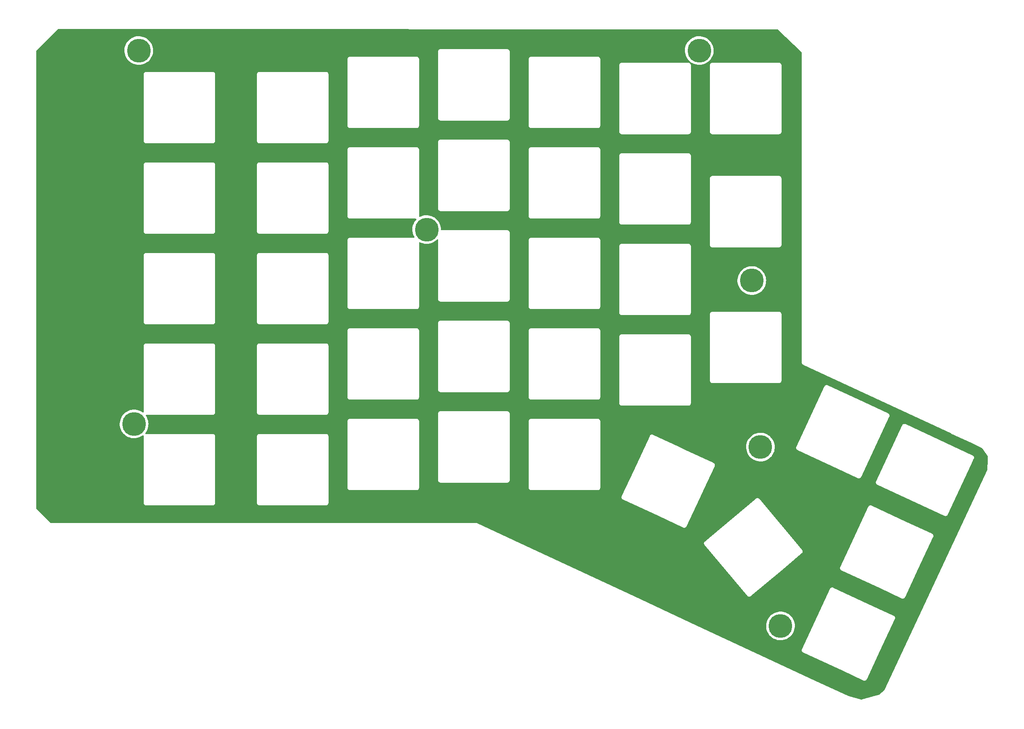
<source format=gtl>
%TF.GenerationSoftware,KiCad,Pcbnew,(6.0.5)*%
%TF.CreationDate,2022-08-07T14:10:58-06:00*%
%TF.ProjectId,left,6c656674-2e6b-4696-9361-645f70636258,rev?*%
%TF.SameCoordinates,Original*%
%TF.FileFunction,Copper,L1,Top*%
%TF.FilePolarity,Positive*%
%FSLAX46Y46*%
G04 Gerber Fmt 4.6, Leading zero omitted, Abs format (unit mm)*
G04 Created by KiCad (PCBNEW (6.0.5)) date 2022-08-07 14:10:58*
%MOMM*%
%LPD*%
G01*
G04 APERTURE LIST*
%TA.AperFunction,ComponentPad*%
%ADD10C,5.000000*%
%TD*%
G04 APERTURE END LIST*
D10*
%TO.P,,*%
%TO.N,*%
X117118600Y-86256940D03*
%TD*%
%TO.P,,*%
%TO.N,*%
X191515200Y-169670540D03*
%TD*%
%TO.P,,*%
%TO.N,*%
X174440000Y-48572340D03*
%TD*%
%TO.P,,*%
%TO.N,*%
X185480000Y-96992340D03*
%TD*%
%TO.P,,*%
%TO.N,*%
X55600000Y-127162340D03*
%TD*%
%TO.P,,*%
%TO.N,*%
X56590000Y-48572340D03*
%TD*%
%TO.P,,*%
%TO.N,*%
X187300000Y-132032340D03*
%TD*%
%TA.AperFunction,NonConductor*%
G36*
X188260233Y-44090654D02*
G01*
X190815329Y-44090822D01*
X190891028Y-44111111D01*
X190919934Y-44132779D01*
X195964715Y-48954997D01*
X196005420Y-49021967D01*
X196011500Y-49064440D01*
X196011500Y-114170009D01*
X196009626Y-114193755D01*
X196006331Y-114214503D01*
X196007697Y-114225201D01*
X196011209Y-114252714D01*
X196011500Y-114255641D01*
X196011500Y-114258853D01*
X196012263Y-114264180D01*
X196015888Y-114289490D01*
X196016196Y-114291767D01*
X196024778Y-114358988D01*
X196026359Y-114362611D01*
X196026920Y-114366527D01*
X196030799Y-114375059D01*
X196030800Y-114375062D01*
X196054990Y-114428266D01*
X196055924Y-114430361D01*
X196083036Y-114492487D01*
X196085571Y-114495521D01*
X196087208Y-114499122D01*
X196093327Y-114506224D01*
X196093328Y-114506225D01*
X196131484Y-114550508D01*
X196132958Y-114552245D01*
X196176421Y-114604270D01*
X196179705Y-114606470D01*
X196182287Y-114609467D01*
X196190163Y-114614572D01*
X196190164Y-114614573D01*
X196239229Y-114646376D01*
X196241155Y-114647646D01*
X196264531Y-114663309D01*
X196264536Y-114663312D01*
X196269397Y-114666569D01*
X196272325Y-114667933D01*
X196274771Y-114669413D01*
X196304515Y-114688692D01*
X196328554Y-114695881D01*
X196349085Y-114703684D01*
X220640283Y-126017508D01*
X227354255Y-129144596D01*
X227354307Y-129144623D01*
X227354381Y-129144673D01*
X227389600Y-129161059D01*
X227423206Y-129176711D01*
X227423291Y-129176737D01*
X227423359Y-129176766D01*
X231748726Y-131189154D01*
X231752857Y-131191152D01*
X233904806Y-132272846D01*
X233963025Y-132324501D01*
X234168628Y-132634845D01*
X235057485Y-133976513D01*
X235074236Y-134001798D01*
X235099135Y-134076108D01*
X235099326Y-134090772D01*
X235076196Y-134743419D01*
X235005587Y-136735776D01*
X234991497Y-136794397D01*
X213418087Y-183059598D01*
X213384360Y-183106124D01*
X212327348Y-184095976D01*
X212266002Y-184130884D01*
X211196038Y-184440958D01*
X208554970Y-185206335D01*
X208471610Y-185206599D01*
X205795612Y-184449420D01*
X205772859Y-184440958D01*
X198793721Y-181187126D01*
X184986950Y-174750098D01*
X195973853Y-174750098D01*
X195975214Y-174760795D01*
X195977366Y-174777715D01*
X195978569Y-174798272D01*
X195978302Y-174826111D01*
X195981231Y-174836495D01*
X195984759Y-174849005D01*
X195989232Y-174870992D01*
X195990873Y-174883887D01*
X195992235Y-174894591D01*
X195996545Y-174904479D01*
X195996545Y-174904480D01*
X196003357Y-174920110D01*
X196010283Y-174939506D01*
X196017839Y-174966300D01*
X196023560Y-174975437D01*
X196023560Y-174975438D01*
X196030463Y-174986463D01*
X196040927Y-175006310D01*
X196046121Y-175018227D01*
X196046123Y-175018230D01*
X196050432Y-175028117D01*
X196057344Y-175036399D01*
X196057345Y-175036400D01*
X196068267Y-175049486D01*
X196080356Y-175066156D01*
X196095133Y-175089758D01*
X196103192Y-175096925D01*
X196103195Y-175096929D01*
X196112910Y-175105569D01*
X196128523Y-175121679D01*
X196143766Y-175139942D01*
X196152724Y-175145950D01*
X196152726Y-175145952D01*
X196166890Y-175155452D01*
X196183171Y-175168059D01*
X196195909Y-175179388D01*
X196195914Y-175179391D01*
X196203972Y-175186558D01*
X196235242Y-175201373D01*
X196235747Y-175201634D01*
X196236714Y-175202283D01*
X196264933Y-175215441D01*
X196265695Y-175215800D01*
X196335604Y-175248921D01*
X196337035Y-175249149D01*
X196338093Y-175249557D01*
X204641688Y-179121586D01*
X208857521Y-181087461D01*
X208953170Y-181132063D01*
X208954008Y-181132457D01*
X209014163Y-181160957D01*
X209014165Y-181160957D01*
X209023913Y-181165576D01*
X209034565Y-181167273D01*
X209034566Y-181167273D01*
X209051405Y-181169955D01*
X209071470Y-181174569D01*
X209098120Y-181182640D01*
X209121909Y-181182868D01*
X209144270Y-181184746D01*
X209154377Y-181186356D01*
X209157110Y-181186791D01*
X209157111Y-181186791D01*
X209167758Y-181188487D01*
X209189178Y-181185762D01*
X209195375Y-181184974D01*
X209215932Y-181183771D01*
X209232982Y-181183935D01*
X209232985Y-181183935D01*
X209243771Y-181184038D01*
X209266665Y-181177581D01*
X209288652Y-181173108D01*
X209301547Y-181171467D01*
X209301549Y-181171466D01*
X209312251Y-181170105D01*
X209322642Y-181165576D01*
X209337770Y-181158983D01*
X209357167Y-181152057D01*
X209373582Y-181147428D01*
X209373583Y-181147427D01*
X209383960Y-181144501D01*
X209404125Y-181131876D01*
X209423970Y-181121413D01*
X209435887Y-181116219D01*
X209435890Y-181116217D01*
X209445777Y-181111908D01*
X209467146Y-181094073D01*
X209483816Y-181081984D01*
X209485075Y-181081196D01*
X209507418Y-181067207D01*
X209514585Y-181059148D01*
X209514589Y-181059145D01*
X209523229Y-181049430D01*
X209539339Y-181033817D01*
X209557602Y-181018574D01*
X209563612Y-181009614D01*
X209573112Y-180995450D01*
X209585719Y-180979169D01*
X209597049Y-180966429D01*
X209597050Y-180966427D01*
X209604218Y-180958368D01*
X209619033Y-180927099D01*
X209619296Y-180926591D01*
X209619943Y-180925626D01*
X209633028Y-180897565D01*
X209633397Y-180896781D01*
X209664827Y-180830441D01*
X209664829Y-180830437D01*
X209666582Y-180826736D01*
X209666811Y-180825300D01*
X209667219Y-180824243D01*
X212427649Y-174904480D01*
X215549665Y-168209296D01*
X215550059Y-168208458D01*
X215578618Y-168148177D01*
X215578619Y-168148175D01*
X215583237Y-168138427D01*
X215587615Y-168110937D01*
X215592232Y-168090858D01*
X215597174Y-168074542D01*
X215597174Y-168074540D01*
X215600300Y-168064220D01*
X215600528Y-168040429D01*
X215602405Y-168018073D01*
X215606147Y-167994582D01*
X215602634Y-167966964D01*
X215601431Y-167946408D01*
X215601595Y-167929355D01*
X215601595Y-167929352D01*
X215601698Y-167918569D01*
X215595241Y-167895672D01*
X215590768Y-167873686D01*
X215589128Y-167860794D01*
X215589128Y-167860793D01*
X215587766Y-167850089D01*
X215576640Y-167824562D01*
X215569718Y-167805175D01*
X215565090Y-167788763D01*
X215565088Y-167788758D01*
X215562161Y-167778380D01*
X215549531Y-167758206D01*
X215539074Y-167738374D01*
X215529568Y-167716564D01*
X215522660Y-167708287D01*
X215522656Y-167708281D01*
X215511736Y-167695198D01*
X215499645Y-167678527D01*
X215497127Y-167674505D01*
X215484867Y-167654922D01*
X215476810Y-167647756D01*
X215476808Y-167647754D01*
X215467085Y-167639107D01*
X215451467Y-167622990D01*
X215443146Y-167613021D01*
X215436234Y-167604739D01*
X215427275Y-167598730D01*
X215427273Y-167598728D01*
X215413112Y-167589229D01*
X215396834Y-167576626D01*
X215394506Y-167574556D01*
X215376028Y-167558122D01*
X215366285Y-167553506D01*
X215366282Y-167553504D01*
X215344759Y-167543307D01*
X215344251Y-167543044D01*
X215343286Y-167542397D01*
X215315225Y-167529312D01*
X215314441Y-167528943D01*
X215248101Y-167497513D01*
X215248097Y-167497511D01*
X215244396Y-167495758D01*
X215242960Y-167495529D01*
X215241903Y-167495121D01*
X209870631Y-164990456D01*
X202626956Y-161612675D01*
X202626118Y-161612281D01*
X202565837Y-161583722D01*
X202565835Y-161583721D01*
X202556087Y-161579103D01*
X202528597Y-161574725D01*
X202508518Y-161570108D01*
X202492202Y-161565166D01*
X202492200Y-161565166D01*
X202481880Y-161562040D01*
X202458089Y-161561812D01*
X202435733Y-161559935D01*
X202412242Y-161556193D01*
X202384625Y-161559706D01*
X202364068Y-161560909D01*
X202347015Y-161560745D01*
X202347012Y-161560745D01*
X202336229Y-161560642D01*
X202313333Y-161567099D01*
X202291347Y-161571572D01*
X202285469Y-161572320D01*
X202278454Y-161573212D01*
X202278453Y-161573212D01*
X202267749Y-161574574D01*
X202242222Y-161585700D01*
X202222835Y-161592622D01*
X202206423Y-161597250D01*
X202206418Y-161597252D01*
X202196040Y-161600179D01*
X202175866Y-161612809D01*
X202156034Y-161623266D01*
X202134224Y-161632772D01*
X202125947Y-161639680D01*
X202125941Y-161639684D01*
X202112858Y-161650604D01*
X202096192Y-161662692D01*
X202072582Y-161677473D01*
X202065416Y-161685530D01*
X202065414Y-161685532D01*
X202056767Y-161695255D01*
X202040650Y-161710873D01*
X202022399Y-161726106D01*
X202016390Y-161735065D01*
X202016388Y-161735067D01*
X202006889Y-161749228D01*
X201994286Y-161765506D01*
X201975782Y-161786312D01*
X201960967Y-161817582D01*
X201960706Y-161818087D01*
X201960057Y-161819054D01*
X201958735Y-161821890D01*
X201946935Y-161847196D01*
X201946540Y-161848035D01*
X201913419Y-161917944D01*
X201913191Y-161919375D01*
X201912783Y-161920433D01*
X198181260Y-169922711D01*
X196041142Y-174512211D01*
X196030277Y-174535510D01*
X196029902Y-174536309D01*
X195996764Y-174606253D01*
X195995067Y-174616905D01*
X195995067Y-174616906D01*
X195992385Y-174633745D01*
X195987771Y-174653810D01*
X195979700Y-174680460D01*
X195979597Y-174691245D01*
X195979472Y-174704248D01*
X195977594Y-174726610D01*
X195973853Y-174750098D01*
X184986950Y-174750098D01*
X173888781Y-169575881D01*
X188503088Y-169575881D01*
X188512170Y-169922711D01*
X188561056Y-170266200D01*
X188649097Y-170601793D01*
X188775127Y-170925043D01*
X188937475Y-171231666D01*
X189133990Y-171517596D01*
X189362066Y-171779045D01*
X189618681Y-172012546D01*
X189900433Y-172215006D01*
X189904237Y-172217123D01*
X189904246Y-172217129D01*
X190153167Y-172355676D01*
X190203588Y-172383740D01*
X190524128Y-172516512D01*
X190857804Y-172611562D01*
X190862099Y-172612265D01*
X190862102Y-172612266D01*
X191014221Y-172637176D01*
X191200193Y-172667630D01*
X191204550Y-172667835D01*
X191204555Y-172667836D01*
X191388530Y-172676512D01*
X191546758Y-172683974D01*
X191551114Y-172683677D01*
X191551120Y-172683677D01*
X191888547Y-172660673D01*
X191888546Y-172660673D01*
X191892904Y-172660376D01*
X192234044Y-172597149D01*
X192565656Y-172495132D01*
X192569652Y-172493378D01*
X192569657Y-172493376D01*
X192879347Y-172357431D01*
X192883345Y-172355676D01*
X193182900Y-172180631D01*
X193186390Y-172178011D01*
X193456858Y-171974938D01*
X193456862Y-171974935D01*
X193460351Y-171972315D01*
X193712019Y-171733490D01*
X193889789Y-171520881D01*
X193931775Y-171470666D01*
X193931777Y-171470664D01*
X193934570Y-171467323D01*
X194125053Y-171177339D01*
X194280944Y-170867384D01*
X194400177Y-170541566D01*
X194481171Y-170204202D01*
X194522852Y-169859765D01*
X194528799Y-169670540D01*
X194508827Y-169324166D01*
X194449176Y-168982382D01*
X194350637Y-168649720D01*
X194214516Y-168330588D01*
X194042617Y-168029216D01*
X194034427Y-168018066D01*
X193839806Y-167753123D01*
X193839805Y-167753122D01*
X193837218Y-167749600D01*
X193645346Y-167543121D01*
X193604015Y-167498643D01*
X193604012Y-167498640D01*
X193601042Y-167495444D01*
X193337219Y-167270118D01*
X193049247Y-167076609D01*
X192962868Y-167032025D01*
X192744806Y-166919475D01*
X192740941Y-166917480D01*
X192736875Y-166915944D01*
X192736867Y-166915940D01*
X192420476Y-166796386D01*
X192420471Y-166796384D01*
X192416389Y-166794842D01*
X192079892Y-166710320D01*
X192075585Y-166709753D01*
X192075580Y-166709752D01*
X191740236Y-166665603D01*
X191740229Y-166665602D01*
X191735911Y-166665034D01*
X191731551Y-166664966D01*
X191731544Y-166664965D01*
X191572015Y-166662459D01*
X191389004Y-166659584D01*
X191216387Y-166676813D01*
X191048113Y-166693609D01*
X191048106Y-166693610D01*
X191043769Y-166694043D01*
X190704783Y-166767954D01*
X190700663Y-166769365D01*
X190700658Y-166769366D01*
X190380666Y-166878924D01*
X190376539Y-166880337D01*
X190372609Y-166882212D01*
X190372603Y-166882214D01*
X190171762Y-166978011D01*
X190063388Y-167029703D01*
X189769479Y-167214072D01*
X189766069Y-167216804D01*
X189502116Y-167428269D01*
X189502111Y-167428273D01*
X189498709Y-167430999D01*
X189254666Y-167677611D01*
X189040586Y-167950638D01*
X189038310Y-167954351D01*
X189038310Y-167954352D01*
X188977591Y-168053437D01*
X188859305Y-168246461D01*
X188713227Y-168561160D01*
X188604287Y-168890563D01*
X188533930Y-169230304D01*
X188503088Y-169575881D01*
X173888781Y-169575881D01*
X160760659Y-163455254D01*
X136758015Y-152264679D01*
X175434542Y-152264679D01*
X175435865Y-152275379D01*
X175435865Y-152275384D01*
X175437461Y-152288286D01*
X175438558Y-152310693D01*
X175437956Y-152334479D01*
X175440720Y-152344903D01*
X175440720Y-152344905D01*
X175445091Y-152361393D01*
X175449002Y-152381608D01*
X175452419Y-152409236D01*
X175461851Y-152431086D01*
X175469189Y-152452276D01*
X175475286Y-152475271D01*
X175480866Y-152484502D01*
X175480868Y-152484508D01*
X175489688Y-152499101D01*
X175499115Y-152517405D01*
X175505723Y-152532711D01*
X175510150Y-152542965D01*
X175517032Y-152551269D01*
X175532232Y-152569611D01*
X175532578Y-152570060D01*
X175533179Y-152571053D01*
X175553181Y-152594890D01*
X175553560Y-152595345D01*
X175603094Y-152655115D01*
X175604295Y-152655927D01*
X175605084Y-152656747D01*
X184552065Y-163319344D01*
X184552657Y-163320054D01*
X184595235Y-163371430D01*
X184595238Y-163371432D01*
X184602120Y-163379737D01*
X184625191Y-163395328D01*
X184641423Y-163407988D01*
X184654122Y-163419363D01*
X184654128Y-163419367D01*
X184662162Y-163426563D01*
X184671894Y-163431215D01*
X184671898Y-163431218D01*
X184683621Y-163436822D01*
X184703092Y-163447973D01*
X184713866Y-163455254D01*
X184713872Y-163455257D01*
X184722804Y-163461293D01*
X184749332Y-163469784D01*
X184768457Y-163477376D01*
X184793576Y-163489384D01*
X184817052Y-163493207D01*
X184838867Y-163498445D01*
X184861528Y-163505699D01*
X184872306Y-163505972D01*
X184872308Y-163505972D01*
X184889360Y-163506403D01*
X184909870Y-163508324D01*
X184937339Y-163512798D01*
X184948039Y-163511475D01*
X184948044Y-163511475D01*
X184960946Y-163509879D01*
X184983353Y-163508782D01*
X185007139Y-163509384D01*
X185017563Y-163506620D01*
X185017565Y-163506620D01*
X185034053Y-163502249D01*
X185054268Y-163498338D01*
X185071191Y-163496245D01*
X185071192Y-163496245D01*
X185081896Y-163494921D01*
X185094722Y-163489384D01*
X185103738Y-163485492D01*
X185124939Y-163478150D01*
X185147931Y-163472054D01*
X185171760Y-163457651D01*
X185190058Y-163448227D01*
X185215624Y-163437190D01*
X185242255Y-163415120D01*
X185242724Y-163414759D01*
X185243713Y-163414161D01*
X185267547Y-163394162D01*
X185268009Y-163393777D01*
X185327775Y-163344246D01*
X185328587Y-163343045D01*
X185329407Y-163342256D01*
X191717510Y-157982001D01*
X192311984Y-157483178D01*
X204025653Y-157483178D01*
X204027014Y-157493875D01*
X204029166Y-157510795D01*
X204030369Y-157531352D01*
X204030102Y-157559191D01*
X204033031Y-157569575D01*
X204036559Y-157582085D01*
X204041032Y-157604072D01*
X204042673Y-157616967D01*
X204044035Y-157627671D01*
X204048345Y-157637559D01*
X204048345Y-157637560D01*
X204055157Y-157653190D01*
X204062083Y-157672586D01*
X204069639Y-157699380D01*
X204075360Y-157708517D01*
X204075360Y-157708518D01*
X204082263Y-157719543D01*
X204092727Y-157739390D01*
X204097921Y-157751307D01*
X204097923Y-157751310D01*
X204102232Y-157761197D01*
X204109144Y-157769479D01*
X204109145Y-157769480D01*
X204120067Y-157782566D01*
X204132156Y-157799236D01*
X204146933Y-157822838D01*
X204154992Y-157830005D01*
X204154995Y-157830009D01*
X204164710Y-157838649D01*
X204180323Y-157854759D01*
X204195566Y-157873022D01*
X204204524Y-157879030D01*
X204204526Y-157879032D01*
X204218690Y-157888532D01*
X204234971Y-157901139D01*
X204247709Y-157912468D01*
X204247714Y-157912471D01*
X204255772Y-157919638D01*
X204287042Y-157934453D01*
X204287547Y-157934714D01*
X204288514Y-157935363D01*
X204316733Y-157948521D01*
X204317495Y-157948880D01*
X204387404Y-157982001D01*
X204388835Y-157982229D01*
X204389893Y-157982637D01*
X212467375Y-161749228D01*
X216909321Y-163820541D01*
X217004970Y-163865143D01*
X217005808Y-163865537D01*
X217065963Y-163894037D01*
X217065965Y-163894037D01*
X217075713Y-163898656D01*
X217086365Y-163900353D01*
X217086366Y-163900353D01*
X217103205Y-163903035D01*
X217123270Y-163907649D01*
X217149920Y-163915720D01*
X217173709Y-163915948D01*
X217196070Y-163917826D01*
X217206177Y-163919436D01*
X217208910Y-163919871D01*
X217208911Y-163919871D01*
X217219558Y-163921567D01*
X217240978Y-163918842D01*
X217247175Y-163918054D01*
X217267732Y-163916851D01*
X217284782Y-163917015D01*
X217284785Y-163917015D01*
X217295571Y-163917118D01*
X217318465Y-163910661D01*
X217340452Y-163906188D01*
X217353347Y-163904547D01*
X217353349Y-163904546D01*
X217364051Y-163903185D01*
X217374442Y-163898656D01*
X217389570Y-163892063D01*
X217408967Y-163885137D01*
X217425382Y-163880508D01*
X217425383Y-163880507D01*
X217435760Y-163877581D01*
X217455925Y-163864956D01*
X217475770Y-163854493D01*
X217487687Y-163849299D01*
X217487690Y-163849297D01*
X217497577Y-163844988D01*
X217518946Y-163827153D01*
X217535616Y-163815064D01*
X217536875Y-163814276D01*
X217559218Y-163800287D01*
X217566385Y-163792228D01*
X217566389Y-163792225D01*
X217575029Y-163782510D01*
X217591139Y-163766897D01*
X217609402Y-163751654D01*
X217615412Y-163742694D01*
X217624912Y-163728530D01*
X217637519Y-163712249D01*
X217648849Y-163699509D01*
X217648850Y-163699507D01*
X217656018Y-163691448D01*
X217670833Y-163660179D01*
X217671096Y-163659671D01*
X217671743Y-163658706D01*
X217684828Y-163630645D01*
X217685197Y-163629861D01*
X217716627Y-163563521D01*
X217716629Y-163563517D01*
X217718382Y-163559816D01*
X217718611Y-163558380D01*
X217719019Y-163557323D01*
X220479449Y-157637560D01*
X223601465Y-150942376D01*
X223601859Y-150941538D01*
X223630418Y-150881257D01*
X223630419Y-150881255D01*
X223635037Y-150871507D01*
X223639415Y-150844017D01*
X223644032Y-150823938D01*
X223648974Y-150807622D01*
X223648974Y-150807620D01*
X223652100Y-150797300D01*
X223652328Y-150773509D01*
X223654205Y-150751153D01*
X223657947Y-150727662D01*
X223654434Y-150700044D01*
X223653231Y-150679488D01*
X223653395Y-150662435D01*
X223653395Y-150662432D01*
X223653498Y-150651649D01*
X223647041Y-150628752D01*
X223642568Y-150606766D01*
X223640928Y-150593874D01*
X223640928Y-150593873D01*
X223639566Y-150583169D01*
X223628440Y-150557642D01*
X223621518Y-150538255D01*
X223616890Y-150521843D01*
X223616888Y-150521838D01*
X223613961Y-150511460D01*
X223601331Y-150491286D01*
X223590874Y-150471454D01*
X223581368Y-150449644D01*
X223574460Y-150441367D01*
X223574456Y-150441361D01*
X223563536Y-150428278D01*
X223551445Y-150411607D01*
X223536667Y-150388002D01*
X223528610Y-150380836D01*
X223528608Y-150380834D01*
X223518885Y-150372187D01*
X223503267Y-150356070D01*
X223494946Y-150346101D01*
X223488034Y-150337819D01*
X223479075Y-150331810D01*
X223479073Y-150331808D01*
X223464912Y-150322309D01*
X223448634Y-150309706D01*
X223446306Y-150307636D01*
X223427828Y-150291202D01*
X223418085Y-150286586D01*
X223418082Y-150286584D01*
X223396559Y-150276387D01*
X223396051Y-150276124D01*
X223395086Y-150275477D01*
X223367025Y-150262392D01*
X223366241Y-150262023D01*
X223299901Y-150230593D01*
X223299897Y-150230591D01*
X223296196Y-150228838D01*
X223294760Y-150228609D01*
X223293703Y-150228201D01*
X217922431Y-147723536D01*
X210678756Y-144345755D01*
X210677918Y-144345361D01*
X210617637Y-144316802D01*
X210617635Y-144316801D01*
X210607887Y-144312183D01*
X210580397Y-144307805D01*
X210560318Y-144303188D01*
X210544002Y-144298246D01*
X210544000Y-144298246D01*
X210533680Y-144295120D01*
X210509889Y-144294892D01*
X210487533Y-144293015D01*
X210464042Y-144289273D01*
X210436425Y-144292786D01*
X210415868Y-144293989D01*
X210398815Y-144293825D01*
X210398812Y-144293825D01*
X210388029Y-144293722D01*
X210365133Y-144300179D01*
X210343147Y-144304652D01*
X210337269Y-144305400D01*
X210330254Y-144306292D01*
X210330253Y-144306292D01*
X210319549Y-144307654D01*
X210294022Y-144318780D01*
X210274635Y-144325702D01*
X210258223Y-144330330D01*
X210258218Y-144330332D01*
X210247840Y-144333259D01*
X210227666Y-144345889D01*
X210207834Y-144356346D01*
X210186024Y-144365852D01*
X210177747Y-144372760D01*
X210177741Y-144372764D01*
X210164658Y-144383684D01*
X210147992Y-144395772D01*
X210124382Y-144410553D01*
X210117216Y-144418610D01*
X210117214Y-144418612D01*
X210108567Y-144428335D01*
X210092450Y-144443953D01*
X210074199Y-144459186D01*
X210068190Y-144468145D01*
X210068188Y-144468147D01*
X210058689Y-144482308D01*
X210046086Y-144498586D01*
X210027582Y-144519392D01*
X210012767Y-144550662D01*
X210012506Y-144551167D01*
X210011857Y-144552134D01*
X210010535Y-144554970D01*
X209998735Y-144580276D01*
X209998340Y-144581115D01*
X209965219Y-144651024D01*
X209964991Y-144652455D01*
X209964583Y-144653513D01*
X206399223Y-152299453D01*
X204092942Y-157245291D01*
X204082077Y-157268590D01*
X204081702Y-157269389D01*
X204048564Y-157339333D01*
X204046867Y-157349985D01*
X204046867Y-157349986D01*
X204044185Y-157366825D01*
X204039571Y-157386890D01*
X204031500Y-157413540D01*
X204031397Y-157424325D01*
X204031272Y-157437328D01*
X204029394Y-157459690D01*
X204025653Y-157483178D01*
X192311984Y-157483178D01*
X195992211Y-154395101D01*
X195992756Y-154394647D01*
X196015746Y-154375594D01*
X196044091Y-154352104D01*
X196044093Y-154352102D01*
X196052397Y-154345220D01*
X196067979Y-154322161D01*
X196080641Y-154305924D01*
X196099223Y-154285178D01*
X196109484Y-154263714D01*
X196120634Y-154244244D01*
X196127910Y-154233476D01*
X196133952Y-154224535D01*
X196137240Y-154214263D01*
X196137242Y-154214259D01*
X196142437Y-154198028D01*
X196150032Y-154178891D01*
X196162044Y-154153764D01*
X196165869Y-154130279D01*
X196171103Y-154108477D01*
X196178358Y-154085811D01*
X196179063Y-154057982D01*
X196180981Y-154037491D01*
X196185458Y-154010001D01*
X196182538Y-153986391D01*
X196181442Y-153963976D01*
X196181771Y-153950985D01*
X196181771Y-153950984D01*
X196182044Y-153940201D01*
X196174910Y-153913294D01*
X196170998Y-153893074D01*
X196168905Y-153876149D01*
X196168905Y-153876148D01*
X196167581Y-153865444D01*
X196158151Y-153843600D01*
X196150809Y-153822398D01*
X196147476Y-153809830D01*
X196144713Y-153799408D01*
X196139134Y-153790177D01*
X196130314Y-153775584D01*
X196120885Y-153757276D01*
X196114128Y-153741625D01*
X196114127Y-153741623D01*
X196109850Y-153731716D01*
X196087786Y-153705093D01*
X196087420Y-153704618D01*
X196086821Y-153703626D01*
X196066825Y-153679795D01*
X196066235Y-153679087D01*
X196019513Y-153622710D01*
X196019509Y-153622706D01*
X196016906Y-153619565D01*
X196015705Y-153618753D01*
X196014919Y-153617936D01*
X195207016Y-152655115D01*
X187067761Y-142955129D01*
X187067239Y-142954503D01*
X187024764Y-142903249D01*
X187024762Y-142903247D01*
X187017880Y-142894943D01*
X186994821Y-142879361D01*
X186978584Y-142866699D01*
X186957838Y-142848117D01*
X186936366Y-142837852D01*
X186916900Y-142826704D01*
X186897195Y-142813388D01*
X186886931Y-142810102D01*
X186886926Y-142810100D01*
X186870692Y-142804904D01*
X186851549Y-142797305D01*
X186836158Y-142789947D01*
X186836150Y-142789945D01*
X186826424Y-142785295D01*
X186802943Y-142781471D01*
X186781126Y-142776233D01*
X186768747Y-142772270D01*
X186768738Y-142772268D01*
X186758471Y-142768982D01*
X186743840Y-142768611D01*
X186730649Y-142768277D01*
X186710151Y-142766358D01*
X186693307Y-142763615D01*
X186693302Y-142763615D01*
X186682661Y-142761882D01*
X186659898Y-142764697D01*
X186659051Y-142764802D01*
X186636636Y-142765898D01*
X186623645Y-142765569D01*
X186623644Y-142765569D01*
X186612861Y-142765296D01*
X186602433Y-142768061D01*
X186585954Y-142772430D01*
X186565734Y-142776342D01*
X186562277Y-142776770D01*
X186538104Y-142779759D01*
X186525281Y-142785295D01*
X186516263Y-142789188D01*
X186495055Y-142796532D01*
X186472068Y-142802627D01*
X186462839Y-142808205D01*
X186462835Y-142808207D01*
X186448245Y-142817026D01*
X186429935Y-142826456D01*
X186404375Y-142837490D01*
X186396073Y-142844370D01*
X186396070Y-142844372D01*
X186377745Y-142859559D01*
X186377276Y-142859920D01*
X186376286Y-142860519D01*
X186373893Y-142862527D01*
X186373871Y-142862544D01*
X186352466Y-142880506D01*
X186351754Y-142881100D01*
X186292225Y-142930434D01*
X186291413Y-142931635D01*
X186290598Y-142932419D01*
X176829162Y-150871507D01*
X175627979Y-151879419D01*
X175627269Y-151880011D01*
X175575909Y-151922576D01*
X175567603Y-151929460D01*
X175552012Y-151952531D01*
X175539352Y-151968763D01*
X175527975Y-151981464D01*
X175527970Y-151981471D01*
X175520777Y-151989502D01*
X175516127Y-151999229D01*
X175516123Y-151999235D01*
X175510516Y-152010965D01*
X175499362Y-152030441D01*
X175486047Y-152050144D01*
X175482761Y-152060411D01*
X175482757Y-152060418D01*
X175477558Y-152076660D01*
X175469961Y-152095801D01*
X175457955Y-152120916D01*
X175456222Y-152131559D01*
X175454132Y-152144390D01*
X175448896Y-152166204D01*
X175441641Y-152188868D01*
X175441368Y-152199648D01*
X175441368Y-152199650D01*
X175440937Y-152216699D01*
X175439016Y-152237209D01*
X175434542Y-152264679D01*
X136758015Y-152264679D01*
X127667078Y-148026279D01*
X127666709Y-148026107D01*
X127597562Y-147993642D01*
X127597560Y-147993641D01*
X127587800Y-147989059D01*
X127577145Y-147987400D01*
X127577142Y-147987399D01*
X127561423Y-147984952D01*
X127540839Y-147980258D01*
X127525595Y-147975642D01*
X127525594Y-147975642D01*
X127515271Y-147972516D01*
X127504486Y-147972413D01*
X127504484Y-147972413D01*
X127487036Y-147972247D01*
X127480290Y-147972183D01*
X127479078Y-147972130D01*
X127477214Y-147971840D01*
X127444991Y-147971840D01*
X127443549Y-147971833D01*
X127375627Y-147971186D01*
X127375624Y-147971186D01*
X127369621Y-147971129D01*
X127367505Y-147971726D01*
X127365791Y-147971840D01*
X38042339Y-147971840D01*
X37966639Y-147951556D01*
X37935283Y-147927496D01*
X35083344Y-145075557D01*
X35044159Y-145007686D01*
X35039000Y-144968501D01*
X35039000Y-143242387D01*
X35051620Y-136995684D01*
X35051632Y-136995392D01*
X35051700Y-136994954D01*
X35051700Y-136955988D01*
X35051773Y-136919854D01*
X35051711Y-136919411D01*
X35051700Y-136919106D01*
X35051700Y-127067681D01*
X52587888Y-127067681D01*
X52596970Y-127414511D01*
X52645856Y-127758000D01*
X52733897Y-128093593D01*
X52859927Y-128416843D01*
X53022275Y-128723466D01*
X53218790Y-129009396D01*
X53446866Y-129270845D01*
X53703481Y-129504346D01*
X53707018Y-129506888D01*
X53707021Y-129506890D01*
X53906026Y-129649890D01*
X53985233Y-129706806D01*
X53989037Y-129708923D01*
X53989046Y-129708929D01*
X54261264Y-129860443D01*
X54288388Y-129875540D01*
X54608928Y-130008312D01*
X54942604Y-130103362D01*
X54946899Y-130104065D01*
X54946902Y-130104066D01*
X54991689Y-130111400D01*
X55284993Y-130159430D01*
X55289350Y-130159635D01*
X55289355Y-130159636D01*
X55473330Y-130168312D01*
X55631558Y-130175774D01*
X55635914Y-130175477D01*
X55635920Y-130175477D01*
X55973347Y-130152473D01*
X55973346Y-130152473D01*
X55977704Y-130152176D01*
X56318844Y-130088949D01*
X56650456Y-129986932D01*
X56654452Y-129985178D01*
X56654457Y-129985176D01*
X56964147Y-129849231D01*
X56968145Y-129847476D01*
X57267700Y-129672431D01*
X57316941Y-129635460D01*
X57387079Y-129582799D01*
X57459794Y-129553568D01*
X57537382Y-129564611D01*
X57599055Y-129612969D01*
X57628286Y-129685684D01*
X57629379Y-129704795D01*
X57629203Y-129733651D01*
X57629178Y-129734241D01*
X57629000Y-129735386D01*
X57629000Y-129766386D01*
X57628997Y-129767311D01*
X57628524Y-129844721D01*
X57628923Y-129846116D01*
X57629000Y-129847248D01*
X57629000Y-143766386D01*
X57628997Y-143767311D01*
X57628524Y-143844721D01*
X57631488Y-143855090D01*
X57631488Y-143855093D01*
X57636173Y-143871484D01*
X57640473Y-143891626D01*
X57642890Y-143908507D01*
X57642891Y-143908511D01*
X57644420Y-143919187D01*
X57654270Y-143940851D01*
X57662015Y-143961902D01*
X57668551Y-143984771D01*
X57674306Y-143993892D01*
X57683406Y-144008314D01*
X57693183Y-144026435D01*
X57704708Y-144051782D01*
X57720241Y-144069808D01*
X57733581Y-144087837D01*
X57746276Y-144107958D01*
X57754357Y-144115095D01*
X57754363Y-144115102D01*
X57767143Y-144126389D01*
X57781612Y-144141036D01*
X57792745Y-144153956D01*
X57792750Y-144153961D01*
X57799787Y-144162127D01*
X57819750Y-144175067D01*
X57837620Y-144188631D01*
X57847363Y-144197236D01*
X57847368Y-144197239D01*
X57855451Y-144204378D01*
X57880649Y-144216209D01*
X57898642Y-144226203D01*
X57922015Y-144241352D01*
X57932349Y-144244442D01*
X57932348Y-144244442D01*
X57944807Y-144248168D01*
X57965774Y-144256174D01*
X57987300Y-144266281D01*
X57997959Y-144267941D01*
X57997960Y-144267941D01*
X57998853Y-144268080D01*
X58014801Y-144270563D01*
X58034887Y-144275108D01*
X58051233Y-144279996D01*
X58061566Y-144283086D01*
X58072348Y-144283152D01*
X58072349Y-144283152D01*
X58080761Y-144283203D01*
X58096159Y-144283297D01*
X58096741Y-144283322D01*
X58097886Y-144283500D01*
X58128886Y-144283500D01*
X58129811Y-144283503D01*
X58207221Y-144283976D01*
X58208616Y-144283577D01*
X58209748Y-144283500D01*
X72128886Y-144283500D01*
X72129811Y-144283503D01*
X72207221Y-144283976D01*
X72217590Y-144281012D01*
X72217593Y-144281012D01*
X72233984Y-144276327D01*
X72254126Y-144272027D01*
X72271007Y-144269610D01*
X72271011Y-144269609D01*
X72281687Y-144268080D01*
X72303351Y-144258230D01*
X72324403Y-144250485D01*
X72336901Y-144246913D01*
X72336902Y-144246913D01*
X72347271Y-144243949D01*
X72370815Y-144229093D01*
X72388935Y-144219317D01*
X72414282Y-144207792D01*
X72432308Y-144192259D01*
X72450337Y-144178919D01*
X72470458Y-144166224D01*
X72477595Y-144158143D01*
X72477602Y-144158137D01*
X72488889Y-144145357D01*
X72503536Y-144130888D01*
X72516456Y-144119755D01*
X72516461Y-144119750D01*
X72524627Y-144112713D01*
X72537567Y-144092750D01*
X72551131Y-144074880D01*
X72559736Y-144065137D01*
X72559739Y-144065132D01*
X72566878Y-144057049D01*
X72578709Y-144031851D01*
X72588703Y-144013858D01*
X72603852Y-143990485D01*
X72610668Y-143967693D01*
X72618674Y-143946727D01*
X72620126Y-143943634D01*
X72628781Y-143925200D01*
X72633063Y-143897699D01*
X72637608Y-143877613D01*
X72642496Y-143861267D01*
X72642496Y-143861266D01*
X72645586Y-143850934D01*
X72645624Y-143844721D01*
X81441024Y-143844721D01*
X81443988Y-143855090D01*
X81443988Y-143855093D01*
X81448673Y-143871484D01*
X81452973Y-143891626D01*
X81455390Y-143908507D01*
X81455391Y-143908511D01*
X81456920Y-143919187D01*
X81466770Y-143940851D01*
X81474515Y-143961902D01*
X81481051Y-143984771D01*
X81486806Y-143993892D01*
X81495906Y-144008314D01*
X81505683Y-144026435D01*
X81517208Y-144051782D01*
X81532741Y-144069808D01*
X81546081Y-144087837D01*
X81558776Y-144107958D01*
X81566857Y-144115095D01*
X81566863Y-144115102D01*
X81579643Y-144126389D01*
X81594112Y-144141036D01*
X81605245Y-144153956D01*
X81605250Y-144153961D01*
X81612287Y-144162127D01*
X81632250Y-144175067D01*
X81650120Y-144188631D01*
X81659863Y-144197236D01*
X81659868Y-144197239D01*
X81667951Y-144204378D01*
X81693149Y-144216209D01*
X81711142Y-144226203D01*
X81734515Y-144241352D01*
X81744849Y-144244442D01*
X81744848Y-144244442D01*
X81757307Y-144248168D01*
X81778274Y-144256174D01*
X81799800Y-144266281D01*
X81810459Y-144267941D01*
X81810460Y-144267941D01*
X81811353Y-144268080D01*
X81827301Y-144270563D01*
X81847387Y-144275108D01*
X81863733Y-144279996D01*
X81874066Y-144283086D01*
X81884848Y-144283152D01*
X81884849Y-144283152D01*
X81893261Y-144283203D01*
X81908659Y-144283297D01*
X81909241Y-144283322D01*
X81910386Y-144283500D01*
X81941386Y-144283500D01*
X81942311Y-144283503D01*
X82019721Y-144283976D01*
X82021116Y-144283577D01*
X82022248Y-144283500D01*
X95941386Y-144283500D01*
X95942311Y-144283503D01*
X96019721Y-144283976D01*
X96030090Y-144281012D01*
X96030093Y-144281012D01*
X96046484Y-144276327D01*
X96066626Y-144272027D01*
X96083507Y-144269610D01*
X96083511Y-144269609D01*
X96094187Y-144268080D01*
X96115851Y-144258230D01*
X96136903Y-144250485D01*
X96149401Y-144246913D01*
X96149402Y-144246913D01*
X96159771Y-144243949D01*
X96183315Y-144229093D01*
X96201435Y-144219317D01*
X96226782Y-144207792D01*
X96244808Y-144192259D01*
X96262837Y-144178919D01*
X96282958Y-144166224D01*
X96290095Y-144158143D01*
X96290102Y-144158137D01*
X96301389Y-144145357D01*
X96316036Y-144130888D01*
X96328956Y-144119755D01*
X96328961Y-144119750D01*
X96337127Y-144112713D01*
X96350067Y-144092750D01*
X96363631Y-144074880D01*
X96372236Y-144065137D01*
X96372239Y-144065132D01*
X96379378Y-144057049D01*
X96391209Y-144031851D01*
X96401203Y-144013858D01*
X96416352Y-143990485D01*
X96423168Y-143967693D01*
X96431174Y-143946727D01*
X96432626Y-143943634D01*
X96441281Y-143925200D01*
X96445563Y-143897699D01*
X96450108Y-143877613D01*
X96454996Y-143861267D01*
X96454996Y-143861266D01*
X96458086Y-143850934D01*
X96458297Y-143816341D01*
X96458322Y-143815759D01*
X96458500Y-143814614D01*
X96458500Y-143783614D01*
X96458503Y-143782689D01*
X96458951Y-143709364D01*
X96458976Y-143705279D01*
X96458577Y-143703884D01*
X96458500Y-143702752D01*
X96458500Y-142578098D01*
X158082853Y-142578098D01*
X158084214Y-142588795D01*
X158086366Y-142605715D01*
X158087569Y-142626272D01*
X158087302Y-142654111D01*
X158090231Y-142664495D01*
X158093759Y-142677005D01*
X158098232Y-142698992D01*
X158099873Y-142711887D01*
X158101235Y-142722591D01*
X158105545Y-142732479D01*
X158105545Y-142732480D01*
X158112357Y-142748110D01*
X158119283Y-142767506D01*
X158119439Y-142768061D01*
X158123811Y-142783562D01*
X158126839Y-142794300D01*
X158132560Y-142803437D01*
X158132560Y-142803438D01*
X158139463Y-142814463D01*
X158149927Y-142834310D01*
X158155121Y-142846227D01*
X158155123Y-142846230D01*
X158159432Y-142856117D01*
X158166344Y-142864399D01*
X158166345Y-142864400D01*
X158177267Y-142877486D01*
X158189356Y-142894156D01*
X158204133Y-142917758D01*
X158212192Y-142924925D01*
X158212195Y-142924929D01*
X158221910Y-142933569D01*
X158237523Y-142949679D01*
X158252766Y-142967942D01*
X158261724Y-142973950D01*
X158261726Y-142973952D01*
X158275890Y-142983452D01*
X158292171Y-142996059D01*
X158304909Y-143007388D01*
X158304914Y-143007391D01*
X158312972Y-143014558D01*
X158344242Y-143029373D01*
X158344747Y-143029634D01*
X158345714Y-143030283D01*
X158373933Y-143043441D01*
X158374695Y-143043800D01*
X158444604Y-143076921D01*
X158446035Y-143077149D01*
X158447093Y-143077557D01*
X165827758Y-146519217D01*
X170966521Y-148915461D01*
X171062170Y-148960063D01*
X171063008Y-148960457D01*
X171123163Y-148988957D01*
X171123165Y-148988957D01*
X171132913Y-148993576D01*
X171143565Y-148995273D01*
X171143566Y-148995273D01*
X171160405Y-148997955D01*
X171180470Y-149002569D01*
X171207120Y-149010640D01*
X171230909Y-149010868D01*
X171253270Y-149012746D01*
X171263377Y-149014356D01*
X171266110Y-149014791D01*
X171266111Y-149014791D01*
X171276758Y-149016487D01*
X171298178Y-149013762D01*
X171304375Y-149012974D01*
X171324932Y-149011771D01*
X171341982Y-149011935D01*
X171341985Y-149011935D01*
X171352771Y-149012038D01*
X171375665Y-149005581D01*
X171397652Y-149001108D01*
X171410547Y-148999467D01*
X171410549Y-148999466D01*
X171421251Y-148998105D01*
X171433239Y-148992880D01*
X171446770Y-148986983D01*
X171466167Y-148980057D01*
X171482582Y-148975428D01*
X171482583Y-148975427D01*
X171492960Y-148972501D01*
X171513125Y-148959876D01*
X171532970Y-148949413D01*
X171544887Y-148944219D01*
X171544890Y-148944217D01*
X171554777Y-148939908D01*
X171576146Y-148922073D01*
X171592816Y-148909984D01*
X171594075Y-148909196D01*
X171616418Y-148895207D01*
X171623585Y-148887148D01*
X171623589Y-148887145D01*
X171632229Y-148877430D01*
X171648339Y-148861817D01*
X171666602Y-148846574D01*
X171672612Y-148837614D01*
X171682112Y-148823450D01*
X171694719Y-148807169D01*
X171706049Y-148794429D01*
X171706050Y-148794427D01*
X171713218Y-148786368D01*
X171728033Y-148755099D01*
X171728296Y-148754591D01*
X171728943Y-148753626D01*
X171742028Y-148725565D01*
X171742397Y-148724781D01*
X171773827Y-148658441D01*
X171773829Y-148658437D01*
X171775582Y-148654736D01*
X171775811Y-148653300D01*
X171776219Y-148652243D01*
X174443415Y-142932421D01*
X176077764Y-139427549D01*
X211561176Y-139427549D01*
X211563211Y-139443546D01*
X211564689Y-139455166D01*
X211565892Y-139475723D01*
X211565746Y-139490955D01*
X211565625Y-139503562D01*
X211568554Y-139513946D01*
X211572082Y-139526456D01*
X211576555Y-139548443D01*
X211578196Y-139561338D01*
X211579558Y-139572042D01*
X211583868Y-139581930D01*
X211583868Y-139581931D01*
X211590680Y-139597561D01*
X211597606Y-139616957D01*
X211605162Y-139643751D01*
X211610883Y-139652888D01*
X211610883Y-139652889D01*
X211617786Y-139663914D01*
X211628250Y-139683761D01*
X211633444Y-139695678D01*
X211633446Y-139695681D01*
X211637755Y-139705568D01*
X211644667Y-139713850D01*
X211644668Y-139713851D01*
X211655590Y-139726937D01*
X211667679Y-139743607D01*
X211682456Y-139767209D01*
X211690515Y-139774376D01*
X211690518Y-139774380D01*
X211700233Y-139783020D01*
X211715846Y-139799130D01*
X211731089Y-139817393D01*
X211740047Y-139823401D01*
X211740049Y-139823403D01*
X211754213Y-139832903D01*
X211770494Y-139845510D01*
X211783232Y-139856839D01*
X211783237Y-139856842D01*
X211791295Y-139864009D01*
X211822565Y-139878824D01*
X211823070Y-139879085D01*
X211824037Y-139879734D01*
X211852256Y-139892892D01*
X211853018Y-139893251D01*
X211922927Y-139926372D01*
X211924358Y-139926600D01*
X211925416Y-139927008D01*
X225990514Y-146485672D01*
X225991350Y-146486065D01*
X226051577Y-146514598D01*
X226051581Y-146514599D01*
X226061328Y-146519217D01*
X226071983Y-146520914D01*
X226088815Y-146523595D01*
X226108886Y-146528210D01*
X226118832Y-146531222D01*
X226135536Y-146536281D01*
X226159324Y-146536509D01*
X226181685Y-146538387D01*
X226191792Y-146539997D01*
X226194525Y-146540432D01*
X226194526Y-146540432D01*
X226205173Y-146542128D01*
X226226593Y-146539403D01*
X226232790Y-146538615D01*
X226253347Y-146537412D01*
X226270397Y-146537576D01*
X226270400Y-146537576D01*
X226281186Y-146537679D01*
X226304080Y-146531222D01*
X226326067Y-146526749D01*
X226338962Y-146525108D01*
X226338964Y-146525107D01*
X226349666Y-146523746D01*
X226360057Y-146519217D01*
X226375185Y-146512624D01*
X226394582Y-146505698D01*
X226410997Y-146501069D01*
X226410998Y-146501068D01*
X226421375Y-146498142D01*
X226441540Y-146485517D01*
X226461385Y-146475054D01*
X226473302Y-146469860D01*
X226473305Y-146469858D01*
X226483192Y-146465549D01*
X226504561Y-146447714D01*
X226521231Y-146435625D01*
X226522490Y-146434837D01*
X226544833Y-146420848D01*
X226552000Y-146412789D01*
X226552004Y-146412786D01*
X226560644Y-146403071D01*
X226576755Y-146387457D01*
X226595017Y-146372215D01*
X226601027Y-146363255D01*
X226610525Y-146349094D01*
X226623132Y-146332812D01*
X226634466Y-146320069D01*
X226634468Y-146320067D01*
X226641634Y-146312009D01*
X226646253Y-146302260D01*
X226656447Y-146280743D01*
X226656716Y-146280224D01*
X226657358Y-146279267D01*
X226670508Y-146251068D01*
X226670683Y-146250694D01*
X226703997Y-146180377D01*
X226704226Y-146178940D01*
X226704632Y-146177887D01*
X231551041Y-135784729D01*
X232164428Y-134469316D01*
X232164822Y-134468478D01*
X232193413Y-134408130D01*
X232193413Y-134408129D01*
X232198034Y-134398376D01*
X232202415Y-134370867D01*
X232207025Y-134350821D01*
X232215097Y-134324168D01*
X232215325Y-134300386D01*
X232217203Y-134278022D01*
X232219249Y-134265180D01*
X232219249Y-134265179D01*
X232220945Y-134254531D01*
X232217431Y-134226908D01*
X232216228Y-134206350D01*
X232216392Y-134189302D01*
X232216392Y-134189299D01*
X232216495Y-134178518D01*
X232210039Y-134155626D01*
X232205565Y-134133636D01*
X232203924Y-134120733D01*
X232203923Y-134120730D01*
X232202563Y-134110038D01*
X232198256Y-134100156D01*
X232198255Y-134100152D01*
X232191439Y-134084513D01*
X232184516Y-134065124D01*
X232179886Y-134048709D01*
X232179885Y-134048706D01*
X232176958Y-134038329D01*
X232171237Y-134029190D01*
X232171235Y-134029187D01*
X232164332Y-134018161D01*
X232153871Y-133998322D01*
X232144366Y-133976513D01*
X232137454Y-133968232D01*
X232137451Y-133968227D01*
X232126532Y-133955145D01*
X232114440Y-133938472D01*
X232112837Y-133935911D01*
X232099664Y-133914871D01*
X232091607Y-133907705D01*
X232091605Y-133907703D01*
X232081882Y-133899056D01*
X232066264Y-133882939D01*
X232057946Y-133872973D01*
X232051031Y-133864688D01*
X232027908Y-133849179D01*
X232011633Y-133836577D01*
X231998888Y-133825241D01*
X231998887Y-133825240D01*
X231990825Y-133818070D01*
X231981074Y-133813451D01*
X231981072Y-133813449D01*
X231959559Y-133803257D01*
X231959040Y-133802988D01*
X231958083Y-133802346D01*
X231929884Y-133789196D01*
X231929510Y-133789021D01*
X231859193Y-133755707D01*
X231857756Y-133755478D01*
X231856703Y-133755072D01*
X217791632Y-127196421D01*
X217790832Y-127196045D01*
X217777357Y-127189661D01*
X217720792Y-127162862D01*
X217693281Y-127158480D01*
X217673238Y-127153871D01*
X217646585Y-127145799D01*
X217622802Y-127145571D01*
X217600442Y-127143693D01*
X217593130Y-127142529D01*
X217587596Y-127141647D01*
X217587595Y-127141647D01*
X217576947Y-127139951D01*
X217549324Y-127143465D01*
X217528766Y-127144668D01*
X217527932Y-127144660D01*
X217511718Y-127144504D01*
X217511715Y-127144504D01*
X217500934Y-127144401D01*
X217490556Y-127147328D01*
X217490555Y-127147328D01*
X217478043Y-127150857D01*
X217456052Y-127155331D01*
X217443149Y-127156972D01*
X217443146Y-127156973D01*
X217432454Y-127158333D01*
X217422572Y-127162640D01*
X217422568Y-127162641D01*
X217406929Y-127169457D01*
X217387540Y-127176380D01*
X217371125Y-127181010D01*
X217371122Y-127181011D01*
X217360745Y-127183938D01*
X217351606Y-127189659D01*
X217351603Y-127189661D01*
X217340577Y-127196564D01*
X217320738Y-127207025D01*
X217298929Y-127216530D01*
X217290648Y-127223442D01*
X217290643Y-127223445D01*
X217277561Y-127234364D01*
X217260888Y-127246456D01*
X217246429Y-127255508D01*
X217246427Y-127255510D01*
X217237287Y-127261232D01*
X217230120Y-127269290D01*
X217230117Y-127269293D01*
X217221474Y-127279011D01*
X217205361Y-127294626D01*
X217195386Y-127302952D01*
X217195384Y-127302954D01*
X217187104Y-127309865D01*
X217181095Y-127318824D01*
X217181093Y-127318826D01*
X217171594Y-127332987D01*
X217158991Y-127349265D01*
X217156946Y-127351565D01*
X217140487Y-127370071D01*
X217125672Y-127401341D01*
X217125411Y-127401846D01*
X217124762Y-127402813D01*
X217117300Y-127418816D01*
X217111640Y-127430955D01*
X217111245Y-127431794D01*
X217078124Y-127501703D01*
X217077896Y-127503134D01*
X217077488Y-127504192D01*
X213829816Y-134468848D01*
X211628465Y-139189662D01*
X211617600Y-139212961D01*
X211617225Y-139213760D01*
X211613684Y-139221232D01*
X211600126Y-139249851D01*
X211584087Y-139283704D01*
X211582390Y-139294356D01*
X211582390Y-139294357D01*
X211579708Y-139311196D01*
X211575094Y-139331261D01*
X211567023Y-139357911D01*
X211566799Y-139381296D01*
X211566795Y-139381699D01*
X211564917Y-139404061D01*
X211561176Y-139427549D01*
X176077764Y-139427549D01*
X177658665Y-136037296D01*
X177659059Y-136036458D01*
X177687618Y-135976177D01*
X177687619Y-135976175D01*
X177692237Y-135966427D01*
X177696615Y-135938937D01*
X177701232Y-135918858D01*
X177706174Y-135902542D01*
X177706174Y-135902540D01*
X177709300Y-135892220D01*
X177709528Y-135868429D01*
X177711405Y-135846073D01*
X177715147Y-135822582D01*
X177711634Y-135794964D01*
X177710431Y-135774408D01*
X177710595Y-135757355D01*
X177710595Y-135757352D01*
X177710698Y-135746569D01*
X177704241Y-135723672D01*
X177699768Y-135701686D01*
X177698128Y-135688794D01*
X177698128Y-135688793D01*
X177696766Y-135678089D01*
X177685640Y-135652562D01*
X177678718Y-135633175D01*
X177674090Y-135616763D01*
X177674088Y-135616758D01*
X177671161Y-135606380D01*
X177658531Y-135586206D01*
X177648074Y-135566374D01*
X177638568Y-135544564D01*
X177631660Y-135536287D01*
X177631656Y-135536281D01*
X177620736Y-135523198D01*
X177608645Y-135506527D01*
X177593867Y-135482922D01*
X177585810Y-135475756D01*
X177585808Y-135475754D01*
X177576085Y-135467107D01*
X177560467Y-135450990D01*
X177552146Y-135441021D01*
X177545234Y-135432739D01*
X177536275Y-135426730D01*
X177536273Y-135426728D01*
X177522112Y-135417229D01*
X177505834Y-135404626D01*
X177503506Y-135402556D01*
X177485028Y-135386122D01*
X177475285Y-135381506D01*
X177475282Y-135381504D01*
X177453759Y-135371307D01*
X177453251Y-135371044D01*
X177452286Y-135370397D01*
X177424225Y-135357312D01*
X177423441Y-135356943D01*
X177357101Y-135325513D01*
X177357097Y-135325511D01*
X177353396Y-135323758D01*
X177351960Y-135323529D01*
X177350903Y-135323121D01*
X171469628Y-132580638D01*
X170090802Y-131937681D01*
X184287888Y-131937681D01*
X184288002Y-131942033D01*
X184294951Y-132207389D01*
X184296970Y-132284511D01*
X184345856Y-132628000D01*
X184346963Y-132632218D01*
X184346964Y-132632225D01*
X184347700Y-132635030D01*
X184433897Y-132963593D01*
X184559927Y-133286843D01*
X184722275Y-133593466D01*
X184918790Y-133879396D01*
X185146866Y-134140845D01*
X185403481Y-134374346D01*
X185685233Y-134576806D01*
X185689037Y-134578923D01*
X185689046Y-134578929D01*
X185937967Y-134717476D01*
X185988388Y-134745540D01*
X186308928Y-134878312D01*
X186642604Y-134973362D01*
X186646899Y-134974065D01*
X186646902Y-134974066D01*
X186799021Y-134998976D01*
X186984993Y-135029430D01*
X186989350Y-135029635D01*
X186989355Y-135029636D01*
X187173330Y-135038312D01*
X187331558Y-135045774D01*
X187335914Y-135045477D01*
X187335920Y-135045477D01*
X187673347Y-135022473D01*
X187673346Y-135022473D01*
X187677704Y-135022176D01*
X188018844Y-134958949D01*
X188350456Y-134856932D01*
X188354452Y-134855178D01*
X188354457Y-134855176D01*
X188664147Y-134719231D01*
X188668145Y-134717476D01*
X188967700Y-134542431D01*
X188971190Y-134539811D01*
X189241658Y-134336738D01*
X189241662Y-134336735D01*
X189245151Y-134334115D01*
X189496819Y-134095290D01*
X189500593Y-134090777D01*
X189716575Y-133832466D01*
X189716577Y-133832464D01*
X189719370Y-133829123D01*
X189726631Y-133818070D01*
X189907455Y-133542790D01*
X189907457Y-133542787D01*
X189909853Y-133539139D01*
X190065744Y-133229184D01*
X190184977Y-132903366D01*
X190265971Y-132566002D01*
X190307652Y-132221565D01*
X190309287Y-132169538D01*
X194810533Y-132169538D01*
X194811894Y-132180235D01*
X194814046Y-132197155D01*
X194815249Y-132217712D01*
X194814982Y-132245551D01*
X194817911Y-132255935D01*
X194821439Y-132268445D01*
X194825912Y-132290432D01*
X194825976Y-132290931D01*
X194828915Y-132314031D01*
X194833225Y-132323919D01*
X194833225Y-132323920D01*
X194840037Y-132339550D01*
X194846963Y-132358946D01*
X194854519Y-132385740D01*
X194860240Y-132394877D01*
X194860240Y-132394878D01*
X194867143Y-132405903D01*
X194877607Y-132425750D01*
X194882801Y-132437667D01*
X194882803Y-132437670D01*
X194887112Y-132447557D01*
X194894024Y-132455839D01*
X194894025Y-132455840D01*
X194904947Y-132468926D01*
X194917036Y-132485596D01*
X194931813Y-132509198D01*
X194939872Y-132516365D01*
X194939875Y-132516369D01*
X194949590Y-132525009D01*
X194965203Y-132541119D01*
X194980446Y-132559382D01*
X194989404Y-132565390D01*
X194989406Y-132565392D01*
X195003570Y-132574892D01*
X195019851Y-132587499D01*
X195032589Y-132598828D01*
X195032594Y-132598831D01*
X195040652Y-132605998D01*
X195071922Y-132620813D01*
X195072427Y-132621074D01*
X195073394Y-132621723D01*
X195101613Y-132634881D01*
X195102375Y-132635240D01*
X195172284Y-132668361D01*
X195173715Y-132668589D01*
X195174773Y-132668997D01*
X203478368Y-136541026D01*
X207694201Y-138506901D01*
X207789850Y-138551503D01*
X207790688Y-138551897D01*
X207850843Y-138580397D01*
X207850845Y-138580397D01*
X207860593Y-138585016D01*
X207871245Y-138586713D01*
X207871246Y-138586713D01*
X207888085Y-138589395D01*
X207908150Y-138594009D01*
X207934800Y-138602080D01*
X207958589Y-138602308D01*
X207980950Y-138604186D01*
X207991057Y-138605796D01*
X207993790Y-138606231D01*
X207993791Y-138606231D01*
X208004438Y-138607927D01*
X208025858Y-138605202D01*
X208032055Y-138604414D01*
X208052612Y-138603211D01*
X208069662Y-138603375D01*
X208069665Y-138603375D01*
X208080451Y-138603478D01*
X208103345Y-138597021D01*
X208125332Y-138592548D01*
X208138227Y-138590907D01*
X208138229Y-138590906D01*
X208148931Y-138589545D01*
X208159322Y-138585016D01*
X208174450Y-138578423D01*
X208193847Y-138571497D01*
X208210262Y-138566868D01*
X208210263Y-138566867D01*
X208220640Y-138563941D01*
X208240805Y-138551316D01*
X208260650Y-138540853D01*
X208272567Y-138535659D01*
X208272570Y-138535657D01*
X208282457Y-138531348D01*
X208303826Y-138513513D01*
X208320496Y-138501424D01*
X208332609Y-138493840D01*
X208344098Y-138486647D01*
X208351265Y-138478588D01*
X208351269Y-138478585D01*
X208359909Y-138468870D01*
X208376019Y-138453257D01*
X208394282Y-138438014D01*
X208400292Y-138429054D01*
X208409792Y-138414890D01*
X208422399Y-138398609D01*
X208433729Y-138385869D01*
X208433730Y-138385867D01*
X208440898Y-138377808D01*
X208455713Y-138346539D01*
X208455976Y-138346031D01*
X208456623Y-138345066D01*
X208469708Y-138317005D01*
X208470077Y-138316221D01*
X208501507Y-138249881D01*
X208501509Y-138249877D01*
X208503262Y-138246176D01*
X208503491Y-138244740D01*
X208503899Y-138243683D01*
X211149470Y-132570237D01*
X214386345Y-125628736D01*
X214386739Y-125627898D01*
X214415298Y-125567617D01*
X214415299Y-125567615D01*
X214419917Y-125557867D01*
X214424295Y-125530377D01*
X214428912Y-125510298D01*
X214433854Y-125493982D01*
X214433854Y-125493980D01*
X214436980Y-125483660D01*
X214437208Y-125459869D01*
X214439085Y-125437513D01*
X214442827Y-125414022D01*
X214439314Y-125386404D01*
X214438111Y-125365848D01*
X214438275Y-125348795D01*
X214438275Y-125348792D01*
X214438378Y-125338009D01*
X214431921Y-125315112D01*
X214427448Y-125293126D01*
X214425808Y-125280234D01*
X214425808Y-125280233D01*
X214424446Y-125269529D01*
X214413320Y-125244002D01*
X214406398Y-125224615D01*
X214401770Y-125208203D01*
X214401768Y-125208198D01*
X214398841Y-125197820D01*
X214386211Y-125177646D01*
X214375754Y-125157814D01*
X214366248Y-125136004D01*
X214359340Y-125127727D01*
X214359336Y-125127721D01*
X214348416Y-125114638D01*
X214336325Y-125097967D01*
X214329849Y-125087623D01*
X214321547Y-125074362D01*
X214313490Y-125067196D01*
X214313488Y-125067194D01*
X214303765Y-125058547D01*
X214288147Y-125042430D01*
X214279826Y-125032461D01*
X214272914Y-125024179D01*
X214263955Y-125018170D01*
X214263953Y-125018168D01*
X214249792Y-125008669D01*
X214233514Y-124996066D01*
X214223594Y-124987244D01*
X214212708Y-124977562D01*
X214202965Y-124972946D01*
X214202962Y-124972944D01*
X214181439Y-124962747D01*
X214180931Y-124962484D01*
X214179966Y-124961837D01*
X214151905Y-124948752D01*
X214151121Y-124948383D01*
X214084781Y-124916953D01*
X214084777Y-124916951D01*
X214081076Y-124915198D01*
X214079640Y-124914969D01*
X214078583Y-124914561D01*
X207954618Y-122058910D01*
X201463636Y-119032115D01*
X201462798Y-119031721D01*
X201402517Y-119003162D01*
X201402515Y-119003161D01*
X201392767Y-118998543D01*
X201365277Y-118994165D01*
X201345198Y-118989548D01*
X201328882Y-118984606D01*
X201328880Y-118984606D01*
X201318560Y-118981480D01*
X201294769Y-118981252D01*
X201272413Y-118979375D01*
X201248922Y-118975633D01*
X201221305Y-118979146D01*
X201200748Y-118980349D01*
X201183695Y-118980185D01*
X201183692Y-118980185D01*
X201172909Y-118980082D01*
X201150013Y-118986539D01*
X201128027Y-118991012D01*
X201122149Y-118991760D01*
X201115134Y-118992652D01*
X201115133Y-118992652D01*
X201104429Y-118994014D01*
X201078902Y-119005140D01*
X201059515Y-119012062D01*
X201043103Y-119016690D01*
X201043098Y-119016692D01*
X201032720Y-119019619D01*
X201012546Y-119032249D01*
X200992714Y-119042706D01*
X200970904Y-119052212D01*
X200962627Y-119059120D01*
X200962621Y-119059124D01*
X200949538Y-119070044D01*
X200932872Y-119082132D01*
X200909262Y-119096913D01*
X200902096Y-119104970D01*
X200902094Y-119104972D01*
X200893447Y-119114695D01*
X200877330Y-119130313D01*
X200859079Y-119145546D01*
X200853070Y-119154505D01*
X200853068Y-119154507D01*
X200843569Y-119168668D01*
X200830966Y-119184946D01*
X200812462Y-119205752D01*
X200797647Y-119237022D01*
X200797386Y-119237527D01*
X200796737Y-119238494D01*
X200795415Y-119241330D01*
X200783615Y-119266636D01*
X200783220Y-119267475D01*
X200750099Y-119337384D01*
X200749871Y-119338815D01*
X200749463Y-119339873D01*
X197103656Y-127158333D01*
X194877822Y-131931651D01*
X194866957Y-131954950D01*
X194866582Y-131955749D01*
X194833444Y-132025693D01*
X194831747Y-132036345D01*
X194831747Y-132036346D01*
X194829065Y-132053185D01*
X194824451Y-132073250D01*
X194816380Y-132099900D01*
X194816277Y-132110685D01*
X194816152Y-132123688D01*
X194814274Y-132146050D01*
X194810533Y-132169538D01*
X190309287Y-132169538D01*
X190313599Y-132032340D01*
X190293627Y-131685966D01*
X190233976Y-131344182D01*
X190135437Y-131011520D01*
X189999316Y-130692388D01*
X189827417Y-130391016D01*
X189622018Y-130111400D01*
X189385842Y-129857244D01*
X189176578Y-129678516D01*
X189125335Y-129634750D01*
X189125334Y-129634749D01*
X189122019Y-129631918D01*
X188945842Y-129513532D01*
X188837653Y-129440832D01*
X188837651Y-129440831D01*
X188834047Y-129438409D01*
X188805377Y-129423611D01*
X188606390Y-129320906D01*
X188525741Y-129279280D01*
X188521675Y-129277744D01*
X188521667Y-129277740D01*
X188205276Y-129158186D01*
X188205271Y-129158184D01*
X188201189Y-129156642D01*
X187864692Y-129072120D01*
X187860385Y-129071553D01*
X187860380Y-129071552D01*
X187525036Y-129027403D01*
X187525029Y-129027402D01*
X187520711Y-129026834D01*
X187516351Y-129026766D01*
X187516344Y-129026765D01*
X187356815Y-129024259D01*
X187173804Y-129021384D01*
X187004979Y-129038235D01*
X186832913Y-129055409D01*
X186832906Y-129055410D01*
X186828569Y-129055843D01*
X186489583Y-129129754D01*
X186485463Y-129131165D01*
X186485458Y-129131166D01*
X186210545Y-129225290D01*
X186161339Y-129242137D01*
X186157409Y-129244012D01*
X186157403Y-129244014D01*
X185975689Y-129330688D01*
X185848188Y-129391503D01*
X185554279Y-129575872D01*
X185550869Y-129578604D01*
X185286916Y-129790069D01*
X185286911Y-129790073D01*
X185283509Y-129792799D01*
X185039466Y-130039411D01*
X184825386Y-130312438D01*
X184644105Y-130608261D01*
X184498027Y-130922960D01*
X184389087Y-131252363D01*
X184318730Y-131592104D01*
X184318343Y-131596440D01*
X184318342Y-131596447D01*
X184314422Y-131640373D01*
X184287888Y-131937681D01*
X170090802Y-131937681D01*
X164735956Y-129440675D01*
X164735118Y-129440281D01*
X164674837Y-129411722D01*
X164674835Y-129411721D01*
X164665087Y-129407103D01*
X164637597Y-129402725D01*
X164617518Y-129398108D01*
X164601202Y-129393166D01*
X164601200Y-129393166D01*
X164590880Y-129390040D01*
X164567089Y-129389812D01*
X164544733Y-129387935D01*
X164521242Y-129384193D01*
X164493625Y-129387706D01*
X164473068Y-129388909D01*
X164456015Y-129388745D01*
X164456012Y-129388745D01*
X164445229Y-129388642D01*
X164422333Y-129395099D01*
X164400347Y-129399572D01*
X164394469Y-129400320D01*
X164387454Y-129401212D01*
X164387453Y-129401212D01*
X164376749Y-129402574D01*
X164351222Y-129413700D01*
X164331835Y-129420622D01*
X164315423Y-129425250D01*
X164315418Y-129425252D01*
X164305040Y-129428179D01*
X164284866Y-129440809D01*
X164265034Y-129451266D01*
X164243224Y-129460772D01*
X164234947Y-129467680D01*
X164234941Y-129467684D01*
X164221858Y-129478604D01*
X164205192Y-129490692D01*
X164181582Y-129505473D01*
X164174416Y-129513530D01*
X164174414Y-129513532D01*
X164165767Y-129523255D01*
X164149650Y-129538873D01*
X164131399Y-129554106D01*
X164125390Y-129563065D01*
X164125388Y-129563067D01*
X164115889Y-129577228D01*
X164103286Y-129593506D01*
X164094600Y-129603273D01*
X164084782Y-129614312D01*
X164069967Y-129645582D01*
X164069706Y-129646087D01*
X164069057Y-129647054D01*
X164057224Y-129672431D01*
X164055935Y-129675196D01*
X164055540Y-129676035D01*
X164025940Y-129738513D01*
X164022419Y-129745944D01*
X164022191Y-129747375D01*
X164021783Y-129748433D01*
X160656418Y-136965483D01*
X158150142Y-142340211D01*
X158139277Y-142363510D01*
X158138902Y-142364309D01*
X158105764Y-142434253D01*
X158104067Y-142444905D01*
X158104067Y-142444906D01*
X158101385Y-142461745D01*
X158096771Y-142481810D01*
X158088700Y-142508460D01*
X158088597Y-142519245D01*
X158088472Y-142532248D01*
X158086594Y-142554610D01*
X158082853Y-142578098D01*
X96458500Y-142578098D01*
X96458500Y-140669721D01*
X100491024Y-140669721D01*
X100493988Y-140680090D01*
X100493988Y-140680093D01*
X100498673Y-140696484D01*
X100502973Y-140716626D01*
X100505390Y-140733507D01*
X100505391Y-140733511D01*
X100506920Y-140744187D01*
X100516770Y-140765851D01*
X100524515Y-140786902D01*
X100531051Y-140809771D01*
X100536806Y-140818892D01*
X100545906Y-140833314D01*
X100555683Y-140851435D01*
X100567208Y-140876782D01*
X100582741Y-140894808D01*
X100596081Y-140912837D01*
X100608776Y-140932958D01*
X100616857Y-140940095D01*
X100616863Y-140940102D01*
X100629643Y-140951389D01*
X100644112Y-140966036D01*
X100655245Y-140978956D01*
X100655250Y-140978961D01*
X100662287Y-140987127D01*
X100682250Y-141000067D01*
X100700120Y-141013631D01*
X100709863Y-141022236D01*
X100709868Y-141022239D01*
X100717951Y-141029378D01*
X100743149Y-141041209D01*
X100761142Y-141051203D01*
X100784515Y-141066352D01*
X100794849Y-141069442D01*
X100794848Y-141069442D01*
X100807307Y-141073168D01*
X100828274Y-141081174D01*
X100849800Y-141091281D01*
X100860459Y-141092941D01*
X100860460Y-141092941D01*
X100861353Y-141093080D01*
X100877301Y-141095563D01*
X100897387Y-141100108D01*
X100913733Y-141104996D01*
X100924066Y-141108086D01*
X100934848Y-141108152D01*
X100934849Y-141108152D01*
X100943261Y-141108203D01*
X100958659Y-141108297D01*
X100959241Y-141108322D01*
X100960386Y-141108500D01*
X100991386Y-141108500D01*
X100992311Y-141108503D01*
X101069721Y-141108976D01*
X101071116Y-141108577D01*
X101072248Y-141108500D01*
X114991386Y-141108500D01*
X114992311Y-141108503D01*
X115069721Y-141108976D01*
X115080090Y-141106012D01*
X115080093Y-141106012D01*
X115096484Y-141101327D01*
X115116626Y-141097027D01*
X115133507Y-141094610D01*
X115133511Y-141094609D01*
X115144187Y-141093080D01*
X115165851Y-141083230D01*
X115186903Y-141075485D01*
X115199401Y-141071913D01*
X115199402Y-141071913D01*
X115209771Y-141068949D01*
X115233315Y-141054093D01*
X115251435Y-141044317D01*
X115276782Y-141032792D01*
X115294808Y-141017259D01*
X115312837Y-141003919D01*
X115332958Y-140991224D01*
X115340095Y-140983143D01*
X115340102Y-140983137D01*
X115351389Y-140970357D01*
X115366036Y-140955888D01*
X115378956Y-140944755D01*
X115378961Y-140944750D01*
X115387127Y-140937713D01*
X115400067Y-140917750D01*
X115413631Y-140899880D01*
X115422236Y-140890137D01*
X115422239Y-140890132D01*
X115429378Y-140882049D01*
X115441209Y-140856851D01*
X115451203Y-140838858D01*
X115466352Y-140815485D01*
X115473168Y-140792693D01*
X115481174Y-140771727D01*
X115482626Y-140768634D01*
X115491281Y-140750200D01*
X115495563Y-140722699D01*
X115500108Y-140702613D01*
X115504996Y-140686267D01*
X115504996Y-140686266D01*
X115508086Y-140675934D01*
X115508124Y-140669721D01*
X138591024Y-140669721D01*
X138593988Y-140680090D01*
X138593988Y-140680093D01*
X138598673Y-140696484D01*
X138602973Y-140716626D01*
X138605390Y-140733507D01*
X138605391Y-140733511D01*
X138606920Y-140744187D01*
X138616770Y-140765851D01*
X138624515Y-140786902D01*
X138631051Y-140809771D01*
X138636806Y-140818892D01*
X138645906Y-140833314D01*
X138655683Y-140851435D01*
X138667208Y-140876782D01*
X138682741Y-140894808D01*
X138696081Y-140912837D01*
X138708776Y-140932958D01*
X138716857Y-140940095D01*
X138716863Y-140940102D01*
X138729643Y-140951389D01*
X138744112Y-140966036D01*
X138755245Y-140978956D01*
X138755250Y-140978961D01*
X138762287Y-140987127D01*
X138782250Y-141000067D01*
X138800120Y-141013631D01*
X138809863Y-141022236D01*
X138809868Y-141022239D01*
X138817951Y-141029378D01*
X138843149Y-141041209D01*
X138861142Y-141051203D01*
X138884515Y-141066352D01*
X138894849Y-141069442D01*
X138894848Y-141069442D01*
X138907307Y-141073168D01*
X138928274Y-141081174D01*
X138949800Y-141091281D01*
X138960459Y-141092941D01*
X138960460Y-141092941D01*
X138961353Y-141093080D01*
X138977301Y-141095563D01*
X138997387Y-141100108D01*
X139013733Y-141104996D01*
X139024066Y-141108086D01*
X139034848Y-141108152D01*
X139034849Y-141108152D01*
X139043261Y-141108203D01*
X139058659Y-141108297D01*
X139059241Y-141108322D01*
X139060386Y-141108500D01*
X139091386Y-141108500D01*
X139092311Y-141108503D01*
X139169721Y-141108976D01*
X139171116Y-141108577D01*
X139172248Y-141108500D01*
X153091386Y-141108500D01*
X153092311Y-141108503D01*
X153169721Y-141108976D01*
X153180090Y-141106012D01*
X153180093Y-141106012D01*
X153196484Y-141101327D01*
X153216626Y-141097027D01*
X153233507Y-141094610D01*
X153233511Y-141094609D01*
X153244187Y-141093080D01*
X153265851Y-141083230D01*
X153286903Y-141075485D01*
X153299401Y-141071913D01*
X153299402Y-141071913D01*
X153309771Y-141068949D01*
X153333315Y-141054093D01*
X153351435Y-141044317D01*
X153376782Y-141032792D01*
X153394808Y-141017259D01*
X153412837Y-141003919D01*
X153432958Y-140991224D01*
X153440095Y-140983143D01*
X153440102Y-140983137D01*
X153451389Y-140970357D01*
X153466036Y-140955888D01*
X153478956Y-140944755D01*
X153478961Y-140944750D01*
X153487127Y-140937713D01*
X153500067Y-140917750D01*
X153513631Y-140899880D01*
X153522236Y-140890137D01*
X153522239Y-140890132D01*
X153529378Y-140882049D01*
X153541209Y-140856851D01*
X153551203Y-140838858D01*
X153566352Y-140815485D01*
X153573168Y-140792693D01*
X153581174Y-140771727D01*
X153582626Y-140768634D01*
X153591281Y-140750200D01*
X153595563Y-140722699D01*
X153600108Y-140702613D01*
X153604996Y-140686267D01*
X153604996Y-140686266D01*
X153608086Y-140675934D01*
X153608297Y-140641341D01*
X153608322Y-140640759D01*
X153608500Y-140639614D01*
X153608500Y-140608614D01*
X153608503Y-140607689D01*
X153608951Y-140534364D01*
X153608976Y-140530279D01*
X153608577Y-140528884D01*
X153608500Y-140527752D01*
X153608500Y-126608614D01*
X153608503Y-126607689D01*
X153608910Y-126541065D01*
X153608976Y-126530279D01*
X153601327Y-126503516D01*
X153597027Y-126483374D01*
X153594610Y-126466493D01*
X153594609Y-126466489D01*
X153593080Y-126455813D01*
X153583230Y-126434149D01*
X153575485Y-126413097D01*
X153571913Y-126400599D01*
X153571913Y-126400598D01*
X153568949Y-126390229D01*
X153554093Y-126366685D01*
X153544317Y-126348565D01*
X153532792Y-126323218D01*
X153517259Y-126305192D01*
X153503919Y-126287163D01*
X153491224Y-126267042D01*
X153483143Y-126259905D01*
X153483137Y-126259898D01*
X153470357Y-126248611D01*
X153455888Y-126233964D01*
X153444755Y-126221044D01*
X153444750Y-126221039D01*
X153437713Y-126212873D01*
X153417750Y-126199933D01*
X153399880Y-126186369D01*
X153390137Y-126177764D01*
X153390132Y-126177761D01*
X153382049Y-126170622D01*
X153356851Y-126158791D01*
X153338858Y-126148797D01*
X153315485Y-126133648D01*
X153292694Y-126126832D01*
X153271727Y-126118826D01*
X153259963Y-126113303D01*
X153259964Y-126113303D01*
X153250200Y-126108719D01*
X153239541Y-126107059D01*
X153239540Y-126107059D01*
X153228821Y-126105390D01*
X153222699Y-126104437D01*
X153202613Y-126099892D01*
X153186267Y-126095004D01*
X153186266Y-126095004D01*
X153175934Y-126091914D01*
X153165152Y-126091848D01*
X153165151Y-126091848D01*
X153156739Y-126091797D01*
X153141341Y-126091703D01*
X153140759Y-126091678D01*
X153139614Y-126091500D01*
X153108614Y-126091500D01*
X153107689Y-126091497D01*
X153030279Y-126091024D01*
X153028884Y-126091423D01*
X153027752Y-126091500D01*
X139108614Y-126091500D01*
X139107689Y-126091497D01*
X139030279Y-126091024D01*
X139019910Y-126093988D01*
X139019907Y-126093988D01*
X139003516Y-126098673D01*
X138983374Y-126102973D01*
X138966493Y-126105390D01*
X138966489Y-126105391D01*
X138955813Y-126106920D01*
X138934149Y-126116770D01*
X138913098Y-126124515D01*
X138890229Y-126131051D01*
X138867016Y-126145698D01*
X138866686Y-126145906D01*
X138848565Y-126155683D01*
X138823218Y-126167208D01*
X138805192Y-126182741D01*
X138787163Y-126196081D01*
X138767042Y-126208776D01*
X138759905Y-126216857D01*
X138759898Y-126216863D01*
X138748611Y-126229643D01*
X138733964Y-126244112D01*
X138721044Y-126255245D01*
X138721039Y-126255250D01*
X138712873Y-126262287D01*
X138699933Y-126282250D01*
X138686369Y-126300120D01*
X138677764Y-126309863D01*
X138677761Y-126309868D01*
X138670622Y-126317951D01*
X138666038Y-126327715D01*
X138658794Y-126343144D01*
X138648797Y-126361142D01*
X138633648Y-126384515D01*
X138630558Y-126394848D01*
X138626832Y-126407307D01*
X138618826Y-126428273D01*
X138608719Y-126449800D01*
X138607059Y-126460459D01*
X138607059Y-126460460D01*
X138604437Y-126477300D01*
X138599892Y-126497387D01*
X138595004Y-126513733D01*
X138591914Y-126524066D01*
X138591848Y-126534848D01*
X138591848Y-126534849D01*
X138591703Y-126558652D01*
X138591678Y-126559241D01*
X138591500Y-126560386D01*
X138591500Y-126591386D01*
X138591497Y-126592311D01*
X138591024Y-126669721D01*
X138591423Y-126671116D01*
X138591500Y-126672248D01*
X138591500Y-140591386D01*
X138591497Y-140592311D01*
X138591024Y-140669721D01*
X115508124Y-140669721D01*
X115508297Y-140641341D01*
X115508322Y-140640759D01*
X115508500Y-140639614D01*
X115508500Y-140608614D01*
X115508503Y-140607689D01*
X115508951Y-140534364D01*
X115508976Y-140530279D01*
X115508577Y-140528884D01*
X115508500Y-140527752D01*
X115508500Y-139072061D01*
X119541024Y-139072061D01*
X119543988Y-139082430D01*
X119543988Y-139082433D01*
X119548673Y-139098824D01*
X119552973Y-139118966D01*
X119555390Y-139135847D01*
X119555391Y-139135851D01*
X119556920Y-139146527D01*
X119566770Y-139168191D01*
X119574515Y-139189242D01*
X119581051Y-139212111D01*
X119586806Y-139221232D01*
X119595906Y-139235654D01*
X119605683Y-139253775D01*
X119617208Y-139279122D01*
X119632741Y-139297148D01*
X119646081Y-139315177D01*
X119658776Y-139335298D01*
X119666857Y-139342435D01*
X119666863Y-139342442D01*
X119679643Y-139353729D01*
X119694112Y-139368376D01*
X119705245Y-139381296D01*
X119705250Y-139381301D01*
X119712287Y-139389467D01*
X119732250Y-139402407D01*
X119750120Y-139415971D01*
X119759863Y-139424576D01*
X119759868Y-139424579D01*
X119767951Y-139431718D01*
X119793149Y-139443549D01*
X119811142Y-139453543D01*
X119834515Y-139468692D01*
X119844849Y-139471782D01*
X119844848Y-139471782D01*
X119857307Y-139475508D01*
X119878274Y-139483514D01*
X119899800Y-139493621D01*
X119910459Y-139495281D01*
X119910460Y-139495281D01*
X119911353Y-139495420D01*
X119927301Y-139497903D01*
X119947387Y-139502448D01*
X119963733Y-139507336D01*
X119974066Y-139510426D01*
X119984848Y-139510492D01*
X119984849Y-139510492D01*
X119993261Y-139510543D01*
X120008659Y-139510637D01*
X120009241Y-139510662D01*
X120010386Y-139510840D01*
X120041386Y-139510840D01*
X120042311Y-139510843D01*
X120119721Y-139511316D01*
X120121116Y-139510917D01*
X120122248Y-139510840D01*
X134041386Y-139510840D01*
X134042311Y-139510843D01*
X134119721Y-139511316D01*
X134130090Y-139508352D01*
X134130093Y-139508352D01*
X134146484Y-139503667D01*
X134166626Y-139499367D01*
X134183507Y-139496950D01*
X134183511Y-139496949D01*
X134194187Y-139495420D01*
X134215851Y-139485570D01*
X134236903Y-139477825D01*
X134249401Y-139474253D01*
X134249402Y-139474253D01*
X134259771Y-139471289D01*
X134283315Y-139456433D01*
X134301435Y-139446657D01*
X134326782Y-139435132D01*
X134344808Y-139419599D01*
X134362837Y-139406259D01*
X134382958Y-139393564D01*
X134390095Y-139385483D01*
X134390102Y-139385477D01*
X134401389Y-139372697D01*
X134416036Y-139358228D01*
X134428956Y-139347095D01*
X134428961Y-139347090D01*
X134437127Y-139340053D01*
X134450067Y-139320090D01*
X134463631Y-139302220D01*
X134472236Y-139292477D01*
X134472239Y-139292472D01*
X134479378Y-139284389D01*
X134491209Y-139259191D01*
X134501203Y-139241198D01*
X134516352Y-139217825D01*
X134523168Y-139195033D01*
X134531174Y-139174067D01*
X134532626Y-139170974D01*
X134541281Y-139152540D01*
X134545563Y-139125039D01*
X134550108Y-139104953D01*
X134554996Y-139088607D01*
X134554996Y-139088606D01*
X134558086Y-139078274D01*
X134558297Y-139043681D01*
X134558322Y-139043099D01*
X134558500Y-139041954D01*
X134558500Y-139010954D01*
X134558503Y-139010029D01*
X134558951Y-138936704D01*
X134558976Y-138932619D01*
X134558577Y-138931224D01*
X134558500Y-138930092D01*
X134558500Y-125010954D01*
X134558503Y-125010029D01*
X134558803Y-124960992D01*
X134558976Y-124932619D01*
X134553815Y-124914559D01*
X134551327Y-124905856D01*
X134547027Y-124885714D01*
X134544610Y-124868833D01*
X134544609Y-124868829D01*
X134543080Y-124858153D01*
X134533230Y-124836489D01*
X134525485Y-124815437D01*
X134521913Y-124802939D01*
X134521913Y-124802938D01*
X134518949Y-124792569D01*
X134504093Y-124769025D01*
X134494317Y-124750905D01*
X134482792Y-124725558D01*
X134467259Y-124707532D01*
X134453919Y-124689503D01*
X134441224Y-124669382D01*
X134433143Y-124662245D01*
X134433137Y-124662238D01*
X134420357Y-124650951D01*
X134405888Y-124636304D01*
X134394755Y-124623384D01*
X134394750Y-124623379D01*
X134387713Y-124615213D01*
X134367750Y-124602273D01*
X134349880Y-124588709D01*
X134340137Y-124580104D01*
X134340132Y-124580101D01*
X134332049Y-124572962D01*
X134306851Y-124561131D01*
X134288858Y-124551137D01*
X134265485Y-124535988D01*
X134242694Y-124529172D01*
X134221727Y-124521166D01*
X134209963Y-124515643D01*
X134209964Y-124515643D01*
X134200200Y-124511059D01*
X134189541Y-124509399D01*
X134189540Y-124509399D01*
X134178821Y-124507730D01*
X134172699Y-124506777D01*
X134152613Y-124502232D01*
X134136267Y-124497344D01*
X134136266Y-124497344D01*
X134125934Y-124494254D01*
X134115152Y-124494188D01*
X134115151Y-124494188D01*
X134106739Y-124494137D01*
X134091341Y-124494043D01*
X134090759Y-124494018D01*
X134089614Y-124493840D01*
X134058614Y-124493840D01*
X134057689Y-124493837D01*
X133980279Y-124493364D01*
X133978884Y-124493763D01*
X133977752Y-124493840D01*
X120058614Y-124493840D01*
X120057689Y-124493837D01*
X119980279Y-124493364D01*
X119969910Y-124496328D01*
X119969907Y-124496328D01*
X119953516Y-124501013D01*
X119933374Y-124505313D01*
X119916493Y-124507730D01*
X119916489Y-124507731D01*
X119905813Y-124509260D01*
X119884149Y-124519110D01*
X119863098Y-124526855D01*
X119840229Y-124533391D01*
X119831108Y-124539146D01*
X119816686Y-124548246D01*
X119798565Y-124558023D01*
X119773218Y-124569548D01*
X119755192Y-124585081D01*
X119737163Y-124598421D01*
X119717042Y-124611116D01*
X119709905Y-124619197D01*
X119709898Y-124619203D01*
X119698611Y-124631983D01*
X119683964Y-124646452D01*
X119671044Y-124657585D01*
X119671039Y-124657590D01*
X119662873Y-124664627D01*
X119649933Y-124684590D01*
X119636369Y-124702460D01*
X119627764Y-124712203D01*
X119627761Y-124712208D01*
X119620622Y-124720291D01*
X119610184Y-124742524D01*
X119608794Y-124745484D01*
X119598797Y-124763482D01*
X119583648Y-124786855D01*
X119580558Y-124797188D01*
X119576832Y-124809647D01*
X119568826Y-124830613D01*
X119558719Y-124852140D01*
X119557059Y-124862799D01*
X119557059Y-124862800D01*
X119554437Y-124879640D01*
X119549892Y-124899727D01*
X119546251Y-124911903D01*
X119541914Y-124926406D01*
X119541848Y-124937188D01*
X119541848Y-124937189D01*
X119541703Y-124960992D01*
X119541678Y-124961581D01*
X119541500Y-124962726D01*
X119541500Y-124993726D01*
X119541497Y-124994651D01*
X119541024Y-125072061D01*
X119541423Y-125073456D01*
X119541500Y-125074588D01*
X119541500Y-138993726D01*
X119541497Y-138994651D01*
X119541024Y-139072061D01*
X115508500Y-139072061D01*
X115508500Y-126608614D01*
X115508503Y-126607689D01*
X115508910Y-126541065D01*
X115508976Y-126530279D01*
X115501327Y-126503516D01*
X115497027Y-126483374D01*
X115494610Y-126466493D01*
X115494609Y-126466489D01*
X115493080Y-126455813D01*
X115483230Y-126434149D01*
X115475485Y-126413097D01*
X115471913Y-126400599D01*
X115471913Y-126400598D01*
X115468949Y-126390229D01*
X115454093Y-126366685D01*
X115444317Y-126348565D01*
X115432792Y-126323218D01*
X115417259Y-126305192D01*
X115403919Y-126287163D01*
X115391224Y-126267042D01*
X115383143Y-126259905D01*
X115383137Y-126259898D01*
X115370357Y-126248611D01*
X115355888Y-126233964D01*
X115344755Y-126221044D01*
X115344750Y-126221039D01*
X115337713Y-126212873D01*
X115317750Y-126199933D01*
X115299880Y-126186369D01*
X115290137Y-126177764D01*
X115290132Y-126177761D01*
X115282049Y-126170622D01*
X115256851Y-126158791D01*
X115238858Y-126148797D01*
X115215485Y-126133648D01*
X115192694Y-126126832D01*
X115171727Y-126118826D01*
X115159963Y-126113303D01*
X115159964Y-126113303D01*
X115150200Y-126108719D01*
X115139541Y-126107059D01*
X115139540Y-126107059D01*
X115128821Y-126105390D01*
X115122699Y-126104437D01*
X115102613Y-126099892D01*
X115086267Y-126095004D01*
X115086266Y-126095004D01*
X115075934Y-126091914D01*
X115065152Y-126091848D01*
X115065151Y-126091848D01*
X115056739Y-126091797D01*
X115041341Y-126091703D01*
X115040759Y-126091678D01*
X115039614Y-126091500D01*
X115008614Y-126091500D01*
X115007689Y-126091497D01*
X114930279Y-126091024D01*
X114928884Y-126091423D01*
X114927752Y-126091500D01*
X101008614Y-126091500D01*
X101007689Y-126091497D01*
X100930279Y-126091024D01*
X100919910Y-126093988D01*
X100919907Y-126093988D01*
X100903516Y-126098673D01*
X100883374Y-126102973D01*
X100866493Y-126105390D01*
X100866489Y-126105391D01*
X100855813Y-126106920D01*
X100834149Y-126116770D01*
X100813098Y-126124515D01*
X100790229Y-126131051D01*
X100767016Y-126145698D01*
X100766686Y-126145906D01*
X100748565Y-126155683D01*
X100723218Y-126167208D01*
X100705192Y-126182741D01*
X100687163Y-126196081D01*
X100667042Y-126208776D01*
X100659905Y-126216857D01*
X100659898Y-126216863D01*
X100648611Y-126229643D01*
X100633964Y-126244112D01*
X100621044Y-126255245D01*
X100621039Y-126255250D01*
X100612873Y-126262287D01*
X100599933Y-126282250D01*
X100586369Y-126300120D01*
X100577764Y-126309863D01*
X100577761Y-126309868D01*
X100570622Y-126317951D01*
X100566038Y-126327715D01*
X100558794Y-126343144D01*
X100548797Y-126361142D01*
X100533648Y-126384515D01*
X100530558Y-126394848D01*
X100526832Y-126407307D01*
X100518826Y-126428273D01*
X100508719Y-126449800D01*
X100507059Y-126460459D01*
X100507059Y-126460460D01*
X100504437Y-126477300D01*
X100499892Y-126497387D01*
X100495004Y-126513733D01*
X100491914Y-126524066D01*
X100491848Y-126534848D01*
X100491848Y-126534849D01*
X100491703Y-126558652D01*
X100491678Y-126559241D01*
X100491500Y-126560386D01*
X100491500Y-126591386D01*
X100491497Y-126592311D01*
X100491024Y-126669721D01*
X100491423Y-126671116D01*
X100491500Y-126672248D01*
X100491500Y-140591386D01*
X100491497Y-140592311D01*
X100491024Y-140669721D01*
X96458500Y-140669721D01*
X96458500Y-129783614D01*
X96458503Y-129782689D01*
X96458717Y-129747653D01*
X96458976Y-129705279D01*
X96451327Y-129678516D01*
X96447027Y-129658374D01*
X96444610Y-129641493D01*
X96444609Y-129641489D01*
X96443080Y-129630813D01*
X96433230Y-129609149D01*
X96425485Y-129588097D01*
X96421913Y-129575599D01*
X96421913Y-129575598D01*
X96418949Y-129565229D01*
X96404093Y-129541685D01*
X96394317Y-129523565D01*
X96382792Y-129498218D01*
X96367259Y-129480192D01*
X96353919Y-129462163D01*
X96341224Y-129442042D01*
X96333143Y-129434905D01*
X96333137Y-129434898D01*
X96320357Y-129423611D01*
X96305888Y-129408964D01*
X96294755Y-129396044D01*
X96294750Y-129396039D01*
X96287713Y-129387873D01*
X96267750Y-129374933D01*
X96249880Y-129361369D01*
X96240137Y-129352764D01*
X96240132Y-129352761D01*
X96232049Y-129345622D01*
X96206851Y-129333791D01*
X96188858Y-129323797D01*
X96165485Y-129308648D01*
X96142694Y-129301832D01*
X96121727Y-129293826D01*
X96109963Y-129288303D01*
X96109964Y-129288303D01*
X96100200Y-129283719D01*
X96089541Y-129282059D01*
X96089540Y-129282059D01*
X96078821Y-129280390D01*
X96072699Y-129279437D01*
X96052613Y-129274892D01*
X96036267Y-129270004D01*
X96036266Y-129270004D01*
X96025934Y-129266914D01*
X96015152Y-129266848D01*
X96015151Y-129266848D01*
X96006739Y-129266797D01*
X95991341Y-129266703D01*
X95990759Y-129266678D01*
X95989614Y-129266500D01*
X95958614Y-129266500D01*
X95957689Y-129266497D01*
X95880279Y-129266024D01*
X95878884Y-129266423D01*
X95877752Y-129266500D01*
X81958614Y-129266500D01*
X81957689Y-129266497D01*
X81880279Y-129266024D01*
X81869910Y-129268988D01*
X81869907Y-129268988D01*
X81853516Y-129273673D01*
X81833374Y-129277973D01*
X81816493Y-129280390D01*
X81816489Y-129280391D01*
X81805813Y-129281920D01*
X81784149Y-129291770D01*
X81763098Y-129299515D01*
X81740229Y-129306051D01*
X81731108Y-129311806D01*
X81716686Y-129320906D01*
X81698565Y-129330683D01*
X81673218Y-129342208D01*
X81655192Y-129357741D01*
X81637163Y-129371081D01*
X81617042Y-129383776D01*
X81609905Y-129391857D01*
X81609898Y-129391863D01*
X81598611Y-129404643D01*
X81583964Y-129419112D01*
X81571044Y-129430245D01*
X81571039Y-129430250D01*
X81562873Y-129437287D01*
X81549933Y-129457250D01*
X81536369Y-129475120D01*
X81527764Y-129484863D01*
X81527761Y-129484868D01*
X81520622Y-129492951D01*
X81514078Y-129506890D01*
X81508794Y-129518144D01*
X81498797Y-129536142D01*
X81483648Y-129559515D01*
X81480558Y-129569848D01*
X81476832Y-129582307D01*
X81468826Y-129603273D01*
X81458719Y-129624800D01*
X81457059Y-129635459D01*
X81457059Y-129635460D01*
X81454437Y-129652300D01*
X81449892Y-129672387D01*
X81445916Y-129685684D01*
X81441914Y-129699066D01*
X81441848Y-129709848D01*
X81441848Y-129709849D01*
X81441703Y-129733652D01*
X81441678Y-129734241D01*
X81441500Y-129735386D01*
X81441500Y-129766386D01*
X81441497Y-129767311D01*
X81441024Y-129844721D01*
X81441423Y-129846116D01*
X81441500Y-129847248D01*
X81441500Y-143766386D01*
X81441497Y-143767311D01*
X81441024Y-143844721D01*
X72645624Y-143844721D01*
X72645797Y-143816341D01*
X72645822Y-143815759D01*
X72646000Y-143814614D01*
X72646000Y-143783614D01*
X72646003Y-143782689D01*
X72646451Y-143709364D01*
X72646476Y-143705279D01*
X72646077Y-143703884D01*
X72646000Y-143702752D01*
X72646000Y-129783614D01*
X72646003Y-129782689D01*
X72646217Y-129747653D01*
X72646476Y-129705279D01*
X72638827Y-129678516D01*
X72634527Y-129658374D01*
X72632110Y-129641493D01*
X72632109Y-129641489D01*
X72630580Y-129630813D01*
X72620730Y-129609149D01*
X72612985Y-129588097D01*
X72609413Y-129575599D01*
X72609413Y-129575598D01*
X72606449Y-129565229D01*
X72591593Y-129541685D01*
X72581817Y-129523565D01*
X72570292Y-129498218D01*
X72554759Y-129480192D01*
X72541419Y-129462163D01*
X72528724Y-129442042D01*
X72520643Y-129434905D01*
X72520637Y-129434898D01*
X72507857Y-129423611D01*
X72493388Y-129408964D01*
X72482255Y-129396044D01*
X72482250Y-129396039D01*
X72475213Y-129387873D01*
X72455250Y-129374933D01*
X72437380Y-129361369D01*
X72427637Y-129352764D01*
X72427632Y-129352761D01*
X72419549Y-129345622D01*
X72394351Y-129333791D01*
X72376358Y-129323797D01*
X72352985Y-129308648D01*
X72330194Y-129301832D01*
X72309227Y-129293826D01*
X72297463Y-129288303D01*
X72297464Y-129288303D01*
X72287700Y-129283719D01*
X72277041Y-129282059D01*
X72277040Y-129282059D01*
X72266321Y-129280390D01*
X72260199Y-129279437D01*
X72240113Y-129274892D01*
X72223767Y-129270004D01*
X72223766Y-129270004D01*
X72213434Y-129266914D01*
X72202652Y-129266848D01*
X72202651Y-129266848D01*
X72194239Y-129266797D01*
X72178841Y-129266703D01*
X72178259Y-129266678D01*
X72177114Y-129266500D01*
X72146114Y-129266500D01*
X72145189Y-129266497D01*
X72067779Y-129266024D01*
X72066384Y-129266423D01*
X72065252Y-129266500D01*
X58146114Y-129266500D01*
X58145190Y-129266497D01*
X58144238Y-129266491D01*
X58085681Y-129266133D01*
X58010106Y-129245387D01*
X57955030Y-129189633D01*
X57935210Y-129113810D01*
X57955956Y-129038235D01*
X57970456Y-129017623D01*
X58019370Y-128959123D01*
X58209853Y-128669139D01*
X58365744Y-128359184D01*
X58484977Y-128033366D01*
X58565971Y-127696002D01*
X58607652Y-127351565D01*
X58613599Y-127162340D01*
X58593627Y-126815966D01*
X58557438Y-126608614D01*
X58534724Y-126478466D01*
X58534723Y-126478461D01*
X58533976Y-126474182D01*
X58486839Y-126315049D01*
X58436675Y-126145698D01*
X58436673Y-126145691D01*
X58435437Y-126141520D01*
X58299316Y-125822388D01*
X58127417Y-125521016D01*
X58093270Y-125474530D01*
X58064801Y-125401515D01*
X58076655Y-125324046D01*
X58125656Y-125262883D01*
X58198672Y-125234414D01*
X58206693Y-125233973D01*
X58207221Y-125233976D01*
X58207361Y-125233936D01*
X58215287Y-125233500D01*
X72128886Y-125233500D01*
X72129811Y-125233503D01*
X72207221Y-125233976D01*
X72217590Y-125231012D01*
X72217593Y-125231012D01*
X72233984Y-125226327D01*
X72254126Y-125222027D01*
X72271007Y-125219610D01*
X72271011Y-125219609D01*
X72281687Y-125218080D01*
X72303351Y-125208230D01*
X72324403Y-125200485D01*
X72336901Y-125196913D01*
X72336902Y-125196913D01*
X72347271Y-125193949D01*
X72370815Y-125179093D01*
X72388935Y-125169317D01*
X72414282Y-125157792D01*
X72432308Y-125142259D01*
X72450337Y-125128919D01*
X72470458Y-125116224D01*
X72477595Y-125108143D01*
X72477602Y-125108137D01*
X72488889Y-125095357D01*
X72503536Y-125080888D01*
X72516456Y-125069755D01*
X72516461Y-125069750D01*
X72524627Y-125062713D01*
X72537567Y-125042750D01*
X72551131Y-125024880D01*
X72559736Y-125015137D01*
X72559739Y-125015132D01*
X72566878Y-125007049D01*
X72578709Y-124981851D01*
X72588703Y-124963858D01*
X72603852Y-124940485D01*
X72610668Y-124917693D01*
X72618674Y-124896727D01*
X72620126Y-124893634D01*
X72628781Y-124875200D01*
X72633063Y-124847699D01*
X72637608Y-124827613D01*
X72642496Y-124811267D01*
X72642496Y-124811266D01*
X72645586Y-124800934D01*
X72645624Y-124794721D01*
X81441024Y-124794721D01*
X81443988Y-124805090D01*
X81443988Y-124805093D01*
X81448673Y-124821484D01*
X81452973Y-124841626D01*
X81455390Y-124858507D01*
X81455391Y-124858511D01*
X81456920Y-124869187D01*
X81466770Y-124890851D01*
X81474515Y-124911902D01*
X81481051Y-124934771D01*
X81486806Y-124943892D01*
X81495906Y-124958314D01*
X81505683Y-124976435D01*
X81517208Y-125001782D01*
X81532741Y-125019808D01*
X81546081Y-125037837D01*
X81558776Y-125057958D01*
X81566857Y-125065095D01*
X81566863Y-125065102D01*
X81579643Y-125076389D01*
X81594112Y-125091036D01*
X81605245Y-125103956D01*
X81605250Y-125103961D01*
X81612287Y-125112127D01*
X81632250Y-125125067D01*
X81650120Y-125138631D01*
X81659863Y-125147236D01*
X81659868Y-125147239D01*
X81667951Y-125154378D01*
X81693149Y-125166209D01*
X81711142Y-125176203D01*
X81734515Y-125191352D01*
X81744849Y-125194442D01*
X81744848Y-125194442D01*
X81757307Y-125198168D01*
X81778274Y-125206174D01*
X81799800Y-125216281D01*
X81810459Y-125217941D01*
X81810460Y-125217941D01*
X81811353Y-125218080D01*
X81827301Y-125220563D01*
X81847387Y-125225108D01*
X81863733Y-125229996D01*
X81874066Y-125233086D01*
X81884848Y-125233152D01*
X81884849Y-125233152D01*
X81893261Y-125233203D01*
X81908659Y-125233297D01*
X81909241Y-125233322D01*
X81910386Y-125233500D01*
X81941386Y-125233500D01*
X81942311Y-125233503D01*
X82019721Y-125233976D01*
X82021116Y-125233577D01*
X82022248Y-125233500D01*
X95941386Y-125233500D01*
X95942311Y-125233503D01*
X96019721Y-125233976D01*
X96030090Y-125231012D01*
X96030093Y-125231012D01*
X96046484Y-125226327D01*
X96066626Y-125222027D01*
X96083507Y-125219610D01*
X96083511Y-125219609D01*
X96094187Y-125218080D01*
X96115851Y-125208230D01*
X96136903Y-125200485D01*
X96149401Y-125196913D01*
X96149402Y-125196913D01*
X96159771Y-125193949D01*
X96183315Y-125179093D01*
X96201435Y-125169317D01*
X96226782Y-125157792D01*
X96244808Y-125142259D01*
X96262837Y-125128919D01*
X96282958Y-125116224D01*
X96290095Y-125108143D01*
X96290102Y-125108137D01*
X96301389Y-125095357D01*
X96316036Y-125080888D01*
X96328956Y-125069755D01*
X96328961Y-125069750D01*
X96337127Y-125062713D01*
X96350067Y-125042750D01*
X96363631Y-125024880D01*
X96372236Y-125015137D01*
X96372239Y-125015132D01*
X96379378Y-125007049D01*
X96391209Y-124981851D01*
X96401203Y-124963858D01*
X96416352Y-124940485D01*
X96423168Y-124917693D01*
X96431174Y-124896727D01*
X96432626Y-124893634D01*
X96441281Y-124875200D01*
X96445563Y-124847699D01*
X96450108Y-124827613D01*
X96454996Y-124811267D01*
X96454996Y-124811266D01*
X96458086Y-124800934D01*
X96458297Y-124766341D01*
X96458322Y-124765759D01*
X96458500Y-124764614D01*
X96458500Y-124733614D01*
X96458503Y-124732689D01*
X96458951Y-124659364D01*
X96458976Y-124655279D01*
X96458577Y-124653884D01*
X96458500Y-124652752D01*
X96458500Y-122889721D01*
X157641024Y-122889721D01*
X157643988Y-122900090D01*
X157643988Y-122900093D01*
X157648673Y-122916484D01*
X157652973Y-122936626D01*
X157655390Y-122953507D01*
X157655391Y-122953511D01*
X157656920Y-122964187D01*
X157666770Y-122985851D01*
X157674515Y-123006902D01*
X157681051Y-123029771D01*
X157686806Y-123038892D01*
X157695906Y-123053314D01*
X157705683Y-123071435D01*
X157717208Y-123096782D01*
X157732741Y-123114808D01*
X157746081Y-123132837D01*
X157758776Y-123152958D01*
X157766857Y-123160095D01*
X157766863Y-123160102D01*
X157779643Y-123171389D01*
X157794112Y-123186036D01*
X157805245Y-123198956D01*
X157805250Y-123198961D01*
X157812287Y-123207127D01*
X157832250Y-123220067D01*
X157850120Y-123233631D01*
X157859863Y-123242236D01*
X157859868Y-123242239D01*
X157867951Y-123249378D01*
X157893149Y-123261209D01*
X157911142Y-123271203D01*
X157934515Y-123286352D01*
X157944849Y-123289442D01*
X157944848Y-123289442D01*
X157957307Y-123293168D01*
X157978274Y-123301174D01*
X157999800Y-123311281D01*
X158010459Y-123312941D01*
X158010460Y-123312941D01*
X158011353Y-123313080D01*
X158027301Y-123315563D01*
X158047387Y-123320108D01*
X158063733Y-123324996D01*
X158074066Y-123328086D01*
X158084848Y-123328152D01*
X158084849Y-123328152D01*
X158093261Y-123328203D01*
X158108659Y-123328297D01*
X158109241Y-123328322D01*
X158110386Y-123328500D01*
X158141386Y-123328500D01*
X158142311Y-123328503D01*
X158219721Y-123328976D01*
X158221116Y-123328577D01*
X158222248Y-123328500D01*
X172141386Y-123328500D01*
X172142311Y-123328503D01*
X172219721Y-123328976D01*
X172230090Y-123326012D01*
X172230093Y-123326012D01*
X172246484Y-123321327D01*
X172266626Y-123317027D01*
X172283507Y-123314610D01*
X172283511Y-123314609D01*
X172294187Y-123313080D01*
X172315851Y-123303230D01*
X172336903Y-123295485D01*
X172349401Y-123291913D01*
X172349402Y-123291913D01*
X172359771Y-123288949D01*
X172383315Y-123274093D01*
X172401435Y-123264317D01*
X172426782Y-123252792D01*
X172444808Y-123237259D01*
X172462837Y-123223919D01*
X172482958Y-123211224D01*
X172490095Y-123203143D01*
X172490102Y-123203137D01*
X172501389Y-123190357D01*
X172516036Y-123175888D01*
X172528956Y-123164755D01*
X172528961Y-123164750D01*
X172537127Y-123157713D01*
X172550067Y-123137750D01*
X172563631Y-123119880D01*
X172572236Y-123110137D01*
X172572239Y-123110132D01*
X172579378Y-123102049D01*
X172591209Y-123076851D01*
X172601203Y-123058858D01*
X172616352Y-123035485D01*
X172623168Y-123012693D01*
X172631174Y-122991727D01*
X172632626Y-122988634D01*
X172641281Y-122970200D01*
X172645563Y-122942699D01*
X172650108Y-122922613D01*
X172654996Y-122906267D01*
X172654996Y-122906266D01*
X172658086Y-122895934D01*
X172658297Y-122861341D01*
X172658322Y-122860759D01*
X172658500Y-122859614D01*
X172658500Y-122828614D01*
X172658503Y-122827689D01*
X172658951Y-122754364D01*
X172658976Y-122750279D01*
X172658577Y-122748884D01*
X172658500Y-122747752D01*
X172658500Y-118127221D01*
X176691024Y-118127221D01*
X176693988Y-118137590D01*
X176693988Y-118137593D01*
X176698673Y-118153984D01*
X176702973Y-118174126D01*
X176705390Y-118191007D01*
X176705391Y-118191011D01*
X176706920Y-118201687D01*
X176716770Y-118223351D01*
X176724515Y-118244402D01*
X176731051Y-118267271D01*
X176736806Y-118276392D01*
X176745906Y-118290814D01*
X176755683Y-118308935D01*
X176767208Y-118334282D01*
X176782741Y-118352308D01*
X176796081Y-118370337D01*
X176808776Y-118390458D01*
X176816857Y-118397595D01*
X176816863Y-118397602D01*
X176829643Y-118408889D01*
X176844112Y-118423536D01*
X176855245Y-118436456D01*
X176855250Y-118436461D01*
X176862287Y-118444627D01*
X176882250Y-118457567D01*
X176900120Y-118471131D01*
X176909863Y-118479736D01*
X176909868Y-118479739D01*
X176917951Y-118486878D01*
X176943149Y-118498709D01*
X176961142Y-118508703D01*
X176984515Y-118523852D01*
X176994849Y-118526942D01*
X176994848Y-118526942D01*
X177007307Y-118530668D01*
X177028274Y-118538674D01*
X177049800Y-118548781D01*
X177060459Y-118550441D01*
X177060460Y-118550441D01*
X177061353Y-118550580D01*
X177077301Y-118553063D01*
X177097387Y-118557608D01*
X177113733Y-118562496D01*
X177124066Y-118565586D01*
X177134848Y-118565652D01*
X177134849Y-118565652D01*
X177143261Y-118565703D01*
X177158659Y-118565797D01*
X177159241Y-118565822D01*
X177160386Y-118566000D01*
X177191386Y-118566000D01*
X177192311Y-118566003D01*
X177269721Y-118566476D01*
X177271116Y-118566077D01*
X177272248Y-118566000D01*
X191191386Y-118566000D01*
X191192311Y-118566003D01*
X191269721Y-118566476D01*
X191280090Y-118563512D01*
X191280093Y-118563512D01*
X191296484Y-118558827D01*
X191316626Y-118554527D01*
X191333507Y-118552110D01*
X191333511Y-118552109D01*
X191344187Y-118550580D01*
X191365851Y-118540730D01*
X191386903Y-118532985D01*
X191399401Y-118529413D01*
X191399402Y-118529413D01*
X191409771Y-118526449D01*
X191433315Y-118511593D01*
X191451435Y-118501817D01*
X191476782Y-118490292D01*
X191494808Y-118474759D01*
X191512837Y-118461419D01*
X191532958Y-118448724D01*
X191540095Y-118440643D01*
X191540102Y-118440637D01*
X191551389Y-118427857D01*
X191566036Y-118413388D01*
X191578956Y-118402255D01*
X191578961Y-118402250D01*
X191587127Y-118395213D01*
X191600067Y-118375250D01*
X191613631Y-118357380D01*
X191622236Y-118347637D01*
X191622239Y-118347632D01*
X191629378Y-118339549D01*
X191641209Y-118314351D01*
X191651203Y-118296358D01*
X191666352Y-118272985D01*
X191673168Y-118250193D01*
X191681174Y-118229227D01*
X191682626Y-118226134D01*
X191691281Y-118207700D01*
X191695563Y-118180199D01*
X191700108Y-118160113D01*
X191704996Y-118143767D01*
X191704996Y-118143766D01*
X191708086Y-118133434D01*
X191708297Y-118098841D01*
X191708322Y-118098259D01*
X191708500Y-118097114D01*
X191708500Y-118066114D01*
X191708503Y-118065189D01*
X191708951Y-117991864D01*
X191708976Y-117987779D01*
X191708577Y-117986384D01*
X191708500Y-117985252D01*
X191708500Y-104066114D01*
X191708503Y-104065189D01*
X191708910Y-103998565D01*
X191708976Y-103987779D01*
X191703724Y-103969401D01*
X191701327Y-103961016D01*
X191697027Y-103940874D01*
X191694610Y-103923993D01*
X191694609Y-103923989D01*
X191693080Y-103913313D01*
X191683230Y-103891649D01*
X191675485Y-103870597D01*
X191671913Y-103858099D01*
X191671913Y-103858098D01*
X191668949Y-103847729D01*
X191654093Y-103824185D01*
X191644317Y-103806065D01*
X191632792Y-103780718D01*
X191617259Y-103762692D01*
X191603919Y-103744663D01*
X191591224Y-103724542D01*
X191583143Y-103717405D01*
X191583137Y-103717398D01*
X191570357Y-103706111D01*
X191555888Y-103691464D01*
X191544755Y-103678544D01*
X191544750Y-103678539D01*
X191537713Y-103670373D01*
X191517750Y-103657433D01*
X191499880Y-103643869D01*
X191490137Y-103635264D01*
X191490132Y-103635261D01*
X191482049Y-103628122D01*
X191456851Y-103616291D01*
X191438858Y-103606297D01*
X191415485Y-103591148D01*
X191392694Y-103584332D01*
X191371727Y-103576326D01*
X191359963Y-103570803D01*
X191359964Y-103570803D01*
X191350200Y-103566219D01*
X191339541Y-103564559D01*
X191339540Y-103564559D01*
X191328821Y-103562890D01*
X191322699Y-103561937D01*
X191302613Y-103557392D01*
X191286267Y-103552504D01*
X191286266Y-103552504D01*
X191275934Y-103549414D01*
X191265152Y-103549348D01*
X191265151Y-103549348D01*
X191256739Y-103549297D01*
X191241341Y-103549203D01*
X191240759Y-103549178D01*
X191239614Y-103549000D01*
X191208614Y-103549000D01*
X191207689Y-103548997D01*
X191130279Y-103548524D01*
X191128884Y-103548923D01*
X191127752Y-103549000D01*
X177208614Y-103549000D01*
X177207689Y-103548997D01*
X177130279Y-103548524D01*
X177119910Y-103551488D01*
X177119907Y-103551488D01*
X177103516Y-103556173D01*
X177083374Y-103560473D01*
X177066493Y-103562890D01*
X177066489Y-103562891D01*
X177055813Y-103564420D01*
X177034149Y-103574270D01*
X177013098Y-103582015D01*
X176990229Y-103588551D01*
X176981108Y-103594306D01*
X176966686Y-103603406D01*
X176948565Y-103613183D01*
X176923218Y-103624708D01*
X176905192Y-103640241D01*
X176887163Y-103653581D01*
X176867042Y-103666276D01*
X176859905Y-103674357D01*
X176859898Y-103674363D01*
X176848611Y-103687143D01*
X176833964Y-103701612D01*
X176821044Y-103712745D01*
X176821039Y-103712750D01*
X176812873Y-103719787D01*
X176799933Y-103739750D01*
X176786369Y-103757620D01*
X176777764Y-103767363D01*
X176777761Y-103767368D01*
X176770622Y-103775451D01*
X176766038Y-103785215D01*
X176758794Y-103800644D01*
X176748797Y-103818642D01*
X176733648Y-103842015D01*
X176730558Y-103852348D01*
X176726832Y-103864807D01*
X176718826Y-103885773D01*
X176708719Y-103907300D01*
X176707059Y-103917959D01*
X176707059Y-103917960D01*
X176704437Y-103934800D01*
X176699892Y-103954887D01*
X176697558Y-103962693D01*
X176691914Y-103981566D01*
X176691848Y-103992348D01*
X176691848Y-103992349D01*
X176691703Y-104016152D01*
X176691678Y-104016741D01*
X176691500Y-104017886D01*
X176691500Y-104048886D01*
X176691497Y-104049811D01*
X176691024Y-104127221D01*
X176691423Y-104128616D01*
X176691500Y-104129748D01*
X176691500Y-118048886D01*
X176691497Y-118049811D01*
X176691024Y-118127221D01*
X172658500Y-118127221D01*
X172658500Y-108828614D01*
X172658503Y-108827689D01*
X172658910Y-108761065D01*
X172658976Y-108750279D01*
X172651327Y-108723516D01*
X172647027Y-108703374D01*
X172644610Y-108686493D01*
X172644609Y-108686489D01*
X172643080Y-108675813D01*
X172633230Y-108654149D01*
X172625485Y-108633097D01*
X172621913Y-108620599D01*
X172621913Y-108620598D01*
X172618949Y-108610229D01*
X172604093Y-108586685D01*
X172594317Y-108568565D01*
X172582792Y-108543218D01*
X172567259Y-108525192D01*
X172553919Y-108507163D01*
X172541224Y-108487042D01*
X172533143Y-108479905D01*
X172533137Y-108479898D01*
X172520357Y-108468611D01*
X172505888Y-108453964D01*
X172494755Y-108441044D01*
X172494750Y-108441039D01*
X172487713Y-108432873D01*
X172467750Y-108419933D01*
X172449880Y-108406369D01*
X172440137Y-108397764D01*
X172440132Y-108397761D01*
X172432049Y-108390622D01*
X172406851Y-108378791D01*
X172388858Y-108368797D01*
X172365485Y-108353648D01*
X172342694Y-108346832D01*
X172321727Y-108338826D01*
X172309963Y-108333303D01*
X172309964Y-108333303D01*
X172300200Y-108328719D01*
X172289541Y-108327059D01*
X172289540Y-108327059D01*
X172278821Y-108325390D01*
X172272699Y-108324437D01*
X172252613Y-108319892D01*
X172236267Y-108315004D01*
X172236266Y-108315004D01*
X172225934Y-108311914D01*
X172215152Y-108311848D01*
X172215151Y-108311848D01*
X172206739Y-108311797D01*
X172191341Y-108311703D01*
X172190759Y-108311678D01*
X172189614Y-108311500D01*
X172158614Y-108311500D01*
X172157689Y-108311497D01*
X172080279Y-108311024D01*
X172078884Y-108311423D01*
X172077752Y-108311500D01*
X158158614Y-108311500D01*
X158157689Y-108311497D01*
X158080279Y-108311024D01*
X158069910Y-108313988D01*
X158069907Y-108313988D01*
X158053516Y-108318673D01*
X158033374Y-108322973D01*
X158016493Y-108325390D01*
X158016489Y-108325391D01*
X158005813Y-108326920D01*
X157984149Y-108336770D01*
X157963098Y-108344515D01*
X157940229Y-108351051D01*
X157931108Y-108356806D01*
X157916686Y-108365906D01*
X157898565Y-108375683D01*
X157873218Y-108387208D01*
X157855192Y-108402741D01*
X157837163Y-108416081D01*
X157817042Y-108428776D01*
X157809905Y-108436857D01*
X157809898Y-108436863D01*
X157798611Y-108449643D01*
X157783964Y-108464112D01*
X157771044Y-108475245D01*
X157771039Y-108475250D01*
X157762873Y-108482287D01*
X157749933Y-108502250D01*
X157736369Y-108520120D01*
X157727764Y-108529863D01*
X157727761Y-108529868D01*
X157720622Y-108537951D01*
X157716038Y-108547715D01*
X157708794Y-108563144D01*
X157698797Y-108581142D01*
X157683648Y-108604515D01*
X157680558Y-108614848D01*
X157676832Y-108627307D01*
X157668826Y-108648273D01*
X157658719Y-108669800D01*
X157657059Y-108680459D01*
X157657059Y-108680460D01*
X157654437Y-108697300D01*
X157649892Y-108717387D01*
X157645004Y-108733733D01*
X157641914Y-108744066D01*
X157641848Y-108754848D01*
X157641848Y-108754849D01*
X157641703Y-108778652D01*
X157641678Y-108779241D01*
X157641500Y-108780386D01*
X157641500Y-108811386D01*
X157641497Y-108812311D01*
X157641024Y-108889721D01*
X157641423Y-108891116D01*
X157641500Y-108892248D01*
X157641500Y-122811386D01*
X157641497Y-122812311D01*
X157641024Y-122889721D01*
X96458500Y-122889721D01*
X96458500Y-121619721D01*
X100491024Y-121619721D01*
X100493988Y-121630090D01*
X100493988Y-121630093D01*
X100498673Y-121646484D01*
X100502973Y-121666626D01*
X100505390Y-121683507D01*
X100505391Y-121683511D01*
X100506920Y-121694187D01*
X100516770Y-121715851D01*
X100524515Y-121736902D01*
X100531051Y-121759771D01*
X100536806Y-121768892D01*
X100545906Y-121783314D01*
X100555683Y-121801435D01*
X100567208Y-121826782D01*
X100582741Y-121844808D01*
X100596081Y-121862837D01*
X100608776Y-121882958D01*
X100616857Y-121890095D01*
X100616863Y-121890102D01*
X100629643Y-121901389D01*
X100644112Y-121916036D01*
X100655245Y-121928956D01*
X100655250Y-121928961D01*
X100662287Y-121937127D01*
X100682250Y-121950067D01*
X100700120Y-121963631D01*
X100709863Y-121972236D01*
X100709868Y-121972239D01*
X100717951Y-121979378D01*
X100743149Y-121991209D01*
X100761142Y-122001203D01*
X100784515Y-122016352D01*
X100794849Y-122019442D01*
X100794848Y-122019442D01*
X100807307Y-122023168D01*
X100828274Y-122031174D01*
X100849800Y-122041281D01*
X100860459Y-122042941D01*
X100860460Y-122042941D01*
X100861353Y-122043080D01*
X100877301Y-122045563D01*
X100897387Y-122050108D01*
X100913733Y-122054996D01*
X100924066Y-122058086D01*
X100934848Y-122058152D01*
X100934849Y-122058152D01*
X100943261Y-122058203D01*
X100958659Y-122058297D01*
X100959241Y-122058322D01*
X100960386Y-122058500D01*
X100991386Y-122058500D01*
X100992311Y-122058503D01*
X101069721Y-122058976D01*
X101071116Y-122058577D01*
X101072248Y-122058500D01*
X114991386Y-122058500D01*
X114992311Y-122058503D01*
X115069721Y-122058976D01*
X115080090Y-122056012D01*
X115080093Y-122056012D01*
X115096484Y-122051327D01*
X115116626Y-122047027D01*
X115133507Y-122044610D01*
X115133511Y-122044609D01*
X115144187Y-122043080D01*
X115165851Y-122033230D01*
X115186903Y-122025485D01*
X115199401Y-122021913D01*
X115199402Y-122021913D01*
X115209771Y-122018949D01*
X115233315Y-122004093D01*
X115251435Y-121994317D01*
X115276782Y-121982792D01*
X115294808Y-121967259D01*
X115312837Y-121953919D01*
X115332958Y-121941224D01*
X115340095Y-121933143D01*
X115340102Y-121933137D01*
X115351389Y-121920357D01*
X115366036Y-121905888D01*
X115378956Y-121894755D01*
X115378961Y-121894750D01*
X115387127Y-121887713D01*
X115400067Y-121867750D01*
X115413631Y-121849880D01*
X115422236Y-121840137D01*
X115422239Y-121840132D01*
X115429378Y-121832049D01*
X115441209Y-121806851D01*
X115451203Y-121788858D01*
X115466352Y-121765485D01*
X115473168Y-121742693D01*
X115481174Y-121721727D01*
X115482626Y-121718634D01*
X115491281Y-121700200D01*
X115495563Y-121672699D01*
X115500108Y-121652613D01*
X115504996Y-121636267D01*
X115504996Y-121636266D01*
X115508086Y-121625934D01*
X115508124Y-121619721D01*
X138591024Y-121619721D01*
X138593988Y-121630090D01*
X138593988Y-121630093D01*
X138598673Y-121646484D01*
X138602973Y-121666626D01*
X138605390Y-121683507D01*
X138605391Y-121683511D01*
X138606920Y-121694187D01*
X138616770Y-121715851D01*
X138624515Y-121736902D01*
X138631051Y-121759771D01*
X138636806Y-121768892D01*
X138645906Y-121783314D01*
X138655683Y-121801435D01*
X138667208Y-121826782D01*
X138682741Y-121844808D01*
X138696081Y-121862837D01*
X138708776Y-121882958D01*
X138716857Y-121890095D01*
X138716863Y-121890102D01*
X138729643Y-121901389D01*
X138744112Y-121916036D01*
X138755245Y-121928956D01*
X138755250Y-121928961D01*
X138762287Y-121937127D01*
X138782250Y-121950067D01*
X138800120Y-121963631D01*
X138809863Y-121972236D01*
X138809868Y-121972239D01*
X138817951Y-121979378D01*
X138843149Y-121991209D01*
X138861142Y-122001203D01*
X138884515Y-122016352D01*
X138894849Y-122019442D01*
X138894848Y-122019442D01*
X138907307Y-122023168D01*
X138928274Y-122031174D01*
X138949800Y-122041281D01*
X138960459Y-122042941D01*
X138960460Y-122042941D01*
X138961353Y-122043080D01*
X138977301Y-122045563D01*
X138997387Y-122050108D01*
X139013733Y-122054996D01*
X139024066Y-122058086D01*
X139034848Y-122058152D01*
X139034849Y-122058152D01*
X139043261Y-122058203D01*
X139058659Y-122058297D01*
X139059241Y-122058322D01*
X139060386Y-122058500D01*
X139091386Y-122058500D01*
X139092311Y-122058503D01*
X139169721Y-122058976D01*
X139171116Y-122058577D01*
X139172248Y-122058500D01*
X153091386Y-122058500D01*
X153092311Y-122058503D01*
X153169721Y-122058976D01*
X153180090Y-122056012D01*
X153180093Y-122056012D01*
X153196484Y-122051327D01*
X153216626Y-122047027D01*
X153233507Y-122044610D01*
X153233511Y-122044609D01*
X153244187Y-122043080D01*
X153265851Y-122033230D01*
X153286903Y-122025485D01*
X153299401Y-122021913D01*
X153299402Y-122021913D01*
X153309771Y-122018949D01*
X153333315Y-122004093D01*
X153351435Y-121994317D01*
X153376782Y-121982792D01*
X153394808Y-121967259D01*
X153412837Y-121953919D01*
X153432958Y-121941224D01*
X153440095Y-121933143D01*
X153440102Y-121933137D01*
X153451389Y-121920357D01*
X153466036Y-121905888D01*
X153478956Y-121894755D01*
X153478961Y-121894750D01*
X153487127Y-121887713D01*
X153500067Y-121867750D01*
X153513631Y-121849880D01*
X153522236Y-121840137D01*
X153522239Y-121840132D01*
X153529378Y-121832049D01*
X153541209Y-121806851D01*
X153551203Y-121788858D01*
X153566352Y-121765485D01*
X153573168Y-121742693D01*
X153581174Y-121721727D01*
X153582626Y-121718634D01*
X153591281Y-121700200D01*
X153595563Y-121672699D01*
X153600108Y-121652613D01*
X153604996Y-121636267D01*
X153604996Y-121636266D01*
X153608086Y-121625934D01*
X153608297Y-121591341D01*
X153608322Y-121590759D01*
X153608500Y-121589614D01*
X153608500Y-121558614D01*
X153608503Y-121557689D01*
X153608951Y-121484364D01*
X153608976Y-121480279D01*
X153608577Y-121478884D01*
X153608500Y-121477752D01*
X153608500Y-107558614D01*
X153608503Y-107557689D01*
X153608910Y-107491065D01*
X153608976Y-107480279D01*
X153601327Y-107453516D01*
X153597027Y-107433374D01*
X153594610Y-107416493D01*
X153594609Y-107416489D01*
X153593080Y-107405813D01*
X153583230Y-107384149D01*
X153575485Y-107363097D01*
X153571913Y-107350599D01*
X153571913Y-107350598D01*
X153568949Y-107340229D01*
X153554093Y-107316685D01*
X153544317Y-107298565D01*
X153532792Y-107273218D01*
X153517259Y-107255192D01*
X153503919Y-107237163D01*
X153491224Y-107217042D01*
X153483143Y-107209905D01*
X153483137Y-107209898D01*
X153470357Y-107198611D01*
X153455888Y-107183964D01*
X153444755Y-107171044D01*
X153444750Y-107171039D01*
X153437713Y-107162873D01*
X153417750Y-107149933D01*
X153399880Y-107136369D01*
X153390137Y-107127764D01*
X153390132Y-107127761D01*
X153382049Y-107120622D01*
X153356851Y-107108791D01*
X153338858Y-107098797D01*
X153315485Y-107083648D01*
X153292694Y-107076832D01*
X153271727Y-107068826D01*
X153259963Y-107063303D01*
X153259964Y-107063303D01*
X153250200Y-107058719D01*
X153239541Y-107057059D01*
X153239540Y-107057059D01*
X153228821Y-107055390D01*
X153222699Y-107054437D01*
X153202613Y-107049892D01*
X153186267Y-107045004D01*
X153186266Y-107045004D01*
X153175934Y-107041914D01*
X153165152Y-107041848D01*
X153165151Y-107041848D01*
X153156739Y-107041797D01*
X153141341Y-107041703D01*
X153140759Y-107041678D01*
X153139614Y-107041500D01*
X153108614Y-107041500D01*
X153107689Y-107041497D01*
X153030279Y-107041024D01*
X153028884Y-107041423D01*
X153027752Y-107041500D01*
X139108614Y-107041500D01*
X139107689Y-107041497D01*
X139030279Y-107041024D01*
X139019910Y-107043988D01*
X139019907Y-107043988D01*
X139003516Y-107048673D01*
X138983374Y-107052973D01*
X138966493Y-107055390D01*
X138966489Y-107055391D01*
X138955813Y-107056920D01*
X138934149Y-107066770D01*
X138913098Y-107074515D01*
X138890229Y-107081051D01*
X138881108Y-107086806D01*
X138866686Y-107095906D01*
X138848565Y-107105683D01*
X138823218Y-107117208D01*
X138805192Y-107132741D01*
X138787163Y-107146081D01*
X138767042Y-107158776D01*
X138759905Y-107166857D01*
X138759898Y-107166863D01*
X138748611Y-107179643D01*
X138733964Y-107194112D01*
X138721044Y-107205245D01*
X138721039Y-107205250D01*
X138712873Y-107212287D01*
X138699933Y-107232250D01*
X138686369Y-107250120D01*
X138677764Y-107259863D01*
X138677761Y-107259868D01*
X138670622Y-107267951D01*
X138666038Y-107277715D01*
X138658794Y-107293144D01*
X138648797Y-107311142D01*
X138633648Y-107334515D01*
X138630558Y-107344848D01*
X138626832Y-107357307D01*
X138618826Y-107378273D01*
X138608719Y-107399800D01*
X138607059Y-107410459D01*
X138607059Y-107410460D01*
X138604437Y-107427300D01*
X138599892Y-107447387D01*
X138595004Y-107463733D01*
X138591914Y-107474066D01*
X138591848Y-107484848D01*
X138591848Y-107484849D01*
X138591703Y-107508652D01*
X138591678Y-107509241D01*
X138591500Y-107510386D01*
X138591500Y-107541386D01*
X138591497Y-107542311D01*
X138591024Y-107619721D01*
X138591423Y-107621116D01*
X138591500Y-107622248D01*
X138591500Y-121541386D01*
X138591497Y-121542311D01*
X138591024Y-121619721D01*
X115508124Y-121619721D01*
X115508297Y-121591341D01*
X115508322Y-121590759D01*
X115508500Y-121589614D01*
X115508500Y-121558614D01*
X115508503Y-121557689D01*
X115508951Y-121484364D01*
X115508976Y-121480279D01*
X115508577Y-121478884D01*
X115508500Y-121477752D01*
X115508500Y-120022061D01*
X119541024Y-120022061D01*
X119543988Y-120032430D01*
X119543988Y-120032433D01*
X119548673Y-120048824D01*
X119552973Y-120068966D01*
X119555390Y-120085847D01*
X119555391Y-120085851D01*
X119556920Y-120096527D01*
X119566770Y-120118191D01*
X119574515Y-120139242D01*
X119581051Y-120162111D01*
X119586806Y-120171232D01*
X119595906Y-120185654D01*
X119605683Y-120203775D01*
X119617208Y-120229122D01*
X119632741Y-120247148D01*
X119646081Y-120265177D01*
X119658776Y-120285298D01*
X119666857Y-120292435D01*
X119666863Y-120292442D01*
X119679643Y-120303729D01*
X119694112Y-120318376D01*
X119705245Y-120331296D01*
X119705250Y-120331301D01*
X119712287Y-120339467D01*
X119732250Y-120352407D01*
X119750120Y-120365971D01*
X119759863Y-120374576D01*
X119759868Y-120374579D01*
X119767951Y-120381718D01*
X119793149Y-120393549D01*
X119811142Y-120403543D01*
X119834515Y-120418692D01*
X119844849Y-120421782D01*
X119844848Y-120421782D01*
X119857307Y-120425508D01*
X119878274Y-120433514D01*
X119899800Y-120443621D01*
X119910459Y-120445281D01*
X119910460Y-120445281D01*
X119911353Y-120445420D01*
X119927301Y-120447903D01*
X119947387Y-120452448D01*
X119963733Y-120457336D01*
X119974066Y-120460426D01*
X119984848Y-120460492D01*
X119984849Y-120460492D01*
X119993261Y-120460543D01*
X120008659Y-120460637D01*
X120009241Y-120460662D01*
X120010386Y-120460840D01*
X120041386Y-120460840D01*
X120042311Y-120460843D01*
X120119721Y-120461316D01*
X120121116Y-120460917D01*
X120122248Y-120460840D01*
X134041386Y-120460840D01*
X134042311Y-120460843D01*
X134119721Y-120461316D01*
X134130090Y-120458352D01*
X134130093Y-120458352D01*
X134146484Y-120453667D01*
X134166626Y-120449367D01*
X134183507Y-120446950D01*
X134183511Y-120446949D01*
X134194187Y-120445420D01*
X134215851Y-120435570D01*
X134236903Y-120427825D01*
X134249401Y-120424253D01*
X134249402Y-120424253D01*
X134259771Y-120421289D01*
X134283315Y-120406433D01*
X134301435Y-120396657D01*
X134326782Y-120385132D01*
X134344808Y-120369599D01*
X134362837Y-120356259D01*
X134382958Y-120343564D01*
X134390095Y-120335483D01*
X134390102Y-120335477D01*
X134401389Y-120322697D01*
X134416036Y-120308228D01*
X134428956Y-120297095D01*
X134428961Y-120297090D01*
X134437127Y-120290053D01*
X134450067Y-120270090D01*
X134463631Y-120252220D01*
X134472236Y-120242477D01*
X134472239Y-120242472D01*
X134479378Y-120234389D01*
X134491209Y-120209191D01*
X134501203Y-120191198D01*
X134516352Y-120167825D01*
X134523168Y-120145033D01*
X134531174Y-120124067D01*
X134532626Y-120120974D01*
X134541281Y-120102540D01*
X134545563Y-120075039D01*
X134550108Y-120054953D01*
X134554996Y-120038607D01*
X134554996Y-120038606D01*
X134558086Y-120028274D01*
X134558297Y-119993681D01*
X134558322Y-119993099D01*
X134558500Y-119991954D01*
X134558500Y-119960954D01*
X134558503Y-119960029D01*
X134558951Y-119886704D01*
X134558976Y-119882619D01*
X134558577Y-119881224D01*
X134558500Y-119880092D01*
X134558500Y-105960954D01*
X134558503Y-105960029D01*
X134558910Y-105893405D01*
X134558976Y-105882619D01*
X134551327Y-105855856D01*
X134547027Y-105835714D01*
X134544610Y-105818833D01*
X134544609Y-105818829D01*
X134543080Y-105808153D01*
X134533230Y-105786489D01*
X134525485Y-105765437D01*
X134521913Y-105752939D01*
X134521913Y-105752938D01*
X134518949Y-105742569D01*
X134504093Y-105719025D01*
X134494317Y-105700905D01*
X134482792Y-105675558D01*
X134467259Y-105657532D01*
X134453919Y-105639503D01*
X134441224Y-105619382D01*
X134433143Y-105612245D01*
X134433137Y-105612238D01*
X134420357Y-105600951D01*
X134405888Y-105586304D01*
X134394755Y-105573384D01*
X134394750Y-105573379D01*
X134387713Y-105565213D01*
X134367750Y-105552273D01*
X134349880Y-105538709D01*
X134340137Y-105530104D01*
X134340132Y-105530101D01*
X134332049Y-105522962D01*
X134306851Y-105511131D01*
X134288858Y-105501137D01*
X134265485Y-105485988D01*
X134242694Y-105479172D01*
X134221727Y-105471166D01*
X134209963Y-105465643D01*
X134209964Y-105465643D01*
X134200200Y-105461059D01*
X134189541Y-105459399D01*
X134189540Y-105459399D01*
X134178821Y-105457730D01*
X134172699Y-105456777D01*
X134152613Y-105452232D01*
X134136267Y-105447344D01*
X134136266Y-105447344D01*
X134125934Y-105444254D01*
X134115152Y-105444188D01*
X134115151Y-105444188D01*
X134106739Y-105444137D01*
X134091341Y-105444043D01*
X134090759Y-105444018D01*
X134089614Y-105443840D01*
X134058614Y-105443840D01*
X134057689Y-105443837D01*
X133980279Y-105443364D01*
X133978884Y-105443763D01*
X133977752Y-105443840D01*
X120058614Y-105443840D01*
X120057689Y-105443837D01*
X119980279Y-105443364D01*
X119969910Y-105446328D01*
X119969907Y-105446328D01*
X119953516Y-105451013D01*
X119933374Y-105455313D01*
X119916493Y-105457730D01*
X119916489Y-105457731D01*
X119905813Y-105459260D01*
X119884149Y-105469110D01*
X119863098Y-105476855D01*
X119840229Y-105483391D01*
X119831108Y-105489146D01*
X119816686Y-105498246D01*
X119798565Y-105508023D01*
X119773218Y-105519548D01*
X119755192Y-105535081D01*
X119737163Y-105548421D01*
X119717042Y-105561116D01*
X119709905Y-105569197D01*
X119709898Y-105569203D01*
X119698611Y-105581983D01*
X119683964Y-105596452D01*
X119671044Y-105607585D01*
X119671039Y-105607590D01*
X119662873Y-105614627D01*
X119649933Y-105634590D01*
X119636369Y-105652460D01*
X119627764Y-105662203D01*
X119627761Y-105662208D01*
X119620622Y-105670291D01*
X119614571Y-105683180D01*
X119608794Y-105695484D01*
X119598797Y-105713482D01*
X119583648Y-105736855D01*
X119580558Y-105747188D01*
X119576832Y-105759647D01*
X119568826Y-105780613D01*
X119558719Y-105802140D01*
X119557059Y-105812799D01*
X119557059Y-105812800D01*
X119554437Y-105829640D01*
X119549892Y-105849727D01*
X119546251Y-105861903D01*
X119541914Y-105876406D01*
X119541848Y-105887188D01*
X119541848Y-105887189D01*
X119541703Y-105910992D01*
X119541678Y-105911581D01*
X119541500Y-105912726D01*
X119541500Y-105943726D01*
X119541497Y-105944651D01*
X119541024Y-106022061D01*
X119541423Y-106023456D01*
X119541500Y-106024588D01*
X119541500Y-119943726D01*
X119541497Y-119944651D01*
X119541024Y-120022061D01*
X115508500Y-120022061D01*
X115508500Y-107558614D01*
X115508503Y-107557689D01*
X115508910Y-107491065D01*
X115508976Y-107480279D01*
X115501327Y-107453516D01*
X115497027Y-107433374D01*
X115494610Y-107416493D01*
X115494609Y-107416489D01*
X115493080Y-107405813D01*
X115483230Y-107384149D01*
X115475485Y-107363097D01*
X115471913Y-107350599D01*
X115471913Y-107350598D01*
X115468949Y-107340229D01*
X115454093Y-107316685D01*
X115444317Y-107298565D01*
X115432792Y-107273218D01*
X115417259Y-107255192D01*
X115403919Y-107237163D01*
X115391224Y-107217042D01*
X115383143Y-107209905D01*
X115383137Y-107209898D01*
X115370357Y-107198611D01*
X115355888Y-107183964D01*
X115344755Y-107171044D01*
X115344750Y-107171039D01*
X115337713Y-107162873D01*
X115317750Y-107149933D01*
X115299880Y-107136369D01*
X115290137Y-107127764D01*
X115290132Y-107127761D01*
X115282049Y-107120622D01*
X115256851Y-107108791D01*
X115238858Y-107098797D01*
X115215485Y-107083648D01*
X115192694Y-107076832D01*
X115171727Y-107068826D01*
X115159963Y-107063303D01*
X115159964Y-107063303D01*
X115150200Y-107058719D01*
X115139541Y-107057059D01*
X115139540Y-107057059D01*
X115128821Y-107055390D01*
X115122699Y-107054437D01*
X115102613Y-107049892D01*
X115086267Y-107045004D01*
X115086266Y-107045004D01*
X115075934Y-107041914D01*
X115065152Y-107041848D01*
X115065151Y-107041848D01*
X115056739Y-107041797D01*
X115041341Y-107041703D01*
X115040759Y-107041678D01*
X115039614Y-107041500D01*
X115008614Y-107041500D01*
X115007689Y-107041497D01*
X114930279Y-107041024D01*
X114928884Y-107041423D01*
X114927752Y-107041500D01*
X101008614Y-107041500D01*
X101007689Y-107041497D01*
X100930279Y-107041024D01*
X100919910Y-107043988D01*
X100919907Y-107043988D01*
X100903516Y-107048673D01*
X100883374Y-107052973D01*
X100866493Y-107055390D01*
X100866489Y-107055391D01*
X100855813Y-107056920D01*
X100834149Y-107066770D01*
X100813098Y-107074515D01*
X100790229Y-107081051D01*
X100781108Y-107086806D01*
X100766686Y-107095906D01*
X100748565Y-107105683D01*
X100723218Y-107117208D01*
X100705192Y-107132741D01*
X100687163Y-107146081D01*
X100667042Y-107158776D01*
X100659905Y-107166857D01*
X100659898Y-107166863D01*
X100648611Y-107179643D01*
X100633964Y-107194112D01*
X100621044Y-107205245D01*
X100621039Y-107205250D01*
X100612873Y-107212287D01*
X100599933Y-107232250D01*
X100586369Y-107250120D01*
X100577764Y-107259863D01*
X100577761Y-107259868D01*
X100570622Y-107267951D01*
X100566038Y-107277715D01*
X100558794Y-107293144D01*
X100548797Y-107311142D01*
X100533648Y-107334515D01*
X100530558Y-107344848D01*
X100526832Y-107357307D01*
X100518826Y-107378273D01*
X100508719Y-107399800D01*
X100507059Y-107410459D01*
X100507059Y-107410460D01*
X100504437Y-107427300D01*
X100499892Y-107447387D01*
X100495004Y-107463733D01*
X100491914Y-107474066D01*
X100491848Y-107484848D01*
X100491848Y-107484849D01*
X100491703Y-107508652D01*
X100491678Y-107509241D01*
X100491500Y-107510386D01*
X100491500Y-107541386D01*
X100491497Y-107542311D01*
X100491024Y-107619721D01*
X100491423Y-107621116D01*
X100491500Y-107622248D01*
X100491500Y-121541386D01*
X100491497Y-121542311D01*
X100491024Y-121619721D01*
X96458500Y-121619721D01*
X96458500Y-110733614D01*
X96458503Y-110732689D01*
X96458910Y-110666065D01*
X96458976Y-110655279D01*
X96451327Y-110628516D01*
X96447027Y-110608374D01*
X96444610Y-110591493D01*
X96444609Y-110591489D01*
X96443080Y-110580813D01*
X96433230Y-110559149D01*
X96425485Y-110538097D01*
X96421913Y-110525599D01*
X96421913Y-110525598D01*
X96418949Y-110515229D01*
X96404093Y-110491685D01*
X96394317Y-110473565D01*
X96382792Y-110448218D01*
X96367259Y-110430192D01*
X96353919Y-110412163D01*
X96341224Y-110392042D01*
X96333143Y-110384905D01*
X96333137Y-110384898D01*
X96320357Y-110373611D01*
X96305888Y-110358964D01*
X96294755Y-110346044D01*
X96294750Y-110346039D01*
X96287713Y-110337873D01*
X96267750Y-110324933D01*
X96249880Y-110311369D01*
X96240137Y-110302764D01*
X96240132Y-110302761D01*
X96232049Y-110295622D01*
X96206851Y-110283791D01*
X96188858Y-110273797D01*
X96165485Y-110258648D01*
X96142694Y-110251832D01*
X96121727Y-110243826D01*
X96109963Y-110238303D01*
X96109964Y-110238303D01*
X96100200Y-110233719D01*
X96089541Y-110232059D01*
X96089540Y-110232059D01*
X96078821Y-110230390D01*
X96072699Y-110229437D01*
X96052613Y-110224892D01*
X96036267Y-110220004D01*
X96036266Y-110220004D01*
X96025934Y-110216914D01*
X96015152Y-110216848D01*
X96015151Y-110216848D01*
X96006739Y-110216797D01*
X95991341Y-110216703D01*
X95990759Y-110216678D01*
X95989614Y-110216500D01*
X95958614Y-110216500D01*
X95957689Y-110216497D01*
X95880279Y-110216024D01*
X95878884Y-110216423D01*
X95877752Y-110216500D01*
X81958614Y-110216500D01*
X81957689Y-110216497D01*
X81880279Y-110216024D01*
X81869910Y-110218988D01*
X81869907Y-110218988D01*
X81853516Y-110223673D01*
X81833374Y-110227973D01*
X81816493Y-110230390D01*
X81816489Y-110230391D01*
X81805813Y-110231920D01*
X81784149Y-110241770D01*
X81763098Y-110249515D01*
X81740229Y-110256051D01*
X81731108Y-110261806D01*
X81716686Y-110270906D01*
X81698565Y-110280683D01*
X81673218Y-110292208D01*
X81655192Y-110307741D01*
X81637163Y-110321081D01*
X81617042Y-110333776D01*
X81609905Y-110341857D01*
X81609898Y-110341863D01*
X81598611Y-110354643D01*
X81583964Y-110369112D01*
X81571044Y-110380245D01*
X81571039Y-110380250D01*
X81562873Y-110387287D01*
X81549933Y-110407250D01*
X81536369Y-110425120D01*
X81527764Y-110434863D01*
X81527761Y-110434868D01*
X81520622Y-110442951D01*
X81516038Y-110452715D01*
X81508794Y-110468144D01*
X81498797Y-110486142D01*
X81483648Y-110509515D01*
X81480558Y-110519848D01*
X81476832Y-110532307D01*
X81468826Y-110553273D01*
X81458719Y-110574800D01*
X81457059Y-110585459D01*
X81457059Y-110585460D01*
X81454437Y-110602300D01*
X81449892Y-110622387D01*
X81445004Y-110638733D01*
X81441914Y-110649066D01*
X81441848Y-110659848D01*
X81441848Y-110659849D01*
X81441703Y-110683652D01*
X81441678Y-110684241D01*
X81441500Y-110685386D01*
X81441500Y-110716386D01*
X81441497Y-110717311D01*
X81441024Y-110794721D01*
X81441423Y-110796116D01*
X81441500Y-110797248D01*
X81441500Y-124716386D01*
X81441497Y-124717311D01*
X81441024Y-124794721D01*
X72645624Y-124794721D01*
X72645797Y-124766341D01*
X72645822Y-124765759D01*
X72646000Y-124764614D01*
X72646000Y-124733614D01*
X72646003Y-124732689D01*
X72646451Y-124659364D01*
X72646476Y-124655279D01*
X72646077Y-124653884D01*
X72646000Y-124652752D01*
X72646000Y-110733614D01*
X72646003Y-110732689D01*
X72646410Y-110666065D01*
X72646476Y-110655279D01*
X72638827Y-110628516D01*
X72634527Y-110608374D01*
X72632110Y-110591493D01*
X72632109Y-110591489D01*
X72630580Y-110580813D01*
X72620730Y-110559149D01*
X72612985Y-110538097D01*
X72609413Y-110525599D01*
X72609413Y-110525598D01*
X72606449Y-110515229D01*
X72591593Y-110491685D01*
X72581817Y-110473565D01*
X72570292Y-110448218D01*
X72554759Y-110430192D01*
X72541419Y-110412163D01*
X72528724Y-110392042D01*
X72520643Y-110384905D01*
X72520637Y-110384898D01*
X72507857Y-110373611D01*
X72493388Y-110358964D01*
X72482255Y-110346044D01*
X72482250Y-110346039D01*
X72475213Y-110337873D01*
X72455250Y-110324933D01*
X72437380Y-110311369D01*
X72427637Y-110302764D01*
X72427632Y-110302761D01*
X72419549Y-110295622D01*
X72394351Y-110283791D01*
X72376358Y-110273797D01*
X72352985Y-110258648D01*
X72330194Y-110251832D01*
X72309227Y-110243826D01*
X72297463Y-110238303D01*
X72297464Y-110238303D01*
X72287700Y-110233719D01*
X72277041Y-110232059D01*
X72277040Y-110232059D01*
X72266321Y-110230390D01*
X72260199Y-110229437D01*
X72240113Y-110224892D01*
X72223767Y-110220004D01*
X72223766Y-110220004D01*
X72213434Y-110216914D01*
X72202652Y-110216848D01*
X72202651Y-110216848D01*
X72194239Y-110216797D01*
X72178841Y-110216703D01*
X72178259Y-110216678D01*
X72177114Y-110216500D01*
X72146114Y-110216500D01*
X72145189Y-110216497D01*
X72067779Y-110216024D01*
X72066384Y-110216423D01*
X72065252Y-110216500D01*
X58146114Y-110216500D01*
X58145189Y-110216497D01*
X58067779Y-110216024D01*
X58057410Y-110218988D01*
X58057407Y-110218988D01*
X58041016Y-110223673D01*
X58020874Y-110227973D01*
X58003993Y-110230390D01*
X58003989Y-110230391D01*
X57993313Y-110231920D01*
X57971649Y-110241770D01*
X57950598Y-110249515D01*
X57927729Y-110256051D01*
X57918608Y-110261806D01*
X57904186Y-110270906D01*
X57886065Y-110280683D01*
X57860718Y-110292208D01*
X57842692Y-110307741D01*
X57824663Y-110321081D01*
X57804542Y-110333776D01*
X57797405Y-110341857D01*
X57797398Y-110341863D01*
X57786111Y-110354643D01*
X57771464Y-110369112D01*
X57758544Y-110380245D01*
X57758539Y-110380250D01*
X57750373Y-110387287D01*
X57737433Y-110407250D01*
X57723869Y-110425120D01*
X57715264Y-110434863D01*
X57715261Y-110434868D01*
X57708122Y-110442951D01*
X57703538Y-110452715D01*
X57696294Y-110468144D01*
X57686297Y-110486142D01*
X57671148Y-110509515D01*
X57668058Y-110519848D01*
X57664332Y-110532307D01*
X57656326Y-110553273D01*
X57646219Y-110574800D01*
X57644559Y-110585459D01*
X57644559Y-110585460D01*
X57641937Y-110602300D01*
X57637392Y-110622387D01*
X57632504Y-110638733D01*
X57629414Y-110649066D01*
X57629348Y-110659848D01*
X57629348Y-110659849D01*
X57629203Y-110683652D01*
X57629178Y-110684241D01*
X57629000Y-110685386D01*
X57629000Y-110716386D01*
X57628997Y-110717311D01*
X57628524Y-110794721D01*
X57628923Y-110796116D01*
X57629000Y-110797248D01*
X57629000Y-124616860D01*
X57608716Y-124692560D01*
X57553300Y-124747976D01*
X57477600Y-124768260D01*
X57401900Y-124747976D01*
X57393166Y-124742530D01*
X57134047Y-124568409D01*
X57113935Y-124558028D01*
X56829606Y-124411275D01*
X56825741Y-124409280D01*
X56821675Y-124407744D01*
X56821667Y-124407740D01*
X56505276Y-124288186D01*
X56505271Y-124288184D01*
X56501189Y-124286642D01*
X56164692Y-124202120D01*
X56160385Y-124201553D01*
X56160380Y-124201552D01*
X55825036Y-124157403D01*
X55825029Y-124157402D01*
X55820711Y-124156834D01*
X55816351Y-124156766D01*
X55816344Y-124156765D01*
X55656815Y-124154259D01*
X55473804Y-124151384D01*
X55301187Y-124168613D01*
X55132913Y-124185409D01*
X55132906Y-124185410D01*
X55128569Y-124185843D01*
X54789583Y-124259754D01*
X54785463Y-124261165D01*
X54785458Y-124261166D01*
X54465466Y-124370724D01*
X54461339Y-124372137D01*
X54457409Y-124374012D01*
X54457403Y-124374014D01*
X54256562Y-124469811D01*
X54148188Y-124521503D01*
X53854279Y-124705872D01*
X53850869Y-124708604D01*
X53586916Y-124920069D01*
X53586911Y-124920073D01*
X53583509Y-124922799D01*
X53339466Y-125169411D01*
X53125386Y-125442438D01*
X53123110Y-125446151D01*
X53123110Y-125446152D01*
X53077746Y-125520180D01*
X52944105Y-125738261D01*
X52798027Y-126052960D01*
X52796662Y-126057088D01*
X52796661Y-126057090D01*
X52780687Y-126105390D01*
X52689087Y-126382363D01*
X52618730Y-126722104D01*
X52587888Y-127067681D01*
X35051700Y-127067681D01*
X35051700Y-105744721D01*
X57628524Y-105744721D01*
X57631488Y-105755090D01*
X57631488Y-105755093D01*
X57636173Y-105771484D01*
X57640473Y-105791626D01*
X57642890Y-105808507D01*
X57642891Y-105808511D01*
X57644420Y-105819187D01*
X57654270Y-105840851D01*
X57662015Y-105861902D01*
X57668551Y-105884771D01*
X57674306Y-105893892D01*
X57683406Y-105908314D01*
X57693183Y-105926435D01*
X57704708Y-105951782D01*
X57720241Y-105969808D01*
X57733581Y-105987837D01*
X57746276Y-106007958D01*
X57754357Y-106015095D01*
X57754363Y-106015102D01*
X57767143Y-106026389D01*
X57781612Y-106041036D01*
X57792745Y-106053956D01*
X57792750Y-106053961D01*
X57799787Y-106062127D01*
X57819750Y-106075067D01*
X57837620Y-106088631D01*
X57847363Y-106097236D01*
X57847368Y-106097239D01*
X57855451Y-106104378D01*
X57880649Y-106116209D01*
X57898642Y-106126203D01*
X57922015Y-106141352D01*
X57932349Y-106144442D01*
X57932348Y-106144442D01*
X57944807Y-106148168D01*
X57965774Y-106156174D01*
X57987300Y-106166281D01*
X57997959Y-106167941D01*
X57997960Y-106167941D01*
X57998853Y-106168080D01*
X58014801Y-106170563D01*
X58034887Y-106175108D01*
X58051233Y-106179996D01*
X58061566Y-106183086D01*
X58072348Y-106183152D01*
X58072349Y-106183152D01*
X58080761Y-106183203D01*
X58096159Y-106183297D01*
X58096741Y-106183322D01*
X58097886Y-106183500D01*
X58128886Y-106183500D01*
X58129811Y-106183503D01*
X58207221Y-106183976D01*
X58208616Y-106183577D01*
X58209748Y-106183500D01*
X72128886Y-106183500D01*
X72129811Y-106183503D01*
X72207221Y-106183976D01*
X72217590Y-106181012D01*
X72217593Y-106181012D01*
X72233984Y-106176327D01*
X72254126Y-106172027D01*
X72271007Y-106169610D01*
X72271011Y-106169609D01*
X72281687Y-106168080D01*
X72303351Y-106158230D01*
X72324403Y-106150485D01*
X72336901Y-106146913D01*
X72336902Y-106146913D01*
X72347271Y-106143949D01*
X72370815Y-106129093D01*
X72388935Y-106119317D01*
X72414282Y-106107792D01*
X72432308Y-106092259D01*
X72450337Y-106078919D01*
X72470458Y-106066224D01*
X72477595Y-106058143D01*
X72477602Y-106058137D01*
X72488889Y-106045357D01*
X72503536Y-106030888D01*
X72516456Y-106019755D01*
X72516461Y-106019750D01*
X72524627Y-106012713D01*
X72537567Y-105992750D01*
X72551131Y-105974880D01*
X72559736Y-105965137D01*
X72559739Y-105965132D01*
X72566878Y-105957049D01*
X72578709Y-105931851D01*
X72588703Y-105913858D01*
X72603852Y-105890485D01*
X72610668Y-105867693D01*
X72618674Y-105846727D01*
X72620126Y-105843634D01*
X72628781Y-105825200D01*
X72633063Y-105797699D01*
X72637608Y-105777613D01*
X72642496Y-105761267D01*
X72642496Y-105761266D01*
X72645586Y-105750934D01*
X72645624Y-105744721D01*
X81441024Y-105744721D01*
X81443988Y-105755090D01*
X81443988Y-105755093D01*
X81448673Y-105771484D01*
X81452973Y-105791626D01*
X81455390Y-105808507D01*
X81455391Y-105808511D01*
X81456920Y-105819187D01*
X81466770Y-105840851D01*
X81474515Y-105861902D01*
X81481051Y-105884771D01*
X81486806Y-105893892D01*
X81495906Y-105908314D01*
X81505683Y-105926435D01*
X81517208Y-105951782D01*
X81532741Y-105969808D01*
X81546081Y-105987837D01*
X81558776Y-106007958D01*
X81566857Y-106015095D01*
X81566863Y-106015102D01*
X81579643Y-106026389D01*
X81594112Y-106041036D01*
X81605245Y-106053956D01*
X81605250Y-106053961D01*
X81612287Y-106062127D01*
X81632250Y-106075067D01*
X81650120Y-106088631D01*
X81659863Y-106097236D01*
X81659868Y-106097239D01*
X81667951Y-106104378D01*
X81693149Y-106116209D01*
X81711142Y-106126203D01*
X81734515Y-106141352D01*
X81744849Y-106144442D01*
X81744848Y-106144442D01*
X81757307Y-106148168D01*
X81778274Y-106156174D01*
X81799800Y-106166281D01*
X81810459Y-106167941D01*
X81810460Y-106167941D01*
X81811353Y-106168080D01*
X81827301Y-106170563D01*
X81847387Y-106175108D01*
X81863733Y-106179996D01*
X81874066Y-106183086D01*
X81884848Y-106183152D01*
X81884849Y-106183152D01*
X81893261Y-106183203D01*
X81908659Y-106183297D01*
X81909241Y-106183322D01*
X81910386Y-106183500D01*
X81941386Y-106183500D01*
X81942311Y-106183503D01*
X82019721Y-106183976D01*
X82021116Y-106183577D01*
X82022248Y-106183500D01*
X95941386Y-106183500D01*
X95942311Y-106183503D01*
X96019721Y-106183976D01*
X96030090Y-106181012D01*
X96030093Y-106181012D01*
X96046484Y-106176327D01*
X96066626Y-106172027D01*
X96083507Y-106169610D01*
X96083511Y-106169609D01*
X96094187Y-106168080D01*
X96115851Y-106158230D01*
X96136903Y-106150485D01*
X96149401Y-106146913D01*
X96149402Y-106146913D01*
X96159771Y-106143949D01*
X96183315Y-106129093D01*
X96201435Y-106119317D01*
X96226782Y-106107792D01*
X96244808Y-106092259D01*
X96262837Y-106078919D01*
X96282958Y-106066224D01*
X96290095Y-106058143D01*
X96290102Y-106058137D01*
X96301389Y-106045357D01*
X96316036Y-106030888D01*
X96328956Y-106019755D01*
X96328961Y-106019750D01*
X96337127Y-106012713D01*
X96350067Y-105992750D01*
X96363631Y-105974880D01*
X96372236Y-105965137D01*
X96372239Y-105965132D01*
X96379378Y-105957049D01*
X96391209Y-105931851D01*
X96401203Y-105913858D01*
X96416352Y-105890485D01*
X96423168Y-105867693D01*
X96431174Y-105846727D01*
X96432626Y-105843634D01*
X96441281Y-105825200D01*
X96445563Y-105797699D01*
X96450108Y-105777613D01*
X96454996Y-105761267D01*
X96454996Y-105761266D01*
X96458086Y-105750934D01*
X96458297Y-105716341D01*
X96458322Y-105715759D01*
X96458500Y-105714614D01*
X96458500Y-105683614D01*
X96458503Y-105682689D01*
X96458951Y-105609364D01*
X96458976Y-105605279D01*
X96458577Y-105603884D01*
X96458500Y-105602752D01*
X96458500Y-103839721D01*
X157641024Y-103839721D01*
X157643988Y-103850090D01*
X157643988Y-103850093D01*
X157648673Y-103866484D01*
X157652973Y-103886626D01*
X157655390Y-103903507D01*
X157655391Y-103903511D01*
X157656920Y-103914187D01*
X157666770Y-103935851D01*
X157674515Y-103956902D01*
X157681051Y-103979771D01*
X157686806Y-103988892D01*
X157695906Y-104003314D01*
X157705683Y-104021435D01*
X157717208Y-104046782D01*
X157732741Y-104064808D01*
X157746081Y-104082837D01*
X157758776Y-104102958D01*
X157766857Y-104110095D01*
X157766863Y-104110102D01*
X157779643Y-104121389D01*
X157794112Y-104136036D01*
X157805245Y-104148956D01*
X157805250Y-104148961D01*
X157812287Y-104157127D01*
X157832250Y-104170067D01*
X157850120Y-104183631D01*
X157859863Y-104192236D01*
X157859868Y-104192239D01*
X157867951Y-104199378D01*
X157893149Y-104211209D01*
X157911142Y-104221203D01*
X157934515Y-104236352D01*
X157944849Y-104239442D01*
X157944848Y-104239442D01*
X157957307Y-104243168D01*
X157978274Y-104251174D01*
X157999800Y-104261281D01*
X158010459Y-104262941D01*
X158010460Y-104262941D01*
X158011353Y-104263080D01*
X158027301Y-104265563D01*
X158047387Y-104270108D01*
X158063733Y-104274996D01*
X158074066Y-104278086D01*
X158084848Y-104278152D01*
X158084849Y-104278152D01*
X158093261Y-104278203D01*
X158108659Y-104278297D01*
X158109241Y-104278322D01*
X158110386Y-104278500D01*
X158141386Y-104278500D01*
X158142311Y-104278503D01*
X158219721Y-104278976D01*
X158221116Y-104278577D01*
X158222248Y-104278500D01*
X172141386Y-104278500D01*
X172142311Y-104278503D01*
X172219721Y-104278976D01*
X172230090Y-104276012D01*
X172230093Y-104276012D01*
X172246484Y-104271327D01*
X172266626Y-104267027D01*
X172283507Y-104264610D01*
X172283511Y-104264609D01*
X172294187Y-104263080D01*
X172315851Y-104253230D01*
X172336903Y-104245485D01*
X172349401Y-104241913D01*
X172349402Y-104241913D01*
X172359771Y-104238949D01*
X172383315Y-104224093D01*
X172401435Y-104214317D01*
X172426782Y-104202792D01*
X172444808Y-104187259D01*
X172462837Y-104173919D01*
X172482958Y-104161224D01*
X172490095Y-104153143D01*
X172490102Y-104153137D01*
X172501389Y-104140357D01*
X172516036Y-104125888D01*
X172528956Y-104114755D01*
X172528961Y-104114750D01*
X172537127Y-104107713D01*
X172550067Y-104087750D01*
X172563631Y-104069880D01*
X172572236Y-104060137D01*
X172572239Y-104060132D01*
X172579378Y-104052049D01*
X172591209Y-104026851D01*
X172601203Y-104008858D01*
X172616352Y-103985485D01*
X172623168Y-103962693D01*
X172631174Y-103941727D01*
X172632626Y-103938634D01*
X172641281Y-103920200D01*
X172645563Y-103892699D01*
X172650108Y-103872613D01*
X172654996Y-103856267D01*
X172654996Y-103856266D01*
X172658086Y-103845934D01*
X172658297Y-103811341D01*
X172658322Y-103810759D01*
X172658500Y-103809614D01*
X172658500Y-103778614D01*
X172658503Y-103777689D01*
X172658772Y-103733662D01*
X172658976Y-103700279D01*
X172658577Y-103698884D01*
X172658500Y-103697752D01*
X172658500Y-96897681D01*
X182467888Y-96897681D01*
X182476970Y-97244511D01*
X182525856Y-97588000D01*
X182613897Y-97923593D01*
X182739927Y-98246843D01*
X182902275Y-98553466D01*
X183098790Y-98839396D01*
X183326866Y-99100845D01*
X183583481Y-99334346D01*
X183865233Y-99536806D01*
X183869037Y-99538923D01*
X183869046Y-99538929D01*
X184117967Y-99677476D01*
X184168388Y-99705540D01*
X184488928Y-99838312D01*
X184822604Y-99933362D01*
X184826899Y-99934065D01*
X184826902Y-99934066D01*
X184979021Y-99958976D01*
X185164993Y-99989430D01*
X185169350Y-99989635D01*
X185169355Y-99989636D01*
X185353330Y-99998312D01*
X185511558Y-100005774D01*
X185515914Y-100005477D01*
X185515920Y-100005477D01*
X185853347Y-99982473D01*
X185853346Y-99982473D01*
X185857704Y-99982176D01*
X186198844Y-99918949D01*
X186530456Y-99816932D01*
X186534452Y-99815178D01*
X186534457Y-99815176D01*
X186844147Y-99679231D01*
X186848145Y-99677476D01*
X187147700Y-99502431D01*
X187151190Y-99499811D01*
X187421658Y-99296738D01*
X187421662Y-99296735D01*
X187425151Y-99294115D01*
X187676819Y-99055290D01*
X187854589Y-98842681D01*
X187896575Y-98792466D01*
X187896577Y-98792464D01*
X187899370Y-98789123D01*
X188089853Y-98499139D01*
X188245744Y-98189184D01*
X188364977Y-97863366D01*
X188445971Y-97526002D01*
X188487652Y-97181565D01*
X188493599Y-96992340D01*
X188473627Y-96645966D01*
X188413976Y-96304182D01*
X188315437Y-95971520D01*
X188179316Y-95652388D01*
X188007417Y-95351016D01*
X187802018Y-95071400D01*
X187565842Y-94817244D01*
X187302019Y-94591918D01*
X187014047Y-94398409D01*
X186927668Y-94353825D01*
X186709606Y-94241275D01*
X186705741Y-94239280D01*
X186701675Y-94237744D01*
X186701667Y-94237740D01*
X186385276Y-94118186D01*
X186385271Y-94118184D01*
X186381189Y-94116642D01*
X186044692Y-94032120D01*
X186040385Y-94031553D01*
X186040380Y-94031552D01*
X185705036Y-93987403D01*
X185705029Y-93987402D01*
X185700711Y-93986834D01*
X185696351Y-93986766D01*
X185696344Y-93986765D01*
X185536815Y-93984259D01*
X185353804Y-93981384D01*
X185181186Y-93998614D01*
X185012913Y-94015409D01*
X185012906Y-94015410D01*
X185008569Y-94015843D01*
X184669583Y-94089754D01*
X184665463Y-94091165D01*
X184665458Y-94091166D01*
X184345466Y-94200724D01*
X184341339Y-94202137D01*
X184337409Y-94204012D01*
X184337403Y-94204014D01*
X184136562Y-94299811D01*
X184028188Y-94351503D01*
X183734279Y-94535872D01*
X183730869Y-94538604D01*
X183466916Y-94750069D01*
X183466911Y-94750073D01*
X183463509Y-94752799D01*
X183219466Y-94999411D01*
X183005386Y-95272438D01*
X182824105Y-95568261D01*
X182678027Y-95882960D01*
X182569087Y-96212363D01*
X182498730Y-96552104D01*
X182467888Y-96897681D01*
X172658500Y-96897681D01*
X172658500Y-89778614D01*
X172658503Y-89777689D01*
X172658910Y-89711065D01*
X172658976Y-89700279D01*
X172653724Y-89681901D01*
X172651327Y-89673516D01*
X172647027Y-89653374D01*
X172644610Y-89636493D01*
X172644609Y-89636489D01*
X172643080Y-89625813D01*
X172633230Y-89604149D01*
X172625485Y-89583097D01*
X172621913Y-89570599D01*
X172621913Y-89570598D01*
X172618949Y-89560229D01*
X172613896Y-89552221D01*
X176691024Y-89552221D01*
X176693988Y-89562590D01*
X176693988Y-89562593D01*
X176698673Y-89578984D01*
X176702973Y-89599126D01*
X176705390Y-89616007D01*
X176705391Y-89616011D01*
X176706920Y-89626687D01*
X176716770Y-89648351D01*
X176724515Y-89669402D01*
X176731051Y-89692271D01*
X176736806Y-89701392D01*
X176745906Y-89715814D01*
X176755683Y-89733935D01*
X176767208Y-89759282D01*
X176782741Y-89777308D01*
X176796081Y-89795337D01*
X176808776Y-89815458D01*
X176816857Y-89822595D01*
X176816863Y-89822602D01*
X176829643Y-89833889D01*
X176844112Y-89848536D01*
X176855245Y-89861456D01*
X176855250Y-89861461D01*
X176862287Y-89869627D01*
X176882250Y-89882567D01*
X176900120Y-89896131D01*
X176909863Y-89904736D01*
X176909868Y-89904739D01*
X176917951Y-89911878D01*
X176943149Y-89923709D01*
X176961142Y-89933703D01*
X176984515Y-89948852D01*
X176994849Y-89951942D01*
X176994848Y-89951942D01*
X177007307Y-89955668D01*
X177028274Y-89963674D01*
X177049800Y-89973781D01*
X177060459Y-89975441D01*
X177060460Y-89975441D01*
X177061353Y-89975580D01*
X177077301Y-89978063D01*
X177097387Y-89982608D01*
X177113733Y-89987496D01*
X177124066Y-89990586D01*
X177134848Y-89990652D01*
X177134849Y-89990652D01*
X177143261Y-89990703D01*
X177158659Y-89990797D01*
X177159241Y-89990822D01*
X177160386Y-89991000D01*
X177191386Y-89991000D01*
X177192311Y-89991003D01*
X177269721Y-89991476D01*
X177271116Y-89991077D01*
X177272248Y-89991000D01*
X191191386Y-89991000D01*
X191192311Y-89991003D01*
X191269721Y-89991476D01*
X191280090Y-89988512D01*
X191280093Y-89988512D01*
X191296484Y-89983827D01*
X191316626Y-89979527D01*
X191333507Y-89977110D01*
X191333511Y-89977109D01*
X191344187Y-89975580D01*
X191365851Y-89965730D01*
X191386903Y-89957985D01*
X191399401Y-89954413D01*
X191399402Y-89954413D01*
X191409771Y-89951449D01*
X191433315Y-89936593D01*
X191451435Y-89926817D01*
X191476782Y-89915292D01*
X191494808Y-89899759D01*
X191512837Y-89886419D01*
X191532958Y-89873724D01*
X191540095Y-89865643D01*
X191540102Y-89865637D01*
X191551389Y-89852857D01*
X191566036Y-89838388D01*
X191578956Y-89827255D01*
X191578961Y-89827250D01*
X191587127Y-89820213D01*
X191600067Y-89800250D01*
X191613631Y-89782380D01*
X191622236Y-89772637D01*
X191622239Y-89772632D01*
X191629378Y-89764549D01*
X191641209Y-89739351D01*
X191651203Y-89721358D01*
X191666352Y-89697985D01*
X191673168Y-89675193D01*
X191681174Y-89654227D01*
X191682626Y-89651134D01*
X191691281Y-89632700D01*
X191695563Y-89605199D01*
X191700108Y-89585113D01*
X191704996Y-89568767D01*
X191704996Y-89568766D01*
X191708086Y-89558434D01*
X191708297Y-89523841D01*
X191708322Y-89523259D01*
X191708500Y-89522114D01*
X191708500Y-89491114D01*
X191708503Y-89490189D01*
X191708772Y-89446162D01*
X191708976Y-89412779D01*
X191708577Y-89411384D01*
X191708500Y-89410252D01*
X191708500Y-75491114D01*
X191708503Y-75490189D01*
X191708910Y-75423565D01*
X191708976Y-75412779D01*
X191701327Y-75386016D01*
X191697027Y-75365874D01*
X191694610Y-75348993D01*
X191694609Y-75348989D01*
X191693080Y-75338313D01*
X191683230Y-75316649D01*
X191675485Y-75295597D01*
X191671913Y-75283099D01*
X191671913Y-75283098D01*
X191668949Y-75272729D01*
X191654093Y-75249185D01*
X191644317Y-75231065D01*
X191632792Y-75205718D01*
X191617259Y-75187692D01*
X191603919Y-75169663D01*
X191591224Y-75149542D01*
X191583143Y-75142405D01*
X191583137Y-75142398D01*
X191570357Y-75131111D01*
X191555888Y-75116464D01*
X191544755Y-75103544D01*
X191544750Y-75103539D01*
X191537713Y-75095373D01*
X191517750Y-75082433D01*
X191499880Y-75068869D01*
X191490137Y-75060264D01*
X191490132Y-75060261D01*
X191482049Y-75053122D01*
X191456851Y-75041291D01*
X191438858Y-75031297D01*
X191415485Y-75016148D01*
X191392694Y-75009332D01*
X191371727Y-75001326D01*
X191359963Y-74995803D01*
X191359964Y-74995803D01*
X191350200Y-74991219D01*
X191339541Y-74989559D01*
X191339540Y-74989559D01*
X191328821Y-74987890D01*
X191322699Y-74986937D01*
X191302613Y-74982392D01*
X191286267Y-74977504D01*
X191286266Y-74977504D01*
X191275934Y-74974414D01*
X191265152Y-74974348D01*
X191265151Y-74974348D01*
X191256739Y-74974297D01*
X191241341Y-74974203D01*
X191240759Y-74974178D01*
X191239614Y-74974000D01*
X191208614Y-74974000D01*
X191207689Y-74973997D01*
X191130279Y-74973524D01*
X191128884Y-74973923D01*
X191127752Y-74974000D01*
X177208614Y-74974000D01*
X177207689Y-74973997D01*
X177130279Y-74973524D01*
X177119910Y-74976488D01*
X177119907Y-74976488D01*
X177103516Y-74981173D01*
X177083374Y-74985473D01*
X177066493Y-74987890D01*
X177066489Y-74987891D01*
X177055813Y-74989420D01*
X177034149Y-74999270D01*
X177013098Y-75007015D01*
X176990229Y-75013551D01*
X176981108Y-75019306D01*
X176966686Y-75028406D01*
X176948565Y-75038183D01*
X176923218Y-75049708D01*
X176905192Y-75065241D01*
X176887163Y-75078581D01*
X176867042Y-75091276D01*
X176859905Y-75099357D01*
X176859898Y-75099363D01*
X176848611Y-75112143D01*
X176833964Y-75126612D01*
X176821044Y-75137745D01*
X176821039Y-75137750D01*
X176812873Y-75144787D01*
X176799933Y-75164750D01*
X176786369Y-75182620D01*
X176777764Y-75192363D01*
X176777761Y-75192368D01*
X176770622Y-75200451D01*
X176766038Y-75210215D01*
X176758794Y-75225644D01*
X176748797Y-75243642D01*
X176733648Y-75267015D01*
X176730558Y-75277348D01*
X176726832Y-75289807D01*
X176718826Y-75310773D01*
X176708719Y-75332300D01*
X176707059Y-75342959D01*
X176707059Y-75342960D01*
X176704437Y-75359800D01*
X176699892Y-75379887D01*
X176695004Y-75396233D01*
X176691914Y-75406566D01*
X176691848Y-75417348D01*
X176691848Y-75417349D01*
X176691703Y-75441152D01*
X176691678Y-75441741D01*
X176691500Y-75442886D01*
X176691500Y-75473886D01*
X176691497Y-75474811D01*
X176691024Y-75552221D01*
X176691423Y-75553616D01*
X176691500Y-75554748D01*
X176691500Y-89473886D01*
X176691497Y-89474811D01*
X176691024Y-89552221D01*
X172613896Y-89552221D01*
X172604093Y-89536685D01*
X172594317Y-89518565D01*
X172582792Y-89493218D01*
X172567259Y-89475192D01*
X172553919Y-89457163D01*
X172541224Y-89437042D01*
X172533143Y-89429905D01*
X172533137Y-89429898D01*
X172520357Y-89418611D01*
X172505888Y-89403964D01*
X172494755Y-89391044D01*
X172494750Y-89391039D01*
X172487713Y-89382873D01*
X172467750Y-89369933D01*
X172449880Y-89356369D01*
X172440137Y-89347764D01*
X172440132Y-89347761D01*
X172432049Y-89340622D01*
X172406851Y-89328791D01*
X172388858Y-89318797D01*
X172365485Y-89303648D01*
X172342694Y-89296832D01*
X172321727Y-89288826D01*
X172309963Y-89283303D01*
X172309964Y-89283303D01*
X172300200Y-89278719D01*
X172289541Y-89277059D01*
X172289540Y-89277059D01*
X172278821Y-89275390D01*
X172272699Y-89274437D01*
X172252613Y-89269892D01*
X172236267Y-89265004D01*
X172236266Y-89265004D01*
X172225934Y-89261914D01*
X172215152Y-89261848D01*
X172215151Y-89261848D01*
X172206739Y-89261797D01*
X172191341Y-89261703D01*
X172190759Y-89261678D01*
X172189614Y-89261500D01*
X172158614Y-89261500D01*
X172157689Y-89261497D01*
X172080279Y-89261024D01*
X172078884Y-89261423D01*
X172077752Y-89261500D01*
X158158614Y-89261500D01*
X158157689Y-89261497D01*
X158080279Y-89261024D01*
X158069910Y-89263988D01*
X158069907Y-89263988D01*
X158053516Y-89268673D01*
X158033374Y-89272973D01*
X158016493Y-89275390D01*
X158016489Y-89275391D01*
X158005813Y-89276920D01*
X157984149Y-89286770D01*
X157963098Y-89294515D01*
X157940229Y-89301051D01*
X157931108Y-89306806D01*
X157916686Y-89315906D01*
X157898565Y-89325683D01*
X157873218Y-89337208D01*
X157855192Y-89352741D01*
X157837163Y-89366081D01*
X157817042Y-89378776D01*
X157809905Y-89386857D01*
X157809898Y-89386863D01*
X157798611Y-89399643D01*
X157783964Y-89414112D01*
X157771044Y-89425245D01*
X157771039Y-89425250D01*
X157762873Y-89432287D01*
X157749933Y-89452250D01*
X157736369Y-89470120D01*
X157727764Y-89479863D01*
X157727761Y-89479868D01*
X157720622Y-89487951D01*
X157716038Y-89497715D01*
X157708794Y-89513144D01*
X157698797Y-89531142D01*
X157683648Y-89554515D01*
X157680558Y-89564848D01*
X157676832Y-89577307D01*
X157668826Y-89598273D01*
X157658719Y-89619800D01*
X157657059Y-89630459D01*
X157657059Y-89630460D01*
X157654437Y-89647300D01*
X157649892Y-89667387D01*
X157647558Y-89675193D01*
X157641914Y-89694066D01*
X157641848Y-89704848D01*
X157641848Y-89704849D01*
X157641703Y-89728652D01*
X157641678Y-89729241D01*
X157641500Y-89730386D01*
X157641500Y-89761386D01*
X157641497Y-89762311D01*
X157641024Y-89839721D01*
X157641423Y-89841116D01*
X157641500Y-89842248D01*
X157641500Y-103761386D01*
X157641497Y-103762311D01*
X157641024Y-103839721D01*
X96458500Y-103839721D01*
X96458500Y-102569721D01*
X100491024Y-102569721D01*
X100493988Y-102580090D01*
X100493988Y-102580093D01*
X100498673Y-102596484D01*
X100502973Y-102616626D01*
X100505390Y-102633507D01*
X100505391Y-102633511D01*
X100506920Y-102644187D01*
X100516770Y-102665851D01*
X100524515Y-102686902D01*
X100531051Y-102709771D01*
X100536806Y-102718892D01*
X100545906Y-102733314D01*
X100555683Y-102751435D01*
X100567208Y-102776782D01*
X100582741Y-102794808D01*
X100596081Y-102812837D01*
X100608776Y-102832958D01*
X100616857Y-102840095D01*
X100616863Y-102840102D01*
X100629643Y-102851389D01*
X100644112Y-102866036D01*
X100655245Y-102878956D01*
X100655250Y-102878961D01*
X100662287Y-102887127D01*
X100682250Y-102900067D01*
X100700120Y-102913631D01*
X100709863Y-102922236D01*
X100709868Y-102922239D01*
X100717951Y-102929378D01*
X100743149Y-102941209D01*
X100761142Y-102951203D01*
X100784515Y-102966352D01*
X100794849Y-102969442D01*
X100794848Y-102969442D01*
X100807307Y-102973168D01*
X100828274Y-102981174D01*
X100849800Y-102991281D01*
X100860459Y-102992941D01*
X100860460Y-102992941D01*
X100861353Y-102993080D01*
X100877301Y-102995563D01*
X100897387Y-103000108D01*
X100913733Y-103004996D01*
X100924066Y-103008086D01*
X100934848Y-103008152D01*
X100934849Y-103008152D01*
X100943261Y-103008203D01*
X100958659Y-103008297D01*
X100959241Y-103008322D01*
X100960386Y-103008500D01*
X100991386Y-103008500D01*
X100992311Y-103008503D01*
X101069721Y-103008976D01*
X101071116Y-103008577D01*
X101072248Y-103008500D01*
X114991386Y-103008500D01*
X114992311Y-103008503D01*
X115069721Y-103008976D01*
X115080090Y-103006012D01*
X115080093Y-103006012D01*
X115096484Y-103001327D01*
X115116626Y-102997027D01*
X115133507Y-102994610D01*
X115133511Y-102994609D01*
X115144187Y-102993080D01*
X115165851Y-102983230D01*
X115186903Y-102975485D01*
X115199401Y-102971913D01*
X115199402Y-102971913D01*
X115209771Y-102968949D01*
X115233315Y-102954093D01*
X115251435Y-102944317D01*
X115276782Y-102932792D01*
X115294808Y-102917259D01*
X115312837Y-102903919D01*
X115332958Y-102891224D01*
X115340095Y-102883143D01*
X115340102Y-102883137D01*
X115351389Y-102870357D01*
X115366036Y-102855888D01*
X115378956Y-102844755D01*
X115378961Y-102844750D01*
X115387127Y-102837713D01*
X115400067Y-102817750D01*
X115413631Y-102799880D01*
X115422236Y-102790137D01*
X115422239Y-102790132D01*
X115429378Y-102782049D01*
X115441209Y-102756851D01*
X115451203Y-102738858D01*
X115466352Y-102715485D01*
X115473168Y-102692693D01*
X115481174Y-102671727D01*
X115482626Y-102668634D01*
X115491281Y-102650200D01*
X115495563Y-102622699D01*
X115500108Y-102602613D01*
X115504996Y-102586267D01*
X115504996Y-102586266D01*
X115508086Y-102575934D01*
X115508124Y-102569721D01*
X138591024Y-102569721D01*
X138593988Y-102580090D01*
X138593988Y-102580093D01*
X138598673Y-102596484D01*
X138602973Y-102616626D01*
X138605390Y-102633507D01*
X138605391Y-102633511D01*
X138606920Y-102644187D01*
X138616770Y-102665851D01*
X138624515Y-102686902D01*
X138631051Y-102709771D01*
X138636806Y-102718892D01*
X138645906Y-102733314D01*
X138655683Y-102751435D01*
X138667208Y-102776782D01*
X138682741Y-102794808D01*
X138696081Y-102812837D01*
X138708776Y-102832958D01*
X138716857Y-102840095D01*
X138716863Y-102840102D01*
X138729643Y-102851389D01*
X138744112Y-102866036D01*
X138755245Y-102878956D01*
X138755250Y-102878961D01*
X138762287Y-102887127D01*
X138782250Y-102900067D01*
X138800120Y-102913631D01*
X138809863Y-102922236D01*
X138809868Y-102922239D01*
X138817951Y-102929378D01*
X138843149Y-102941209D01*
X138861142Y-102951203D01*
X138884515Y-102966352D01*
X138894849Y-102969442D01*
X138894848Y-102969442D01*
X138907307Y-102973168D01*
X138928274Y-102981174D01*
X138949800Y-102991281D01*
X138960459Y-102992941D01*
X138960460Y-102992941D01*
X138961353Y-102993080D01*
X138977301Y-102995563D01*
X138997387Y-103000108D01*
X139013733Y-103004996D01*
X139024066Y-103008086D01*
X139034848Y-103008152D01*
X139034849Y-103008152D01*
X139043261Y-103008203D01*
X139058659Y-103008297D01*
X139059241Y-103008322D01*
X139060386Y-103008500D01*
X139091386Y-103008500D01*
X139092311Y-103008503D01*
X139169721Y-103008976D01*
X139171116Y-103008577D01*
X139172248Y-103008500D01*
X153091386Y-103008500D01*
X153092311Y-103008503D01*
X153169721Y-103008976D01*
X153180090Y-103006012D01*
X153180093Y-103006012D01*
X153196484Y-103001327D01*
X153216626Y-102997027D01*
X153233507Y-102994610D01*
X153233511Y-102994609D01*
X153244187Y-102993080D01*
X153265851Y-102983230D01*
X153286903Y-102975485D01*
X153299401Y-102971913D01*
X153299402Y-102971913D01*
X153309771Y-102968949D01*
X153333315Y-102954093D01*
X153351435Y-102944317D01*
X153376782Y-102932792D01*
X153394808Y-102917259D01*
X153412837Y-102903919D01*
X153432958Y-102891224D01*
X153440095Y-102883143D01*
X153440102Y-102883137D01*
X153451389Y-102870357D01*
X153466036Y-102855888D01*
X153478956Y-102844755D01*
X153478961Y-102844750D01*
X153487127Y-102837713D01*
X153500067Y-102817750D01*
X153513631Y-102799880D01*
X153522236Y-102790137D01*
X153522239Y-102790132D01*
X153529378Y-102782049D01*
X153541209Y-102756851D01*
X153551203Y-102738858D01*
X153566352Y-102715485D01*
X153573168Y-102692693D01*
X153581174Y-102671727D01*
X153582626Y-102668634D01*
X153591281Y-102650200D01*
X153595563Y-102622699D01*
X153600108Y-102602613D01*
X153604996Y-102586267D01*
X153604996Y-102586266D01*
X153608086Y-102575934D01*
X153608297Y-102541341D01*
X153608322Y-102540759D01*
X153608500Y-102539614D01*
X153608500Y-102508614D01*
X153608503Y-102507689D01*
X153608951Y-102434364D01*
X153608976Y-102430279D01*
X153608577Y-102428884D01*
X153608500Y-102427752D01*
X153608500Y-88508614D01*
X153608503Y-88507689D01*
X153608910Y-88441065D01*
X153608976Y-88430279D01*
X153601327Y-88403516D01*
X153597027Y-88383374D01*
X153594610Y-88366493D01*
X153594609Y-88366489D01*
X153593080Y-88355813D01*
X153583230Y-88334149D01*
X153575485Y-88313097D01*
X153571913Y-88300599D01*
X153571913Y-88300598D01*
X153568949Y-88290229D01*
X153554093Y-88266685D01*
X153544317Y-88248565D01*
X153532792Y-88223218D01*
X153517259Y-88205192D01*
X153503919Y-88187163D01*
X153491224Y-88167042D01*
X153483143Y-88159905D01*
X153483137Y-88159898D01*
X153470357Y-88148611D01*
X153455888Y-88133964D01*
X153444755Y-88121044D01*
X153444750Y-88121039D01*
X153437713Y-88112873D01*
X153417750Y-88099933D01*
X153399880Y-88086369D01*
X153390137Y-88077764D01*
X153390132Y-88077761D01*
X153382049Y-88070622D01*
X153356851Y-88058791D01*
X153338858Y-88048797D01*
X153315485Y-88033648D01*
X153292694Y-88026832D01*
X153271727Y-88018826D01*
X153259963Y-88013303D01*
X153259964Y-88013303D01*
X153250200Y-88008719D01*
X153239541Y-88007059D01*
X153239540Y-88007059D01*
X153228821Y-88005390D01*
X153222699Y-88004437D01*
X153202613Y-87999892D01*
X153186267Y-87995004D01*
X153186266Y-87995004D01*
X153175934Y-87991914D01*
X153165152Y-87991848D01*
X153165151Y-87991848D01*
X153156739Y-87991797D01*
X153141341Y-87991703D01*
X153140759Y-87991678D01*
X153139614Y-87991500D01*
X153108614Y-87991500D01*
X153107689Y-87991497D01*
X153030279Y-87991024D01*
X153028884Y-87991423D01*
X153027752Y-87991500D01*
X139108614Y-87991500D01*
X139107689Y-87991497D01*
X139030279Y-87991024D01*
X139019910Y-87993988D01*
X139019907Y-87993988D01*
X139003516Y-87998673D01*
X138983374Y-88002973D01*
X138966493Y-88005390D01*
X138966489Y-88005391D01*
X138955813Y-88006920D01*
X138934149Y-88016770D01*
X138913098Y-88024515D01*
X138890229Y-88031051D01*
X138881108Y-88036806D01*
X138866686Y-88045906D01*
X138848565Y-88055683D01*
X138823218Y-88067208D01*
X138805192Y-88082741D01*
X138787163Y-88096081D01*
X138767042Y-88108776D01*
X138759905Y-88116857D01*
X138759898Y-88116863D01*
X138748611Y-88129643D01*
X138733964Y-88144112D01*
X138721044Y-88155245D01*
X138721039Y-88155250D01*
X138712873Y-88162287D01*
X138699933Y-88182250D01*
X138686369Y-88200120D01*
X138677764Y-88209863D01*
X138677761Y-88209868D01*
X138670622Y-88217951D01*
X138666038Y-88227715D01*
X138658794Y-88243144D01*
X138648797Y-88261142D01*
X138633648Y-88284515D01*
X138630558Y-88294848D01*
X138626832Y-88307307D01*
X138618826Y-88328273D01*
X138608719Y-88349800D01*
X138607059Y-88360459D01*
X138607059Y-88360460D01*
X138604437Y-88377300D01*
X138599892Y-88397387D01*
X138595004Y-88413733D01*
X138591914Y-88424066D01*
X138591709Y-88457740D01*
X138591703Y-88458652D01*
X138591678Y-88459241D01*
X138591500Y-88460386D01*
X138591500Y-88491386D01*
X138591497Y-88492311D01*
X138591024Y-88569721D01*
X138591423Y-88571116D01*
X138591500Y-88572248D01*
X138591500Y-102491386D01*
X138591497Y-102492311D01*
X138591024Y-102569721D01*
X115508124Y-102569721D01*
X115508297Y-102541341D01*
X115508322Y-102540759D01*
X115508500Y-102539614D01*
X115508500Y-102508614D01*
X115508503Y-102507689D01*
X115508951Y-102434364D01*
X115508976Y-102430279D01*
X115508577Y-102428884D01*
X115508500Y-102427752D01*
X115508500Y-89061543D01*
X115528784Y-88985843D01*
X115584200Y-88930427D01*
X115659900Y-88910143D01*
X115733529Y-88929253D01*
X115806988Y-88970140D01*
X116127528Y-89102912D01*
X116461204Y-89197962D01*
X116465499Y-89198665D01*
X116465502Y-89198666D01*
X116617621Y-89223576D01*
X116803593Y-89254030D01*
X116807950Y-89254235D01*
X116807955Y-89254236D01*
X116991930Y-89262912D01*
X117150158Y-89270374D01*
X117154514Y-89270077D01*
X117154520Y-89270077D01*
X117491947Y-89247073D01*
X117491946Y-89247073D01*
X117496304Y-89246776D01*
X117837444Y-89183549D01*
X118169056Y-89081532D01*
X118173052Y-89079778D01*
X118173057Y-89079776D01*
X118482747Y-88943831D01*
X118486745Y-88942076D01*
X118786300Y-88767031D01*
X119046875Y-88571386D01*
X119060258Y-88561338D01*
X119060262Y-88561335D01*
X119063751Y-88558715D01*
X119285885Y-88347917D01*
X119354756Y-88310523D01*
X119433100Y-88312575D01*
X119499922Y-88353523D01*
X119537317Y-88422396D01*
X119541500Y-88457740D01*
X119541500Y-100893726D01*
X119541497Y-100894651D01*
X119541024Y-100972061D01*
X119543988Y-100982430D01*
X119543988Y-100982433D01*
X119548673Y-100998824D01*
X119552973Y-101018966D01*
X119555390Y-101035847D01*
X119555391Y-101035851D01*
X119556920Y-101046527D01*
X119566770Y-101068191D01*
X119574515Y-101089242D01*
X119581051Y-101112111D01*
X119586806Y-101121232D01*
X119595906Y-101135654D01*
X119605683Y-101153775D01*
X119617208Y-101179122D01*
X119632741Y-101197148D01*
X119646081Y-101215177D01*
X119658776Y-101235298D01*
X119666857Y-101242435D01*
X119666863Y-101242442D01*
X119679643Y-101253729D01*
X119694112Y-101268376D01*
X119705245Y-101281296D01*
X119705250Y-101281301D01*
X119712287Y-101289467D01*
X119732250Y-101302407D01*
X119750120Y-101315971D01*
X119759863Y-101324576D01*
X119759868Y-101324579D01*
X119767951Y-101331718D01*
X119793149Y-101343549D01*
X119811142Y-101353543D01*
X119834515Y-101368692D01*
X119844849Y-101371782D01*
X119844848Y-101371782D01*
X119857307Y-101375508D01*
X119878274Y-101383514D01*
X119899800Y-101393621D01*
X119910459Y-101395281D01*
X119910460Y-101395281D01*
X119911353Y-101395420D01*
X119927301Y-101397903D01*
X119947387Y-101402448D01*
X119963733Y-101407336D01*
X119974066Y-101410426D01*
X119984848Y-101410492D01*
X119984849Y-101410492D01*
X119993261Y-101410543D01*
X120008659Y-101410637D01*
X120009241Y-101410662D01*
X120010386Y-101410840D01*
X120041386Y-101410840D01*
X120042311Y-101410843D01*
X120119721Y-101411316D01*
X120121116Y-101410917D01*
X120122248Y-101410840D01*
X134041386Y-101410840D01*
X134042311Y-101410843D01*
X134119721Y-101411316D01*
X134130090Y-101408352D01*
X134130093Y-101408352D01*
X134146484Y-101403667D01*
X134166626Y-101399367D01*
X134183507Y-101396950D01*
X134183511Y-101396949D01*
X134194187Y-101395420D01*
X134215851Y-101385570D01*
X134236903Y-101377825D01*
X134249401Y-101374253D01*
X134249402Y-101374253D01*
X134259771Y-101371289D01*
X134283315Y-101356433D01*
X134301435Y-101346657D01*
X134326782Y-101335132D01*
X134344808Y-101319599D01*
X134362837Y-101306259D01*
X134382958Y-101293564D01*
X134390095Y-101285483D01*
X134390102Y-101285477D01*
X134401389Y-101272697D01*
X134416036Y-101258228D01*
X134428956Y-101247095D01*
X134428961Y-101247090D01*
X134437127Y-101240053D01*
X134450067Y-101220090D01*
X134463631Y-101202220D01*
X134472236Y-101192477D01*
X134472239Y-101192472D01*
X134479378Y-101184389D01*
X134491209Y-101159191D01*
X134501203Y-101141198D01*
X134516352Y-101117825D01*
X134523168Y-101095033D01*
X134531174Y-101074067D01*
X134532626Y-101070974D01*
X134541281Y-101052540D01*
X134545563Y-101025039D01*
X134550108Y-101004953D01*
X134554996Y-100988607D01*
X134554996Y-100988606D01*
X134558086Y-100978274D01*
X134558297Y-100943681D01*
X134558322Y-100943099D01*
X134558500Y-100941954D01*
X134558500Y-100910954D01*
X134558503Y-100910029D01*
X134558951Y-100836704D01*
X134558976Y-100832619D01*
X134558577Y-100831224D01*
X134558500Y-100830092D01*
X134558500Y-86910954D01*
X134558503Y-86910029D01*
X134558910Y-86843405D01*
X134558976Y-86832619D01*
X134551327Y-86805856D01*
X134547027Y-86785714D01*
X134544610Y-86768833D01*
X134544609Y-86768829D01*
X134543080Y-86758153D01*
X134533230Y-86736489D01*
X134525485Y-86715437D01*
X134521913Y-86702939D01*
X134521913Y-86702938D01*
X134518949Y-86692569D01*
X134504093Y-86669025D01*
X134494317Y-86650905D01*
X134482792Y-86625558D01*
X134467259Y-86607532D01*
X134453919Y-86589503D01*
X134441224Y-86569382D01*
X134433143Y-86562245D01*
X134433137Y-86562238D01*
X134420357Y-86550951D01*
X134405888Y-86536304D01*
X134394755Y-86523384D01*
X134394750Y-86523379D01*
X134387713Y-86515213D01*
X134367750Y-86502273D01*
X134349880Y-86488709D01*
X134340137Y-86480104D01*
X134340132Y-86480101D01*
X134332049Y-86472962D01*
X134306851Y-86461131D01*
X134288858Y-86451137D01*
X134265485Y-86435988D01*
X134242694Y-86429172D01*
X134221727Y-86421166D01*
X134209963Y-86415643D01*
X134209964Y-86415643D01*
X134200200Y-86411059D01*
X134189541Y-86409399D01*
X134189540Y-86409399D01*
X134181329Y-86408120D01*
X134172699Y-86406777D01*
X134152613Y-86402232D01*
X134136267Y-86397344D01*
X134136266Y-86397344D01*
X134125934Y-86394254D01*
X134115152Y-86394188D01*
X134115151Y-86394188D01*
X134106739Y-86394137D01*
X134091341Y-86394043D01*
X134090759Y-86394018D01*
X134089614Y-86393840D01*
X134058614Y-86393840D01*
X134057689Y-86393837D01*
X133980279Y-86393364D01*
X133978884Y-86393763D01*
X133977752Y-86393840D01*
X120283014Y-86393840D01*
X120207314Y-86373556D01*
X120151898Y-86318140D01*
X120131865Y-86251155D01*
X120112478Y-85914917D01*
X120112478Y-85914915D01*
X120112227Y-85910566D01*
X120052576Y-85568782D01*
X119954037Y-85236120D01*
X119886686Y-85078218D01*
X119819626Y-84920996D01*
X119819623Y-84920990D01*
X119817916Y-84916988D01*
X119745324Y-84789721D01*
X157641024Y-84789721D01*
X157643988Y-84800090D01*
X157643988Y-84800093D01*
X157648673Y-84816484D01*
X157652973Y-84836626D01*
X157655390Y-84853507D01*
X157655391Y-84853511D01*
X157656920Y-84864187D01*
X157666770Y-84885851D01*
X157674515Y-84906902D01*
X157681051Y-84929771D01*
X157686806Y-84938892D01*
X157695906Y-84953314D01*
X157705683Y-84971435D01*
X157717208Y-84996782D01*
X157732741Y-85014808D01*
X157746081Y-85032837D01*
X157758776Y-85052958D01*
X157766857Y-85060095D01*
X157766863Y-85060102D01*
X157779643Y-85071389D01*
X157794112Y-85086036D01*
X157805245Y-85098956D01*
X157805250Y-85098961D01*
X157812287Y-85107127D01*
X157832250Y-85120067D01*
X157850120Y-85133631D01*
X157859863Y-85142236D01*
X157859868Y-85142239D01*
X157867951Y-85149378D01*
X157893149Y-85161209D01*
X157911142Y-85171203D01*
X157934515Y-85186352D01*
X157944849Y-85189442D01*
X157944848Y-85189442D01*
X157957307Y-85193168D01*
X157978274Y-85201174D01*
X157999800Y-85211281D01*
X158010459Y-85212941D01*
X158010460Y-85212941D01*
X158011353Y-85213080D01*
X158027301Y-85215563D01*
X158047387Y-85220108D01*
X158063733Y-85224996D01*
X158074066Y-85228086D01*
X158084848Y-85228152D01*
X158084849Y-85228152D01*
X158093261Y-85228203D01*
X158108659Y-85228297D01*
X158109241Y-85228322D01*
X158110386Y-85228500D01*
X158141386Y-85228500D01*
X158142311Y-85228503D01*
X158219721Y-85228976D01*
X158221116Y-85228577D01*
X158222248Y-85228500D01*
X172141386Y-85228500D01*
X172142311Y-85228503D01*
X172219721Y-85228976D01*
X172230090Y-85226012D01*
X172230093Y-85226012D01*
X172246484Y-85221327D01*
X172266626Y-85217027D01*
X172283507Y-85214610D01*
X172283511Y-85214609D01*
X172294187Y-85213080D01*
X172315851Y-85203230D01*
X172336903Y-85195485D01*
X172349401Y-85191913D01*
X172349402Y-85191913D01*
X172359771Y-85188949D01*
X172383315Y-85174093D01*
X172401435Y-85164317D01*
X172426782Y-85152792D01*
X172444808Y-85137259D01*
X172462837Y-85123919D01*
X172482958Y-85111224D01*
X172490095Y-85103143D01*
X172490102Y-85103137D01*
X172501389Y-85090357D01*
X172516036Y-85075888D01*
X172528956Y-85064755D01*
X172528961Y-85064750D01*
X172537127Y-85057713D01*
X172550067Y-85037750D01*
X172563631Y-85019880D01*
X172572236Y-85010137D01*
X172572239Y-85010132D01*
X172579378Y-85002049D01*
X172591209Y-84976851D01*
X172601203Y-84958858D01*
X172616352Y-84935485D01*
X172623168Y-84912693D01*
X172631174Y-84891727D01*
X172632626Y-84888634D01*
X172641281Y-84870200D01*
X172645563Y-84842699D01*
X172650108Y-84822613D01*
X172654996Y-84806267D01*
X172654996Y-84806266D01*
X172658086Y-84795934D01*
X172658297Y-84761341D01*
X172658322Y-84760759D01*
X172658500Y-84759614D01*
X172658500Y-84728614D01*
X172658503Y-84727689D01*
X172658951Y-84654364D01*
X172658976Y-84650279D01*
X172658577Y-84648884D01*
X172658500Y-84647752D01*
X172658500Y-70728614D01*
X172658503Y-70727689D01*
X172658910Y-70661065D01*
X172658976Y-70650279D01*
X172651327Y-70623516D01*
X172647027Y-70603374D01*
X172644610Y-70586493D01*
X172644609Y-70586489D01*
X172643080Y-70575813D01*
X172633230Y-70554149D01*
X172625485Y-70533097D01*
X172621913Y-70520599D01*
X172621913Y-70520598D01*
X172618949Y-70510229D01*
X172604093Y-70486685D01*
X172594317Y-70468565D01*
X172582792Y-70443218D01*
X172567259Y-70425192D01*
X172553919Y-70407163D01*
X172541224Y-70387042D01*
X172533143Y-70379905D01*
X172533137Y-70379898D01*
X172520357Y-70368611D01*
X172505888Y-70353964D01*
X172494755Y-70341044D01*
X172494750Y-70341039D01*
X172487713Y-70332873D01*
X172467750Y-70319933D01*
X172449880Y-70306369D01*
X172440137Y-70297764D01*
X172440132Y-70297761D01*
X172432049Y-70290622D01*
X172406851Y-70278791D01*
X172388858Y-70268797D01*
X172365485Y-70253648D01*
X172342694Y-70246832D01*
X172321727Y-70238826D01*
X172309963Y-70233303D01*
X172309964Y-70233303D01*
X172300200Y-70228719D01*
X172289541Y-70227059D01*
X172289540Y-70227059D01*
X172278821Y-70225390D01*
X172272699Y-70224437D01*
X172252613Y-70219892D01*
X172236267Y-70215004D01*
X172236266Y-70215004D01*
X172225934Y-70211914D01*
X172215152Y-70211848D01*
X172215151Y-70211848D01*
X172206739Y-70211797D01*
X172191341Y-70211703D01*
X172190759Y-70211678D01*
X172189614Y-70211500D01*
X172158614Y-70211500D01*
X172157689Y-70211497D01*
X172080279Y-70211024D01*
X172078884Y-70211423D01*
X172077752Y-70211500D01*
X158158614Y-70211500D01*
X158157689Y-70211497D01*
X158080279Y-70211024D01*
X158069910Y-70213988D01*
X158069907Y-70213988D01*
X158053516Y-70218673D01*
X158033374Y-70222973D01*
X158016493Y-70225390D01*
X158016489Y-70225391D01*
X158005813Y-70226920D01*
X157984149Y-70236770D01*
X157963098Y-70244515D01*
X157940229Y-70251051D01*
X157931108Y-70256806D01*
X157916686Y-70265906D01*
X157898565Y-70275683D01*
X157873218Y-70287208D01*
X157855192Y-70302741D01*
X157837163Y-70316081D01*
X157817042Y-70328776D01*
X157809905Y-70336857D01*
X157809898Y-70336863D01*
X157798611Y-70349643D01*
X157783964Y-70364112D01*
X157771044Y-70375245D01*
X157771039Y-70375250D01*
X157762873Y-70382287D01*
X157749933Y-70402250D01*
X157736369Y-70420120D01*
X157727764Y-70429863D01*
X157727761Y-70429868D01*
X157720622Y-70437951D01*
X157716038Y-70447715D01*
X157708794Y-70463144D01*
X157698797Y-70481142D01*
X157683648Y-70504515D01*
X157680558Y-70514848D01*
X157676832Y-70527307D01*
X157668826Y-70548273D01*
X157658719Y-70569800D01*
X157657059Y-70580459D01*
X157657059Y-70580460D01*
X157654437Y-70597300D01*
X157649892Y-70617387D01*
X157645004Y-70633733D01*
X157641914Y-70644066D01*
X157641848Y-70654848D01*
X157641848Y-70654849D01*
X157641703Y-70678652D01*
X157641678Y-70679241D01*
X157641500Y-70680386D01*
X157641500Y-70711386D01*
X157641497Y-70712311D01*
X157641024Y-70789721D01*
X157641423Y-70791116D01*
X157641500Y-70792248D01*
X157641500Y-84711386D01*
X157641497Y-84712311D01*
X157641024Y-84789721D01*
X119745324Y-84789721D01*
X119646017Y-84615616D01*
X119440618Y-84336000D01*
X119204442Y-84081844D01*
X119060025Y-83958500D01*
X118943935Y-83859350D01*
X118943934Y-83859349D01*
X118940619Y-83856518D01*
X118709843Y-83701443D01*
X118656253Y-83665432D01*
X118656251Y-83665431D01*
X118652647Y-83663009D01*
X118637425Y-83655152D01*
X118438759Y-83552613D01*
X118375032Y-83519721D01*
X138591024Y-83519721D01*
X138593988Y-83530090D01*
X138593988Y-83530093D01*
X138598673Y-83546484D01*
X138602973Y-83566626D01*
X138605390Y-83583507D01*
X138605391Y-83583511D01*
X138606920Y-83594187D01*
X138616770Y-83615851D01*
X138624515Y-83636902D01*
X138631051Y-83659771D01*
X138636806Y-83668892D01*
X138645906Y-83683314D01*
X138655683Y-83701435D01*
X138667208Y-83726782D01*
X138682741Y-83744808D01*
X138696081Y-83762837D01*
X138708776Y-83782958D01*
X138716857Y-83790095D01*
X138716863Y-83790102D01*
X138729643Y-83801389D01*
X138744112Y-83816036D01*
X138755245Y-83828956D01*
X138755250Y-83828961D01*
X138762287Y-83837127D01*
X138782250Y-83850067D01*
X138800120Y-83863631D01*
X138809863Y-83872236D01*
X138809868Y-83872239D01*
X138817951Y-83879378D01*
X138843149Y-83891209D01*
X138861142Y-83901203D01*
X138884515Y-83916352D01*
X138894849Y-83919442D01*
X138894848Y-83919442D01*
X138907307Y-83923168D01*
X138928274Y-83931174D01*
X138949800Y-83941281D01*
X138960459Y-83942941D01*
X138960460Y-83942941D01*
X138961353Y-83943080D01*
X138977301Y-83945563D01*
X138997387Y-83950108D01*
X139013733Y-83954996D01*
X139024066Y-83958086D01*
X139034848Y-83958152D01*
X139034849Y-83958152D01*
X139043261Y-83958203D01*
X139058659Y-83958297D01*
X139059241Y-83958322D01*
X139060386Y-83958500D01*
X139091386Y-83958500D01*
X139092311Y-83958503D01*
X139169721Y-83958976D01*
X139171116Y-83958577D01*
X139172248Y-83958500D01*
X153091386Y-83958500D01*
X153092311Y-83958503D01*
X153169721Y-83958976D01*
X153180090Y-83956012D01*
X153180093Y-83956012D01*
X153196484Y-83951327D01*
X153216626Y-83947027D01*
X153233507Y-83944610D01*
X153233511Y-83944609D01*
X153244187Y-83943080D01*
X153265851Y-83933230D01*
X153286903Y-83925485D01*
X153299401Y-83921913D01*
X153299402Y-83921913D01*
X153309771Y-83918949D01*
X153333315Y-83904093D01*
X153351435Y-83894317D01*
X153376782Y-83882792D01*
X153394808Y-83867259D01*
X153412837Y-83853919D01*
X153432958Y-83841224D01*
X153440095Y-83833143D01*
X153440102Y-83833137D01*
X153451389Y-83820357D01*
X153466036Y-83805888D01*
X153478956Y-83794755D01*
X153478961Y-83794750D01*
X153487127Y-83787713D01*
X153500067Y-83767750D01*
X153513631Y-83749880D01*
X153522236Y-83740137D01*
X153522239Y-83740132D01*
X153529378Y-83732049D01*
X153541209Y-83706851D01*
X153551203Y-83688858D01*
X153566352Y-83665485D01*
X153573168Y-83642693D01*
X153581174Y-83621727D01*
X153583814Y-83616103D01*
X153591281Y-83600200D01*
X153595563Y-83572699D01*
X153600108Y-83552613D01*
X153604996Y-83536267D01*
X153604996Y-83536266D01*
X153608086Y-83525934D01*
X153608297Y-83491341D01*
X153608322Y-83490759D01*
X153608500Y-83489614D01*
X153608500Y-83458614D01*
X153608503Y-83457689D01*
X153608951Y-83384364D01*
X153608976Y-83380279D01*
X153608577Y-83378884D01*
X153608500Y-83377752D01*
X153608500Y-69458614D01*
X153608503Y-69457689D01*
X153608910Y-69391065D01*
X153608976Y-69380279D01*
X153601327Y-69353516D01*
X153597027Y-69333374D01*
X153594610Y-69316493D01*
X153594609Y-69316489D01*
X153593080Y-69305813D01*
X153583230Y-69284149D01*
X153575485Y-69263097D01*
X153571913Y-69250599D01*
X153571913Y-69250598D01*
X153568949Y-69240229D01*
X153554093Y-69216685D01*
X153544317Y-69198565D01*
X153532792Y-69173218D01*
X153517259Y-69155192D01*
X153503919Y-69137163D01*
X153491224Y-69117042D01*
X153483143Y-69109905D01*
X153483137Y-69109898D01*
X153470357Y-69098611D01*
X153455888Y-69083964D01*
X153444755Y-69071044D01*
X153444750Y-69071039D01*
X153437713Y-69062873D01*
X153417750Y-69049933D01*
X153399880Y-69036369D01*
X153390137Y-69027764D01*
X153390132Y-69027761D01*
X153382049Y-69020622D01*
X153356851Y-69008791D01*
X153338858Y-68998797D01*
X153315485Y-68983648D01*
X153292694Y-68976832D01*
X153271727Y-68968826D01*
X153259963Y-68963303D01*
X153259964Y-68963303D01*
X153250200Y-68958719D01*
X153239541Y-68957059D01*
X153239540Y-68957059D01*
X153228821Y-68955390D01*
X153222699Y-68954437D01*
X153202613Y-68949892D01*
X153186267Y-68945004D01*
X153186266Y-68945004D01*
X153175934Y-68941914D01*
X153165152Y-68941848D01*
X153165151Y-68941848D01*
X153156739Y-68941797D01*
X153141341Y-68941703D01*
X153140759Y-68941678D01*
X153139614Y-68941500D01*
X153108614Y-68941500D01*
X153107689Y-68941497D01*
X153030279Y-68941024D01*
X153028884Y-68941423D01*
X153027752Y-68941500D01*
X139108614Y-68941500D01*
X139107689Y-68941497D01*
X139030279Y-68941024D01*
X139019910Y-68943988D01*
X139019907Y-68943988D01*
X139003516Y-68948673D01*
X138983374Y-68952973D01*
X138966493Y-68955390D01*
X138966489Y-68955391D01*
X138955813Y-68956920D01*
X138934149Y-68966770D01*
X138913098Y-68974515D01*
X138890229Y-68981051D01*
X138881108Y-68986806D01*
X138866686Y-68995906D01*
X138848565Y-69005683D01*
X138823218Y-69017208D01*
X138805192Y-69032741D01*
X138787163Y-69046081D01*
X138767042Y-69058776D01*
X138759905Y-69066857D01*
X138759898Y-69066863D01*
X138748611Y-69079643D01*
X138733964Y-69094112D01*
X138721044Y-69105245D01*
X138721039Y-69105250D01*
X138712873Y-69112287D01*
X138699933Y-69132250D01*
X138686369Y-69150120D01*
X138677764Y-69159863D01*
X138677761Y-69159868D01*
X138670622Y-69167951D01*
X138666038Y-69177715D01*
X138658794Y-69193144D01*
X138648797Y-69211142D01*
X138633648Y-69234515D01*
X138630558Y-69244848D01*
X138626832Y-69257307D01*
X138618826Y-69278273D01*
X138608719Y-69299800D01*
X138607059Y-69310459D01*
X138607059Y-69310460D01*
X138604437Y-69327300D01*
X138599892Y-69347387D01*
X138595004Y-69363733D01*
X138591914Y-69374066D01*
X138591848Y-69384848D01*
X138591848Y-69384849D01*
X138591703Y-69408652D01*
X138591678Y-69409241D01*
X138591500Y-69410386D01*
X138591500Y-69441386D01*
X138591497Y-69442311D01*
X138591024Y-69519721D01*
X138591423Y-69521116D01*
X138591500Y-69522248D01*
X138591500Y-83441386D01*
X138591497Y-83442311D01*
X138591024Y-83519721D01*
X118375032Y-83519721D01*
X118344341Y-83503880D01*
X118340275Y-83502344D01*
X118340267Y-83502340D01*
X118023876Y-83382786D01*
X118023871Y-83382784D01*
X118019789Y-83381242D01*
X117683292Y-83296720D01*
X117678985Y-83296153D01*
X117678980Y-83296152D01*
X117343636Y-83252003D01*
X117343629Y-83252002D01*
X117339311Y-83251434D01*
X117334951Y-83251366D01*
X117334944Y-83251365D01*
X117175415Y-83248859D01*
X116992404Y-83245984D01*
X116819787Y-83263213D01*
X116651513Y-83280009D01*
X116651506Y-83280010D01*
X116647169Y-83280443D01*
X116308183Y-83354354D01*
X116304063Y-83355765D01*
X116304058Y-83355766D01*
X116006366Y-83457689D01*
X115979939Y-83466737D01*
X115976009Y-83468612D01*
X115976003Y-83468614D01*
X115928341Y-83491348D01*
X115725121Y-83588279D01*
X115648065Y-83602561D01*
X115574189Y-83576401D01*
X115523292Y-83516808D01*
X115508546Y-83450704D01*
X115508951Y-83384364D01*
X115508976Y-83380279D01*
X115508577Y-83378884D01*
X115508500Y-83377752D01*
X115508500Y-81922061D01*
X119541024Y-81922061D01*
X119543988Y-81932430D01*
X119543988Y-81932433D01*
X119548673Y-81948824D01*
X119552973Y-81968966D01*
X119555390Y-81985847D01*
X119555391Y-81985851D01*
X119556920Y-81996527D01*
X119566770Y-82018191D01*
X119574515Y-82039242D01*
X119581051Y-82062111D01*
X119586806Y-82071232D01*
X119595906Y-82085654D01*
X119605683Y-82103775D01*
X119617208Y-82129122D01*
X119632741Y-82147148D01*
X119646081Y-82165177D01*
X119658776Y-82185298D01*
X119666857Y-82192435D01*
X119666863Y-82192442D01*
X119679643Y-82203729D01*
X119694112Y-82218376D01*
X119705245Y-82231296D01*
X119705250Y-82231301D01*
X119712287Y-82239467D01*
X119732250Y-82252407D01*
X119750120Y-82265971D01*
X119759863Y-82274576D01*
X119759868Y-82274579D01*
X119767951Y-82281718D01*
X119793149Y-82293549D01*
X119811142Y-82303543D01*
X119834515Y-82318692D01*
X119844849Y-82321782D01*
X119844848Y-82321782D01*
X119857307Y-82325508D01*
X119878274Y-82333514D01*
X119899800Y-82343621D01*
X119910459Y-82345281D01*
X119910460Y-82345281D01*
X119911353Y-82345420D01*
X119927301Y-82347903D01*
X119947387Y-82352448D01*
X119963733Y-82357336D01*
X119974066Y-82360426D01*
X119984848Y-82360492D01*
X119984849Y-82360492D01*
X119993261Y-82360543D01*
X120008659Y-82360637D01*
X120009241Y-82360662D01*
X120010386Y-82360840D01*
X120041386Y-82360840D01*
X120042311Y-82360843D01*
X120119721Y-82361316D01*
X120121116Y-82360917D01*
X120122248Y-82360840D01*
X134041386Y-82360840D01*
X134042311Y-82360843D01*
X134119721Y-82361316D01*
X134130090Y-82358352D01*
X134130093Y-82358352D01*
X134146484Y-82353667D01*
X134166626Y-82349367D01*
X134183507Y-82346950D01*
X134183511Y-82346949D01*
X134194187Y-82345420D01*
X134215851Y-82335570D01*
X134236903Y-82327825D01*
X134249401Y-82324253D01*
X134249402Y-82324253D01*
X134259771Y-82321289D01*
X134283315Y-82306433D01*
X134301435Y-82296657D01*
X134326782Y-82285132D01*
X134344808Y-82269599D01*
X134362837Y-82256259D01*
X134382958Y-82243564D01*
X134390095Y-82235483D01*
X134390102Y-82235477D01*
X134401389Y-82222697D01*
X134416036Y-82208228D01*
X134428956Y-82197095D01*
X134428961Y-82197090D01*
X134437127Y-82190053D01*
X134450067Y-82170090D01*
X134463631Y-82152220D01*
X134472236Y-82142477D01*
X134472239Y-82142472D01*
X134479378Y-82134389D01*
X134491209Y-82109191D01*
X134501203Y-82091198D01*
X134516352Y-82067825D01*
X134523168Y-82045033D01*
X134531174Y-82024067D01*
X134532626Y-82020974D01*
X134541281Y-82002540D01*
X134545563Y-81975039D01*
X134550108Y-81954953D01*
X134554996Y-81938607D01*
X134554996Y-81938606D01*
X134558086Y-81928274D01*
X134558297Y-81893681D01*
X134558322Y-81893099D01*
X134558500Y-81891954D01*
X134558500Y-81860954D01*
X134558503Y-81860029D01*
X134558951Y-81786704D01*
X134558976Y-81782619D01*
X134558577Y-81781224D01*
X134558500Y-81780092D01*
X134558500Y-67860954D01*
X134558503Y-67860029D01*
X134558910Y-67793405D01*
X134558976Y-67782619D01*
X134551327Y-67755856D01*
X134547027Y-67735714D01*
X134544610Y-67718833D01*
X134544609Y-67718829D01*
X134543080Y-67708153D01*
X134533230Y-67686489D01*
X134525485Y-67665437D01*
X134521913Y-67652939D01*
X134521913Y-67652938D01*
X134518949Y-67642569D01*
X134504093Y-67619025D01*
X134494317Y-67600905D01*
X134482792Y-67575558D01*
X134467259Y-67557532D01*
X134453919Y-67539503D01*
X134441224Y-67519382D01*
X134433143Y-67512245D01*
X134433137Y-67512238D01*
X134420357Y-67500951D01*
X134405888Y-67486304D01*
X134394755Y-67473384D01*
X134394750Y-67473379D01*
X134387713Y-67465213D01*
X134367750Y-67452273D01*
X134349880Y-67438709D01*
X134340137Y-67430104D01*
X134340132Y-67430101D01*
X134332049Y-67422962D01*
X134306851Y-67411131D01*
X134288858Y-67401137D01*
X134265485Y-67385988D01*
X134242694Y-67379172D01*
X134221727Y-67371166D01*
X134209963Y-67365643D01*
X134209964Y-67365643D01*
X134200200Y-67361059D01*
X134189541Y-67359399D01*
X134189540Y-67359399D01*
X134178821Y-67357730D01*
X134172699Y-67356777D01*
X134152613Y-67352232D01*
X134136267Y-67347344D01*
X134136266Y-67347344D01*
X134125934Y-67344254D01*
X134115152Y-67344188D01*
X134115151Y-67344188D01*
X134106739Y-67344137D01*
X134091341Y-67344043D01*
X134090759Y-67344018D01*
X134089614Y-67343840D01*
X134058614Y-67343840D01*
X134057689Y-67343837D01*
X133980279Y-67343364D01*
X133978884Y-67343763D01*
X133977752Y-67343840D01*
X120058614Y-67343840D01*
X120057689Y-67343837D01*
X119980279Y-67343364D01*
X119969910Y-67346328D01*
X119969907Y-67346328D01*
X119953516Y-67351013D01*
X119933374Y-67355313D01*
X119916493Y-67357730D01*
X119916489Y-67357731D01*
X119905813Y-67359260D01*
X119884149Y-67369110D01*
X119863098Y-67376855D01*
X119840229Y-67383391D01*
X119831108Y-67389146D01*
X119816686Y-67398246D01*
X119798565Y-67408023D01*
X119773218Y-67419548D01*
X119755192Y-67435081D01*
X119737163Y-67448421D01*
X119717042Y-67461116D01*
X119709905Y-67469197D01*
X119709898Y-67469203D01*
X119698611Y-67481983D01*
X119683964Y-67496452D01*
X119671044Y-67507585D01*
X119671039Y-67507590D01*
X119662873Y-67514627D01*
X119649933Y-67534590D01*
X119636369Y-67552460D01*
X119627764Y-67562203D01*
X119627761Y-67562208D01*
X119620622Y-67570291D01*
X119613609Y-67585229D01*
X119608794Y-67595484D01*
X119598797Y-67613482D01*
X119583648Y-67636855D01*
X119580558Y-67647188D01*
X119576832Y-67659647D01*
X119568826Y-67680613D01*
X119558719Y-67702140D01*
X119557059Y-67712799D01*
X119557059Y-67712800D01*
X119554437Y-67729640D01*
X119549892Y-67749727D01*
X119545004Y-67766073D01*
X119541914Y-67776406D01*
X119541848Y-67787188D01*
X119541848Y-67787189D01*
X119541703Y-67810992D01*
X119541678Y-67811581D01*
X119541500Y-67812726D01*
X119541500Y-67843726D01*
X119541497Y-67844651D01*
X119541024Y-67922061D01*
X119541423Y-67923456D01*
X119541500Y-67924588D01*
X119541500Y-81843726D01*
X119541497Y-81844651D01*
X119541024Y-81922061D01*
X115508500Y-81922061D01*
X115508500Y-69458614D01*
X115508503Y-69457689D01*
X115508910Y-69391065D01*
X115508976Y-69380279D01*
X115501327Y-69353516D01*
X115497027Y-69333374D01*
X115494610Y-69316493D01*
X115494609Y-69316489D01*
X115493080Y-69305813D01*
X115483230Y-69284149D01*
X115475485Y-69263097D01*
X115471913Y-69250599D01*
X115471913Y-69250598D01*
X115468949Y-69240229D01*
X115454093Y-69216685D01*
X115444317Y-69198565D01*
X115432792Y-69173218D01*
X115417259Y-69155192D01*
X115403919Y-69137163D01*
X115391224Y-69117042D01*
X115383143Y-69109905D01*
X115383137Y-69109898D01*
X115370357Y-69098611D01*
X115355888Y-69083964D01*
X115344755Y-69071044D01*
X115344750Y-69071039D01*
X115337713Y-69062873D01*
X115317750Y-69049933D01*
X115299880Y-69036369D01*
X115290137Y-69027764D01*
X115290132Y-69027761D01*
X115282049Y-69020622D01*
X115256851Y-69008791D01*
X115238858Y-68998797D01*
X115215485Y-68983648D01*
X115192694Y-68976832D01*
X115171727Y-68968826D01*
X115159963Y-68963303D01*
X115159964Y-68963303D01*
X115150200Y-68958719D01*
X115139541Y-68957059D01*
X115139540Y-68957059D01*
X115128821Y-68955390D01*
X115122699Y-68954437D01*
X115102613Y-68949892D01*
X115086267Y-68945004D01*
X115086266Y-68945004D01*
X115075934Y-68941914D01*
X115065152Y-68941848D01*
X115065151Y-68941848D01*
X115056739Y-68941797D01*
X115041341Y-68941703D01*
X115040759Y-68941678D01*
X115039614Y-68941500D01*
X115008614Y-68941500D01*
X115007689Y-68941497D01*
X114930279Y-68941024D01*
X114928884Y-68941423D01*
X114927752Y-68941500D01*
X101008614Y-68941500D01*
X101007689Y-68941497D01*
X100930279Y-68941024D01*
X100919910Y-68943988D01*
X100919907Y-68943988D01*
X100903516Y-68948673D01*
X100883374Y-68952973D01*
X100866493Y-68955390D01*
X100866489Y-68955391D01*
X100855813Y-68956920D01*
X100834149Y-68966770D01*
X100813098Y-68974515D01*
X100790229Y-68981051D01*
X100781108Y-68986806D01*
X100766686Y-68995906D01*
X100748565Y-69005683D01*
X100723218Y-69017208D01*
X100705192Y-69032741D01*
X100687163Y-69046081D01*
X100667042Y-69058776D01*
X100659905Y-69066857D01*
X100659898Y-69066863D01*
X100648611Y-69079643D01*
X100633964Y-69094112D01*
X100621044Y-69105245D01*
X100621039Y-69105250D01*
X100612873Y-69112287D01*
X100599933Y-69132250D01*
X100586369Y-69150120D01*
X100577764Y-69159863D01*
X100577761Y-69159868D01*
X100570622Y-69167951D01*
X100566038Y-69177715D01*
X100558794Y-69193144D01*
X100548797Y-69211142D01*
X100533648Y-69234515D01*
X100530558Y-69244848D01*
X100526832Y-69257307D01*
X100518826Y-69278273D01*
X100508719Y-69299800D01*
X100507059Y-69310459D01*
X100507059Y-69310460D01*
X100504437Y-69327300D01*
X100499892Y-69347387D01*
X100495004Y-69363733D01*
X100491914Y-69374066D01*
X100491848Y-69384848D01*
X100491848Y-69384849D01*
X100491703Y-69408652D01*
X100491678Y-69409241D01*
X100491500Y-69410386D01*
X100491500Y-69441386D01*
X100491497Y-69442311D01*
X100491024Y-69519721D01*
X100491423Y-69521116D01*
X100491500Y-69522248D01*
X100491500Y-83441386D01*
X100491497Y-83442311D01*
X100491024Y-83519721D01*
X100493988Y-83530090D01*
X100493988Y-83530093D01*
X100498673Y-83546484D01*
X100502973Y-83566626D01*
X100505390Y-83583507D01*
X100505391Y-83583511D01*
X100506920Y-83594187D01*
X100516770Y-83615851D01*
X100524515Y-83636902D01*
X100531051Y-83659771D01*
X100536806Y-83668892D01*
X100545906Y-83683314D01*
X100555683Y-83701435D01*
X100567208Y-83726782D01*
X100582741Y-83744808D01*
X100596081Y-83762837D01*
X100608776Y-83782958D01*
X100616857Y-83790095D01*
X100616863Y-83790102D01*
X100629643Y-83801389D01*
X100644112Y-83816036D01*
X100655245Y-83828956D01*
X100655250Y-83828961D01*
X100662287Y-83837127D01*
X100682250Y-83850067D01*
X100700120Y-83863631D01*
X100709863Y-83872236D01*
X100709868Y-83872239D01*
X100717951Y-83879378D01*
X100743149Y-83891209D01*
X100761142Y-83901203D01*
X100784515Y-83916352D01*
X100794849Y-83919442D01*
X100794848Y-83919442D01*
X100807307Y-83923168D01*
X100828274Y-83931174D01*
X100849800Y-83941281D01*
X100860459Y-83942941D01*
X100860460Y-83942941D01*
X100861353Y-83943080D01*
X100877301Y-83945563D01*
X100897387Y-83950108D01*
X100913733Y-83954996D01*
X100924066Y-83958086D01*
X100934848Y-83958152D01*
X100934849Y-83958152D01*
X100943261Y-83958203D01*
X100958659Y-83958297D01*
X100959241Y-83958322D01*
X100960386Y-83958500D01*
X100991386Y-83958500D01*
X100992311Y-83958503D01*
X101069721Y-83958976D01*
X101071116Y-83958577D01*
X101072248Y-83958500D01*
X114797572Y-83958500D01*
X114873272Y-83978784D01*
X114928688Y-84034200D01*
X114948972Y-84109900D01*
X114928688Y-84185600D01*
X114905187Y-84216394D01*
X114858066Y-84264011D01*
X114643986Y-84537038D01*
X114462705Y-84832861D01*
X114430653Y-84901912D01*
X114323093Y-85133631D01*
X114316627Y-85147560D01*
X114315262Y-85151688D01*
X114315261Y-85151690D01*
X114289858Y-85228503D01*
X114207687Y-85476963D01*
X114137330Y-85816704D01*
X114106488Y-86162281D01*
X114115570Y-86509111D01*
X114164456Y-86852600D01*
X114165563Y-86856818D01*
X114165564Y-86856825D01*
X114204163Y-87003956D01*
X114252497Y-87188193D01*
X114378527Y-87511443D01*
X114515033Y-87769258D01*
X114532528Y-87845648D01*
X114509484Y-87920554D01*
X114452075Y-87973902D01*
X114381230Y-87991500D01*
X101008614Y-87991500D01*
X101007689Y-87991497D01*
X100930279Y-87991024D01*
X100919910Y-87993988D01*
X100919907Y-87993988D01*
X100903516Y-87998673D01*
X100883374Y-88002973D01*
X100866493Y-88005390D01*
X100866489Y-88005391D01*
X100855813Y-88006920D01*
X100834149Y-88016770D01*
X100813098Y-88024515D01*
X100790229Y-88031051D01*
X100781108Y-88036806D01*
X100766686Y-88045906D01*
X100748565Y-88055683D01*
X100723218Y-88067208D01*
X100705192Y-88082741D01*
X100687163Y-88096081D01*
X100667042Y-88108776D01*
X100659905Y-88116857D01*
X100659898Y-88116863D01*
X100648611Y-88129643D01*
X100633964Y-88144112D01*
X100621044Y-88155245D01*
X100621039Y-88155250D01*
X100612873Y-88162287D01*
X100599933Y-88182250D01*
X100586369Y-88200120D01*
X100577764Y-88209863D01*
X100577761Y-88209868D01*
X100570622Y-88217951D01*
X100566038Y-88227715D01*
X100558794Y-88243144D01*
X100548797Y-88261142D01*
X100533648Y-88284515D01*
X100530558Y-88294848D01*
X100526832Y-88307307D01*
X100518826Y-88328273D01*
X100508719Y-88349800D01*
X100507059Y-88360459D01*
X100507059Y-88360460D01*
X100504437Y-88377300D01*
X100499892Y-88397387D01*
X100495004Y-88413733D01*
X100491914Y-88424066D01*
X100491709Y-88457740D01*
X100491703Y-88458652D01*
X100491678Y-88459241D01*
X100491500Y-88460386D01*
X100491500Y-88491386D01*
X100491497Y-88492311D01*
X100491024Y-88569721D01*
X100491423Y-88571116D01*
X100491500Y-88572248D01*
X100491500Y-102491386D01*
X100491497Y-102492311D01*
X100491024Y-102569721D01*
X96458500Y-102569721D01*
X96458500Y-91683614D01*
X96458503Y-91682689D01*
X96458910Y-91616065D01*
X96458976Y-91605279D01*
X96451327Y-91578516D01*
X96447027Y-91558374D01*
X96444610Y-91541493D01*
X96444609Y-91541489D01*
X96443080Y-91530813D01*
X96433230Y-91509149D01*
X96425485Y-91488097D01*
X96421913Y-91475599D01*
X96421913Y-91475598D01*
X96418949Y-91465229D01*
X96404093Y-91441685D01*
X96394317Y-91423565D01*
X96382792Y-91398218D01*
X96367259Y-91380192D01*
X96353919Y-91362163D01*
X96341224Y-91342042D01*
X96333143Y-91334905D01*
X96333137Y-91334898D01*
X96320357Y-91323611D01*
X96305888Y-91308964D01*
X96294755Y-91296044D01*
X96294750Y-91296039D01*
X96287713Y-91287873D01*
X96267750Y-91274933D01*
X96249880Y-91261369D01*
X96240137Y-91252764D01*
X96240132Y-91252761D01*
X96232049Y-91245622D01*
X96206851Y-91233791D01*
X96188858Y-91223797D01*
X96165485Y-91208648D01*
X96142694Y-91201832D01*
X96121727Y-91193826D01*
X96109963Y-91188303D01*
X96109964Y-91188303D01*
X96100200Y-91183719D01*
X96089541Y-91182059D01*
X96089540Y-91182059D01*
X96078821Y-91180390D01*
X96072699Y-91179437D01*
X96052613Y-91174892D01*
X96036267Y-91170004D01*
X96036266Y-91170004D01*
X96025934Y-91166914D01*
X96015152Y-91166848D01*
X96015151Y-91166848D01*
X96006739Y-91166797D01*
X95991341Y-91166703D01*
X95990759Y-91166678D01*
X95989614Y-91166500D01*
X95958614Y-91166500D01*
X95957689Y-91166497D01*
X95880279Y-91166024D01*
X95878884Y-91166423D01*
X95877752Y-91166500D01*
X81958614Y-91166500D01*
X81957689Y-91166497D01*
X81880279Y-91166024D01*
X81869910Y-91168988D01*
X81869907Y-91168988D01*
X81853516Y-91173673D01*
X81833374Y-91177973D01*
X81816493Y-91180390D01*
X81816489Y-91180391D01*
X81805813Y-91181920D01*
X81784149Y-91191770D01*
X81763098Y-91199515D01*
X81740229Y-91206051D01*
X81731108Y-91211806D01*
X81716686Y-91220906D01*
X81698565Y-91230683D01*
X81673218Y-91242208D01*
X81655192Y-91257741D01*
X81637163Y-91271081D01*
X81617042Y-91283776D01*
X81609905Y-91291857D01*
X81609898Y-91291863D01*
X81598611Y-91304643D01*
X81583964Y-91319112D01*
X81571044Y-91330245D01*
X81571039Y-91330250D01*
X81562873Y-91337287D01*
X81549933Y-91357250D01*
X81536369Y-91375120D01*
X81527764Y-91384863D01*
X81527761Y-91384868D01*
X81520622Y-91392951D01*
X81516038Y-91402715D01*
X81508794Y-91418144D01*
X81498797Y-91436142D01*
X81483648Y-91459515D01*
X81480558Y-91469848D01*
X81476832Y-91482307D01*
X81468826Y-91503273D01*
X81458719Y-91524800D01*
X81457059Y-91535459D01*
X81457059Y-91535460D01*
X81454437Y-91552300D01*
X81449892Y-91572387D01*
X81445004Y-91588733D01*
X81441914Y-91599066D01*
X81441848Y-91609848D01*
X81441848Y-91609849D01*
X81441703Y-91633652D01*
X81441678Y-91634241D01*
X81441500Y-91635386D01*
X81441500Y-91666386D01*
X81441497Y-91667311D01*
X81441024Y-91744721D01*
X81441423Y-91746116D01*
X81441500Y-91747248D01*
X81441500Y-105666386D01*
X81441497Y-105667311D01*
X81441024Y-105744721D01*
X72645624Y-105744721D01*
X72645797Y-105716341D01*
X72645822Y-105715759D01*
X72646000Y-105714614D01*
X72646000Y-105683614D01*
X72646003Y-105682689D01*
X72646451Y-105609364D01*
X72646476Y-105605279D01*
X72646077Y-105603884D01*
X72646000Y-105602752D01*
X72646000Y-91683614D01*
X72646003Y-91682689D01*
X72646410Y-91616065D01*
X72646476Y-91605279D01*
X72638827Y-91578516D01*
X72634527Y-91558374D01*
X72632110Y-91541493D01*
X72632109Y-91541489D01*
X72630580Y-91530813D01*
X72620730Y-91509149D01*
X72612985Y-91488097D01*
X72609413Y-91475599D01*
X72609413Y-91475598D01*
X72606449Y-91465229D01*
X72591593Y-91441685D01*
X72581817Y-91423565D01*
X72570292Y-91398218D01*
X72554759Y-91380192D01*
X72541419Y-91362163D01*
X72528724Y-91342042D01*
X72520643Y-91334905D01*
X72520637Y-91334898D01*
X72507857Y-91323611D01*
X72493388Y-91308964D01*
X72482255Y-91296044D01*
X72482250Y-91296039D01*
X72475213Y-91287873D01*
X72455250Y-91274933D01*
X72437380Y-91261369D01*
X72427637Y-91252764D01*
X72427632Y-91252761D01*
X72419549Y-91245622D01*
X72394351Y-91233791D01*
X72376358Y-91223797D01*
X72352985Y-91208648D01*
X72330194Y-91201832D01*
X72309227Y-91193826D01*
X72297463Y-91188303D01*
X72297464Y-91188303D01*
X72287700Y-91183719D01*
X72277041Y-91182059D01*
X72277040Y-91182059D01*
X72266321Y-91180390D01*
X72260199Y-91179437D01*
X72240113Y-91174892D01*
X72223767Y-91170004D01*
X72223766Y-91170004D01*
X72213434Y-91166914D01*
X72202652Y-91166848D01*
X72202651Y-91166848D01*
X72194239Y-91166797D01*
X72178841Y-91166703D01*
X72178259Y-91166678D01*
X72177114Y-91166500D01*
X72146114Y-91166500D01*
X72145189Y-91166497D01*
X72067779Y-91166024D01*
X72066384Y-91166423D01*
X72065252Y-91166500D01*
X58146114Y-91166500D01*
X58145189Y-91166497D01*
X58067779Y-91166024D01*
X58057410Y-91168988D01*
X58057407Y-91168988D01*
X58041016Y-91173673D01*
X58020874Y-91177973D01*
X58003993Y-91180390D01*
X58003989Y-91180391D01*
X57993313Y-91181920D01*
X57971649Y-91191770D01*
X57950598Y-91199515D01*
X57927729Y-91206051D01*
X57918608Y-91211806D01*
X57904186Y-91220906D01*
X57886065Y-91230683D01*
X57860718Y-91242208D01*
X57842692Y-91257741D01*
X57824663Y-91271081D01*
X57804542Y-91283776D01*
X57797405Y-91291857D01*
X57797398Y-91291863D01*
X57786111Y-91304643D01*
X57771464Y-91319112D01*
X57758544Y-91330245D01*
X57758539Y-91330250D01*
X57750373Y-91337287D01*
X57737433Y-91357250D01*
X57723869Y-91375120D01*
X57715264Y-91384863D01*
X57715261Y-91384868D01*
X57708122Y-91392951D01*
X57703538Y-91402715D01*
X57696294Y-91418144D01*
X57686297Y-91436142D01*
X57671148Y-91459515D01*
X57668058Y-91469848D01*
X57664332Y-91482307D01*
X57656326Y-91503273D01*
X57646219Y-91524800D01*
X57644559Y-91535459D01*
X57644559Y-91535460D01*
X57641937Y-91552300D01*
X57637392Y-91572387D01*
X57632504Y-91588733D01*
X57629414Y-91599066D01*
X57629348Y-91609848D01*
X57629348Y-91609849D01*
X57629203Y-91633652D01*
X57629178Y-91634241D01*
X57629000Y-91635386D01*
X57629000Y-91666386D01*
X57628997Y-91667311D01*
X57628524Y-91744721D01*
X57628923Y-91746116D01*
X57629000Y-91747248D01*
X57629000Y-105666386D01*
X57628997Y-105667311D01*
X57628524Y-105744721D01*
X35051700Y-105744721D01*
X35051700Y-86694721D01*
X57628524Y-86694721D01*
X57631488Y-86705090D01*
X57631488Y-86705093D01*
X57636173Y-86721484D01*
X57640473Y-86741626D01*
X57642890Y-86758507D01*
X57642891Y-86758511D01*
X57644420Y-86769187D01*
X57654270Y-86790851D01*
X57662015Y-86811902D01*
X57668551Y-86834771D01*
X57674306Y-86843892D01*
X57683406Y-86858314D01*
X57693183Y-86876435D01*
X57704708Y-86901782D01*
X57720241Y-86919808D01*
X57733581Y-86937837D01*
X57746276Y-86957958D01*
X57754357Y-86965095D01*
X57754363Y-86965102D01*
X57767143Y-86976389D01*
X57781612Y-86991036D01*
X57792745Y-87003956D01*
X57792750Y-87003961D01*
X57799787Y-87012127D01*
X57819750Y-87025067D01*
X57837620Y-87038631D01*
X57847363Y-87047236D01*
X57847368Y-87047239D01*
X57855451Y-87054378D01*
X57880649Y-87066209D01*
X57898642Y-87076203D01*
X57922015Y-87091352D01*
X57932349Y-87094442D01*
X57932348Y-87094442D01*
X57944807Y-87098168D01*
X57965774Y-87106174D01*
X57987300Y-87116281D01*
X57997959Y-87117941D01*
X57997960Y-87117941D01*
X57998853Y-87118080D01*
X58014801Y-87120563D01*
X58034887Y-87125108D01*
X58051233Y-87129996D01*
X58061566Y-87133086D01*
X58072348Y-87133152D01*
X58072349Y-87133152D01*
X58080761Y-87133203D01*
X58096159Y-87133297D01*
X58096741Y-87133322D01*
X58097886Y-87133500D01*
X58128886Y-87133500D01*
X58129811Y-87133503D01*
X58207221Y-87133976D01*
X58208616Y-87133577D01*
X58209748Y-87133500D01*
X72128886Y-87133500D01*
X72129811Y-87133503D01*
X72207221Y-87133976D01*
X72217590Y-87131012D01*
X72217593Y-87131012D01*
X72233984Y-87126327D01*
X72254126Y-87122027D01*
X72271007Y-87119610D01*
X72271011Y-87119609D01*
X72281687Y-87118080D01*
X72303351Y-87108230D01*
X72324403Y-87100485D01*
X72336901Y-87096913D01*
X72336902Y-87096913D01*
X72347271Y-87093949D01*
X72370815Y-87079093D01*
X72388935Y-87069317D01*
X72414282Y-87057792D01*
X72432308Y-87042259D01*
X72450337Y-87028919D01*
X72470458Y-87016224D01*
X72477595Y-87008143D01*
X72477602Y-87008137D01*
X72488889Y-86995357D01*
X72503536Y-86980888D01*
X72516456Y-86969755D01*
X72516461Y-86969750D01*
X72524627Y-86962713D01*
X72537567Y-86942750D01*
X72551131Y-86924880D01*
X72559736Y-86915137D01*
X72559739Y-86915132D01*
X72566878Y-86907049D01*
X72578709Y-86881851D01*
X72588703Y-86863858D01*
X72603852Y-86840485D01*
X72610668Y-86817693D01*
X72618674Y-86796727D01*
X72620126Y-86793634D01*
X72628781Y-86775200D01*
X72633063Y-86747699D01*
X72637608Y-86727613D01*
X72642496Y-86711267D01*
X72642496Y-86711266D01*
X72645586Y-86700934D01*
X72645624Y-86694721D01*
X81441024Y-86694721D01*
X81443988Y-86705090D01*
X81443988Y-86705093D01*
X81448673Y-86721484D01*
X81452973Y-86741626D01*
X81455390Y-86758507D01*
X81455391Y-86758511D01*
X81456920Y-86769187D01*
X81466770Y-86790851D01*
X81474515Y-86811902D01*
X81481051Y-86834771D01*
X81486806Y-86843892D01*
X81495906Y-86858314D01*
X81505683Y-86876435D01*
X81517208Y-86901782D01*
X81532741Y-86919808D01*
X81546081Y-86937837D01*
X81558776Y-86957958D01*
X81566857Y-86965095D01*
X81566863Y-86965102D01*
X81579643Y-86976389D01*
X81594112Y-86991036D01*
X81605245Y-87003956D01*
X81605250Y-87003961D01*
X81612287Y-87012127D01*
X81632250Y-87025067D01*
X81650120Y-87038631D01*
X81659863Y-87047236D01*
X81659868Y-87047239D01*
X81667951Y-87054378D01*
X81693149Y-87066209D01*
X81711142Y-87076203D01*
X81734515Y-87091352D01*
X81744849Y-87094442D01*
X81744848Y-87094442D01*
X81757307Y-87098168D01*
X81778274Y-87106174D01*
X81799800Y-87116281D01*
X81810459Y-87117941D01*
X81810460Y-87117941D01*
X81811353Y-87118080D01*
X81827301Y-87120563D01*
X81847387Y-87125108D01*
X81863733Y-87129996D01*
X81874066Y-87133086D01*
X81884848Y-87133152D01*
X81884849Y-87133152D01*
X81893261Y-87133203D01*
X81908659Y-87133297D01*
X81909241Y-87133322D01*
X81910386Y-87133500D01*
X81941386Y-87133500D01*
X81942311Y-87133503D01*
X82019721Y-87133976D01*
X82021116Y-87133577D01*
X82022248Y-87133500D01*
X95941386Y-87133500D01*
X95942311Y-87133503D01*
X96019721Y-87133976D01*
X96030090Y-87131012D01*
X96030093Y-87131012D01*
X96046484Y-87126327D01*
X96066626Y-87122027D01*
X96083507Y-87119610D01*
X96083511Y-87119609D01*
X96094187Y-87118080D01*
X96115851Y-87108230D01*
X96136903Y-87100485D01*
X96149401Y-87096913D01*
X96149402Y-87096913D01*
X96159771Y-87093949D01*
X96183315Y-87079093D01*
X96201435Y-87069317D01*
X96226782Y-87057792D01*
X96244808Y-87042259D01*
X96262837Y-87028919D01*
X96282958Y-87016224D01*
X96290095Y-87008143D01*
X96290102Y-87008137D01*
X96301389Y-86995357D01*
X96316036Y-86980888D01*
X96328956Y-86969755D01*
X96328961Y-86969750D01*
X96337127Y-86962713D01*
X96350067Y-86942750D01*
X96363631Y-86924880D01*
X96372236Y-86915137D01*
X96372239Y-86915132D01*
X96379378Y-86907049D01*
X96391209Y-86881851D01*
X96401203Y-86863858D01*
X96416352Y-86840485D01*
X96423168Y-86817693D01*
X96431174Y-86796727D01*
X96432626Y-86793634D01*
X96441281Y-86775200D01*
X96445563Y-86747699D01*
X96450108Y-86727613D01*
X96454996Y-86711267D01*
X96454996Y-86711266D01*
X96458086Y-86700934D01*
X96458297Y-86666341D01*
X96458322Y-86665759D01*
X96458500Y-86664614D01*
X96458500Y-86633614D01*
X96458503Y-86632689D01*
X96458951Y-86559364D01*
X96458976Y-86555279D01*
X96458577Y-86553884D01*
X96458500Y-86552752D01*
X96458500Y-72633614D01*
X96458503Y-72632689D01*
X96458910Y-72566065D01*
X96458976Y-72555279D01*
X96451327Y-72528516D01*
X96447027Y-72508374D01*
X96444610Y-72491493D01*
X96444609Y-72491489D01*
X96443080Y-72480813D01*
X96433230Y-72459149D01*
X96425485Y-72438097D01*
X96421913Y-72425599D01*
X96421913Y-72425598D01*
X96418949Y-72415229D01*
X96404093Y-72391685D01*
X96394317Y-72373565D01*
X96382792Y-72348218D01*
X96367259Y-72330192D01*
X96353919Y-72312163D01*
X96341224Y-72292042D01*
X96333143Y-72284905D01*
X96333137Y-72284898D01*
X96320357Y-72273611D01*
X96305888Y-72258964D01*
X96294755Y-72246044D01*
X96294750Y-72246039D01*
X96287713Y-72237873D01*
X96267750Y-72224933D01*
X96249880Y-72211369D01*
X96240137Y-72202764D01*
X96240132Y-72202761D01*
X96232049Y-72195622D01*
X96206851Y-72183791D01*
X96188858Y-72173797D01*
X96165485Y-72158648D01*
X96142694Y-72151832D01*
X96121727Y-72143826D01*
X96109963Y-72138303D01*
X96109964Y-72138303D01*
X96100200Y-72133719D01*
X96089541Y-72132059D01*
X96089540Y-72132059D01*
X96078821Y-72130390D01*
X96072699Y-72129437D01*
X96052613Y-72124892D01*
X96036267Y-72120004D01*
X96036266Y-72120004D01*
X96025934Y-72116914D01*
X96015152Y-72116848D01*
X96015151Y-72116848D01*
X96006739Y-72116797D01*
X95991341Y-72116703D01*
X95990759Y-72116678D01*
X95989614Y-72116500D01*
X95958614Y-72116500D01*
X95957689Y-72116497D01*
X95880279Y-72116024D01*
X95878884Y-72116423D01*
X95877752Y-72116500D01*
X81958614Y-72116500D01*
X81957689Y-72116497D01*
X81880279Y-72116024D01*
X81869910Y-72118988D01*
X81869907Y-72118988D01*
X81853516Y-72123673D01*
X81833374Y-72127973D01*
X81816493Y-72130390D01*
X81816489Y-72130391D01*
X81805813Y-72131920D01*
X81784149Y-72141770D01*
X81763098Y-72149515D01*
X81740229Y-72156051D01*
X81731108Y-72161806D01*
X81716686Y-72170906D01*
X81698565Y-72180683D01*
X81673218Y-72192208D01*
X81655192Y-72207741D01*
X81637163Y-72221081D01*
X81617042Y-72233776D01*
X81609905Y-72241857D01*
X81609898Y-72241863D01*
X81598611Y-72254643D01*
X81583964Y-72269112D01*
X81571044Y-72280245D01*
X81571039Y-72280250D01*
X81562873Y-72287287D01*
X81549933Y-72307250D01*
X81536369Y-72325120D01*
X81527764Y-72334863D01*
X81527761Y-72334868D01*
X81520622Y-72342951D01*
X81516038Y-72352715D01*
X81508794Y-72368144D01*
X81498797Y-72386142D01*
X81483648Y-72409515D01*
X81480558Y-72419848D01*
X81476832Y-72432307D01*
X81468826Y-72453273D01*
X81458719Y-72474800D01*
X81457059Y-72485459D01*
X81457059Y-72485460D01*
X81454437Y-72502300D01*
X81449892Y-72522387D01*
X81445004Y-72538733D01*
X81441914Y-72549066D01*
X81441848Y-72559848D01*
X81441848Y-72559849D01*
X81441703Y-72583652D01*
X81441678Y-72584241D01*
X81441500Y-72585386D01*
X81441500Y-72616386D01*
X81441497Y-72617311D01*
X81441024Y-72694721D01*
X81441423Y-72696116D01*
X81441500Y-72697248D01*
X81441500Y-86616386D01*
X81441497Y-86617311D01*
X81441024Y-86694721D01*
X72645624Y-86694721D01*
X72645797Y-86666341D01*
X72645822Y-86665759D01*
X72646000Y-86664614D01*
X72646000Y-86633614D01*
X72646003Y-86632689D01*
X72646451Y-86559364D01*
X72646476Y-86555279D01*
X72646077Y-86553884D01*
X72646000Y-86552752D01*
X72646000Y-72633614D01*
X72646003Y-72632689D01*
X72646410Y-72566065D01*
X72646476Y-72555279D01*
X72638827Y-72528516D01*
X72634527Y-72508374D01*
X72632110Y-72491493D01*
X72632109Y-72491489D01*
X72630580Y-72480813D01*
X72620730Y-72459149D01*
X72612985Y-72438097D01*
X72609413Y-72425599D01*
X72609413Y-72425598D01*
X72606449Y-72415229D01*
X72591593Y-72391685D01*
X72581817Y-72373565D01*
X72570292Y-72348218D01*
X72554759Y-72330192D01*
X72541419Y-72312163D01*
X72528724Y-72292042D01*
X72520643Y-72284905D01*
X72520637Y-72284898D01*
X72507857Y-72273611D01*
X72493388Y-72258964D01*
X72482255Y-72246044D01*
X72482250Y-72246039D01*
X72475213Y-72237873D01*
X72455250Y-72224933D01*
X72437380Y-72211369D01*
X72427637Y-72202764D01*
X72427632Y-72202761D01*
X72419549Y-72195622D01*
X72394351Y-72183791D01*
X72376358Y-72173797D01*
X72352985Y-72158648D01*
X72330194Y-72151832D01*
X72309227Y-72143826D01*
X72297463Y-72138303D01*
X72297464Y-72138303D01*
X72287700Y-72133719D01*
X72277041Y-72132059D01*
X72277040Y-72132059D01*
X72266321Y-72130390D01*
X72260199Y-72129437D01*
X72240113Y-72124892D01*
X72223767Y-72120004D01*
X72223766Y-72120004D01*
X72213434Y-72116914D01*
X72202652Y-72116848D01*
X72202651Y-72116848D01*
X72194239Y-72116797D01*
X72178841Y-72116703D01*
X72178259Y-72116678D01*
X72177114Y-72116500D01*
X72146114Y-72116500D01*
X72145189Y-72116497D01*
X72067779Y-72116024D01*
X72066384Y-72116423D01*
X72065252Y-72116500D01*
X58146114Y-72116500D01*
X58145189Y-72116497D01*
X58067779Y-72116024D01*
X58057410Y-72118988D01*
X58057407Y-72118988D01*
X58041016Y-72123673D01*
X58020874Y-72127973D01*
X58003993Y-72130390D01*
X58003989Y-72130391D01*
X57993313Y-72131920D01*
X57971649Y-72141770D01*
X57950598Y-72149515D01*
X57927729Y-72156051D01*
X57918608Y-72161806D01*
X57904186Y-72170906D01*
X57886065Y-72180683D01*
X57860718Y-72192208D01*
X57842692Y-72207741D01*
X57824663Y-72221081D01*
X57804542Y-72233776D01*
X57797405Y-72241857D01*
X57797398Y-72241863D01*
X57786111Y-72254643D01*
X57771464Y-72269112D01*
X57758544Y-72280245D01*
X57758539Y-72280250D01*
X57750373Y-72287287D01*
X57737433Y-72307250D01*
X57723869Y-72325120D01*
X57715264Y-72334863D01*
X57715261Y-72334868D01*
X57708122Y-72342951D01*
X57703538Y-72352715D01*
X57696294Y-72368144D01*
X57686297Y-72386142D01*
X57671148Y-72409515D01*
X57668058Y-72419848D01*
X57664332Y-72432307D01*
X57656326Y-72453273D01*
X57646219Y-72474800D01*
X57644559Y-72485459D01*
X57644559Y-72485460D01*
X57641937Y-72502300D01*
X57637392Y-72522387D01*
X57632504Y-72538733D01*
X57629414Y-72549066D01*
X57629348Y-72559848D01*
X57629348Y-72559849D01*
X57629203Y-72583652D01*
X57629178Y-72584241D01*
X57629000Y-72585386D01*
X57629000Y-72616386D01*
X57628997Y-72617311D01*
X57628524Y-72694721D01*
X57628923Y-72696116D01*
X57629000Y-72697248D01*
X57629000Y-86616386D01*
X57628997Y-86617311D01*
X57628524Y-86694721D01*
X35051700Y-86694721D01*
X35051700Y-67647261D01*
X57628524Y-67647261D01*
X57631488Y-67657630D01*
X57631488Y-67657633D01*
X57636173Y-67674024D01*
X57640473Y-67694166D01*
X57642890Y-67711047D01*
X57642891Y-67711051D01*
X57644420Y-67721727D01*
X57654270Y-67743391D01*
X57662015Y-67764442D01*
X57668551Y-67787311D01*
X57674306Y-67796432D01*
X57683406Y-67810854D01*
X57693183Y-67828975D01*
X57704708Y-67854322D01*
X57720241Y-67872348D01*
X57733581Y-67890377D01*
X57746276Y-67910498D01*
X57754357Y-67917635D01*
X57754363Y-67917642D01*
X57767143Y-67928929D01*
X57781612Y-67943576D01*
X57792745Y-67956496D01*
X57792750Y-67956501D01*
X57799787Y-67964667D01*
X57819750Y-67977607D01*
X57837620Y-67991171D01*
X57847363Y-67999776D01*
X57847368Y-67999779D01*
X57855451Y-68006918D01*
X57880649Y-68018749D01*
X57898642Y-68028743D01*
X57922015Y-68043892D01*
X57932349Y-68046982D01*
X57932348Y-68046982D01*
X57944807Y-68050708D01*
X57965774Y-68058714D01*
X57987300Y-68068821D01*
X57997959Y-68070481D01*
X57997960Y-68070481D01*
X57998853Y-68070620D01*
X58014801Y-68073103D01*
X58034887Y-68077648D01*
X58051233Y-68082536D01*
X58061566Y-68085626D01*
X58072348Y-68085692D01*
X58072349Y-68085692D01*
X58080761Y-68085743D01*
X58096159Y-68085837D01*
X58096741Y-68085862D01*
X58097886Y-68086040D01*
X58128886Y-68086040D01*
X58129811Y-68086043D01*
X58207221Y-68086516D01*
X58208616Y-68086117D01*
X58209748Y-68086040D01*
X72128886Y-68086040D01*
X72129811Y-68086043D01*
X72207221Y-68086516D01*
X72217590Y-68083552D01*
X72217593Y-68083552D01*
X72233984Y-68078867D01*
X72254126Y-68074567D01*
X72271007Y-68072150D01*
X72271011Y-68072149D01*
X72281687Y-68070620D01*
X72303351Y-68060770D01*
X72324403Y-68053025D01*
X72336901Y-68049453D01*
X72336902Y-68049453D01*
X72347271Y-68046489D01*
X72370815Y-68031633D01*
X72388935Y-68021857D01*
X72414282Y-68010332D01*
X72432308Y-67994799D01*
X72450337Y-67981459D01*
X72470458Y-67968764D01*
X72477595Y-67960683D01*
X72477602Y-67960677D01*
X72488889Y-67947897D01*
X72503536Y-67933428D01*
X72516456Y-67922295D01*
X72516461Y-67922290D01*
X72524627Y-67915253D01*
X72537567Y-67895290D01*
X72551131Y-67877420D01*
X72559736Y-67867677D01*
X72559739Y-67867672D01*
X72566878Y-67859589D01*
X72578709Y-67834391D01*
X72588703Y-67816398D01*
X72603852Y-67793025D01*
X72610668Y-67770233D01*
X72618674Y-67749267D01*
X72620241Y-67745930D01*
X72628781Y-67727740D01*
X72633063Y-67700239D01*
X72637608Y-67680153D01*
X72642496Y-67663807D01*
X72642496Y-67663806D01*
X72645586Y-67653474D01*
X72645624Y-67647261D01*
X81441024Y-67647261D01*
X81443988Y-67657630D01*
X81443988Y-67657633D01*
X81448673Y-67674024D01*
X81452973Y-67694166D01*
X81455390Y-67711047D01*
X81455391Y-67711051D01*
X81456920Y-67721727D01*
X81466770Y-67743391D01*
X81474515Y-67764442D01*
X81481051Y-67787311D01*
X81486806Y-67796432D01*
X81495906Y-67810854D01*
X81505683Y-67828975D01*
X81517208Y-67854322D01*
X81532741Y-67872348D01*
X81546081Y-67890377D01*
X81558776Y-67910498D01*
X81566857Y-67917635D01*
X81566863Y-67917642D01*
X81579643Y-67928929D01*
X81594112Y-67943576D01*
X81605245Y-67956496D01*
X81605250Y-67956501D01*
X81612287Y-67964667D01*
X81632250Y-67977607D01*
X81650120Y-67991171D01*
X81659863Y-67999776D01*
X81659868Y-67999779D01*
X81667951Y-68006918D01*
X81693149Y-68018749D01*
X81711142Y-68028743D01*
X81734515Y-68043892D01*
X81744849Y-68046982D01*
X81744848Y-68046982D01*
X81757307Y-68050708D01*
X81778274Y-68058714D01*
X81799800Y-68068821D01*
X81810459Y-68070481D01*
X81810460Y-68070481D01*
X81811353Y-68070620D01*
X81827301Y-68073103D01*
X81847387Y-68077648D01*
X81863733Y-68082536D01*
X81874066Y-68085626D01*
X81884848Y-68085692D01*
X81884849Y-68085692D01*
X81893261Y-68085743D01*
X81908659Y-68085837D01*
X81909241Y-68085862D01*
X81910386Y-68086040D01*
X81941386Y-68086040D01*
X81942311Y-68086043D01*
X82019721Y-68086516D01*
X82021116Y-68086117D01*
X82022248Y-68086040D01*
X95941386Y-68086040D01*
X95942311Y-68086043D01*
X96019721Y-68086516D
... [41883 chars truncated]
</source>
